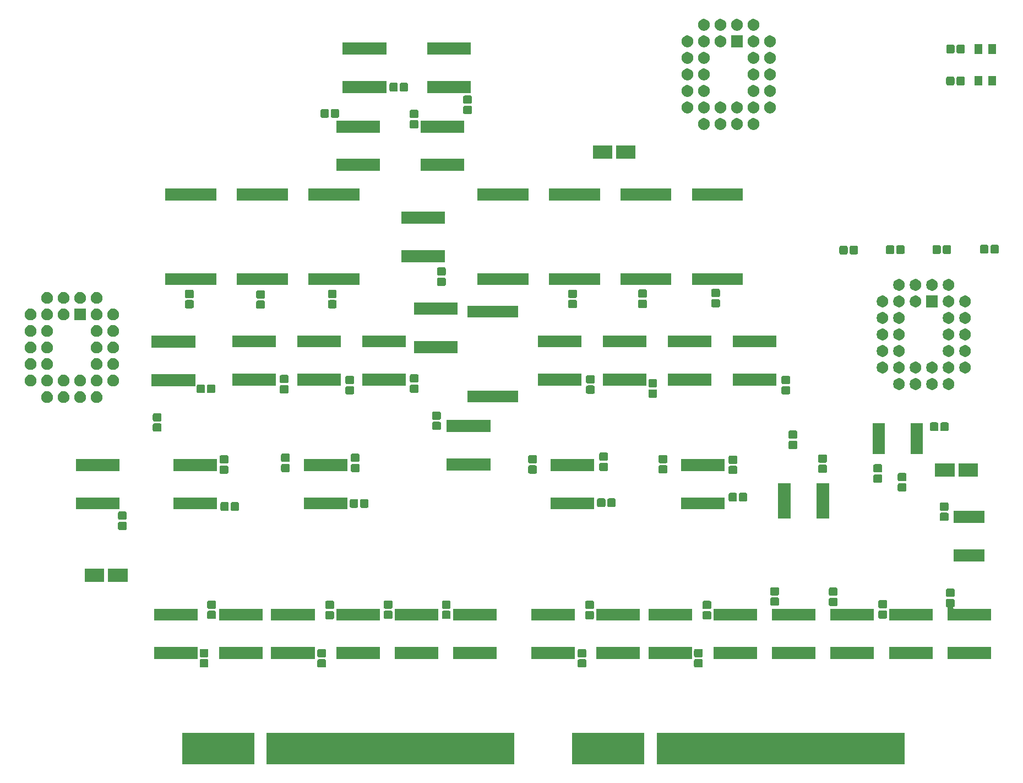
<source format=gbr>
G04 #@! TF.GenerationSoftware,KiCad,Pcbnew,(5.0.1)-4*
G04 #@! TF.CreationDate,2019-01-09T16:13:17-08:00*
G04 #@! TF.ProjectId,alu,616C752E6B696361645F706362000000,rev?*
G04 #@! TF.SameCoordinates,Original*
G04 #@! TF.FileFunction,Soldermask,Top*
G04 #@! TF.FilePolarity,Negative*
%FSLAX46Y46*%
G04 Gerber Fmt 4.6, Leading zero omitted, Abs format (unit mm)*
G04 Created by KiCad (PCBNEW (5.0.1)-4) date 1/9/2019 4:13:17 PM*
%MOMM*%
%LPD*%
G01*
G04 APERTURE LIST*
%ADD10C,0.100000*%
G04 APERTURE END LIST*
D10*
G36*
X204050000Y-150000000D02*
X165950000Y-150000000D01*
X165950000Y-145200000D01*
X204050000Y-145200000D01*
X204050000Y-150000000D01*
X204050000Y-150000000D01*
G37*
G36*
X164050000Y-150000000D02*
X152950000Y-150000000D01*
X152950000Y-145200000D01*
X164050000Y-145200000D01*
X164050000Y-150000000D01*
X164050000Y-150000000D01*
G37*
G36*
X104050000Y-150000000D02*
X92950000Y-150000000D01*
X92950000Y-145200000D01*
X104050000Y-145200000D01*
X104050000Y-150000000D01*
X104050000Y-150000000D01*
G37*
G36*
X144050000Y-150000000D02*
X105950000Y-150000000D01*
X105950000Y-145200000D01*
X144050000Y-145200000D01*
X144050000Y-150000000D01*
X144050000Y-150000000D01*
G37*
G36*
X114893622Y-133905517D02*
X114941585Y-133920066D01*
X114985775Y-133943686D01*
X115024518Y-133975482D01*
X115056314Y-134014225D01*
X115079934Y-134058415D01*
X115094483Y-134106378D01*
X115100000Y-134162391D01*
X115100000Y-134912609D01*
X115094483Y-134968622D01*
X115079934Y-135016585D01*
X115056314Y-135060775D01*
X115024518Y-135099518D01*
X114985775Y-135131314D01*
X114941585Y-135154934D01*
X114893622Y-135169483D01*
X114837609Y-135175000D01*
X114012391Y-135175000D01*
X113956378Y-135169483D01*
X113908415Y-135154934D01*
X113864225Y-135131314D01*
X113825482Y-135099518D01*
X113793686Y-135060775D01*
X113770066Y-135016585D01*
X113755517Y-134968622D01*
X113750000Y-134912609D01*
X113750000Y-134162391D01*
X113755517Y-134106378D01*
X113770066Y-134058415D01*
X113793686Y-134014225D01*
X113825482Y-133975482D01*
X113864225Y-133943686D01*
X113908415Y-133920066D01*
X113956378Y-133905517D01*
X114012391Y-133900000D01*
X114837609Y-133900000D01*
X114893622Y-133905517D01*
X114893622Y-133905517D01*
G37*
G36*
X154918622Y-133905517D02*
X154966585Y-133920066D01*
X155010775Y-133943686D01*
X155049518Y-133975482D01*
X155081314Y-134014225D01*
X155104934Y-134058415D01*
X155119483Y-134106378D01*
X155125000Y-134162391D01*
X155125000Y-134912609D01*
X155119483Y-134968622D01*
X155104934Y-135016585D01*
X155081314Y-135060775D01*
X155049518Y-135099518D01*
X155010775Y-135131314D01*
X154966585Y-135154934D01*
X154918622Y-135169483D01*
X154862609Y-135175000D01*
X154037391Y-135175000D01*
X153981378Y-135169483D01*
X153933415Y-135154934D01*
X153889225Y-135131314D01*
X153850482Y-135099518D01*
X153818686Y-135060775D01*
X153795066Y-135016585D01*
X153780517Y-134968622D01*
X153775000Y-134912609D01*
X153775000Y-134162391D01*
X153780517Y-134106378D01*
X153795066Y-134058415D01*
X153818686Y-134014225D01*
X153850482Y-133975482D01*
X153889225Y-133943686D01*
X153933415Y-133920066D01*
X153981378Y-133905517D01*
X154037391Y-133900000D01*
X154862609Y-133900000D01*
X154918622Y-133905517D01*
X154918622Y-133905517D01*
G37*
G36*
X172818622Y-133880517D02*
X172866585Y-133895066D01*
X172910775Y-133918686D01*
X172949518Y-133950482D01*
X172981314Y-133989225D01*
X173004934Y-134033415D01*
X173019483Y-134081378D01*
X173025000Y-134137391D01*
X173025000Y-134887609D01*
X173019483Y-134943622D01*
X173004934Y-134991585D01*
X172981314Y-135035775D01*
X172949518Y-135074518D01*
X172910775Y-135106314D01*
X172866585Y-135129934D01*
X172818622Y-135144483D01*
X172762609Y-135150000D01*
X171937391Y-135150000D01*
X171881378Y-135144483D01*
X171833415Y-135129934D01*
X171789225Y-135106314D01*
X171750482Y-135074518D01*
X171718686Y-135035775D01*
X171695066Y-134991585D01*
X171680517Y-134943622D01*
X171675000Y-134887609D01*
X171675000Y-134137391D01*
X171680517Y-134081378D01*
X171695066Y-134033415D01*
X171718686Y-133989225D01*
X171750482Y-133950482D01*
X171789225Y-133918686D01*
X171833415Y-133895066D01*
X171881378Y-133880517D01*
X171937391Y-133875000D01*
X172762609Y-133875000D01*
X172818622Y-133880517D01*
X172818622Y-133880517D01*
G37*
G36*
X96793622Y-133880517D02*
X96841585Y-133895066D01*
X96885775Y-133918686D01*
X96924518Y-133950482D01*
X96956314Y-133989225D01*
X96979934Y-134033415D01*
X96994483Y-134081378D01*
X97000000Y-134137391D01*
X97000000Y-134887609D01*
X96994483Y-134943622D01*
X96979934Y-134991585D01*
X96956314Y-135035775D01*
X96924518Y-135074518D01*
X96885775Y-135106314D01*
X96841585Y-135129934D01*
X96793622Y-135144483D01*
X96737609Y-135150000D01*
X95912391Y-135150000D01*
X95856378Y-135144483D01*
X95808415Y-135129934D01*
X95764225Y-135106314D01*
X95725482Y-135074518D01*
X95693686Y-135035775D01*
X95670066Y-134991585D01*
X95655517Y-134943622D01*
X95650000Y-134887609D01*
X95650000Y-134137391D01*
X95655517Y-134081378D01*
X95670066Y-134033415D01*
X95693686Y-133989225D01*
X95725482Y-133950482D01*
X95764225Y-133918686D01*
X95808415Y-133895066D01*
X95856378Y-133880517D01*
X95912391Y-133875000D01*
X96737609Y-133875000D01*
X96793622Y-133880517D01*
X96793622Y-133880517D01*
G37*
G36*
X113350000Y-133875000D02*
X106650000Y-133875000D01*
X106650000Y-132025000D01*
X113350000Y-132025000D01*
X113350000Y-133875000D01*
X113350000Y-133875000D01*
G37*
G36*
X181350000Y-133875000D02*
X174650000Y-133875000D01*
X174650000Y-132025000D01*
X181350000Y-132025000D01*
X181350000Y-133875000D01*
X181350000Y-133875000D01*
G37*
G36*
X171350000Y-133875000D02*
X164650000Y-133875000D01*
X164650000Y-132025000D01*
X171350000Y-132025000D01*
X171350000Y-133875000D01*
X171350000Y-133875000D01*
G37*
G36*
X163350000Y-133875000D02*
X156650000Y-133875000D01*
X156650000Y-132025000D01*
X163350000Y-132025000D01*
X163350000Y-133875000D01*
X163350000Y-133875000D01*
G37*
G36*
X153350000Y-133875000D02*
X146650000Y-133875000D01*
X146650000Y-132025000D01*
X153350000Y-132025000D01*
X153350000Y-133875000D01*
X153350000Y-133875000D01*
G37*
G36*
X123350000Y-133875000D02*
X116650000Y-133875000D01*
X116650000Y-132025000D01*
X123350000Y-132025000D01*
X123350000Y-133875000D01*
X123350000Y-133875000D01*
G37*
G36*
X105350000Y-133875000D02*
X98650000Y-133875000D01*
X98650000Y-132025000D01*
X105350000Y-132025000D01*
X105350000Y-133875000D01*
X105350000Y-133875000D01*
G37*
G36*
X190350000Y-133875000D02*
X183650000Y-133875000D01*
X183650000Y-132025000D01*
X190350000Y-132025000D01*
X190350000Y-133875000D01*
X190350000Y-133875000D01*
G37*
G36*
X95350000Y-133875000D02*
X88650000Y-133875000D01*
X88650000Y-132025000D01*
X95350000Y-132025000D01*
X95350000Y-133875000D01*
X95350000Y-133875000D01*
G37*
G36*
X217350000Y-133875000D02*
X210650000Y-133875000D01*
X210650000Y-132025000D01*
X217350000Y-132025000D01*
X217350000Y-133875000D01*
X217350000Y-133875000D01*
G37*
G36*
X208350000Y-133875000D02*
X201650000Y-133875000D01*
X201650000Y-132025000D01*
X208350000Y-132025000D01*
X208350000Y-133875000D01*
X208350000Y-133875000D01*
G37*
G36*
X199350000Y-133875000D02*
X192650000Y-133875000D01*
X192650000Y-132025000D01*
X199350000Y-132025000D01*
X199350000Y-133875000D01*
X199350000Y-133875000D01*
G37*
G36*
X141350000Y-133875000D02*
X134650000Y-133875000D01*
X134650000Y-132025000D01*
X141350000Y-132025000D01*
X141350000Y-133875000D01*
X141350000Y-133875000D01*
G37*
G36*
X132350000Y-133875000D02*
X125650000Y-133875000D01*
X125650000Y-132025000D01*
X132350000Y-132025000D01*
X132350000Y-133875000D01*
X132350000Y-133875000D01*
G37*
G36*
X114893622Y-132330517D02*
X114941585Y-132345066D01*
X114985775Y-132368686D01*
X115024518Y-132400482D01*
X115056314Y-132439225D01*
X115079934Y-132483415D01*
X115094483Y-132531378D01*
X115100000Y-132587391D01*
X115100000Y-133337609D01*
X115094483Y-133393622D01*
X115079934Y-133441585D01*
X115056314Y-133485775D01*
X115024518Y-133524518D01*
X114985775Y-133556314D01*
X114941585Y-133579934D01*
X114893622Y-133594483D01*
X114837609Y-133600000D01*
X114012391Y-133600000D01*
X113956378Y-133594483D01*
X113908415Y-133579934D01*
X113864225Y-133556314D01*
X113825482Y-133524518D01*
X113793686Y-133485775D01*
X113770066Y-133441585D01*
X113755517Y-133393622D01*
X113750000Y-133337609D01*
X113750000Y-132587391D01*
X113755517Y-132531378D01*
X113770066Y-132483415D01*
X113793686Y-132439225D01*
X113825482Y-132400482D01*
X113864225Y-132368686D01*
X113908415Y-132345066D01*
X113956378Y-132330517D01*
X114012391Y-132325000D01*
X114837609Y-132325000D01*
X114893622Y-132330517D01*
X114893622Y-132330517D01*
G37*
G36*
X154918622Y-132330517D02*
X154966585Y-132345066D01*
X155010775Y-132368686D01*
X155049518Y-132400482D01*
X155081314Y-132439225D01*
X155104934Y-132483415D01*
X155119483Y-132531378D01*
X155125000Y-132587391D01*
X155125000Y-133337609D01*
X155119483Y-133393622D01*
X155104934Y-133441585D01*
X155081314Y-133485775D01*
X155049518Y-133524518D01*
X155010775Y-133556314D01*
X154966585Y-133579934D01*
X154918622Y-133594483D01*
X154862609Y-133600000D01*
X154037391Y-133600000D01*
X153981378Y-133594483D01*
X153933415Y-133579934D01*
X153889225Y-133556314D01*
X153850482Y-133524518D01*
X153818686Y-133485775D01*
X153795066Y-133441585D01*
X153780517Y-133393622D01*
X153775000Y-133337609D01*
X153775000Y-132587391D01*
X153780517Y-132531378D01*
X153795066Y-132483415D01*
X153818686Y-132439225D01*
X153850482Y-132400482D01*
X153889225Y-132368686D01*
X153933415Y-132345066D01*
X153981378Y-132330517D01*
X154037391Y-132325000D01*
X154862609Y-132325000D01*
X154918622Y-132330517D01*
X154918622Y-132330517D01*
G37*
G36*
X96793622Y-132305517D02*
X96841585Y-132320066D01*
X96885775Y-132343686D01*
X96924518Y-132375482D01*
X96956314Y-132414225D01*
X96979934Y-132458415D01*
X96994483Y-132506378D01*
X97000000Y-132562391D01*
X97000000Y-133312609D01*
X96994483Y-133368622D01*
X96979934Y-133416585D01*
X96956314Y-133460775D01*
X96924518Y-133499518D01*
X96885775Y-133531314D01*
X96841585Y-133554934D01*
X96793622Y-133569483D01*
X96737609Y-133575000D01*
X95912391Y-133575000D01*
X95856378Y-133569483D01*
X95808415Y-133554934D01*
X95764225Y-133531314D01*
X95725482Y-133499518D01*
X95693686Y-133460775D01*
X95670066Y-133416585D01*
X95655517Y-133368622D01*
X95650000Y-133312609D01*
X95650000Y-132562391D01*
X95655517Y-132506378D01*
X95670066Y-132458415D01*
X95693686Y-132414225D01*
X95725482Y-132375482D01*
X95764225Y-132343686D01*
X95808415Y-132320066D01*
X95856378Y-132305517D01*
X95912391Y-132300000D01*
X96737609Y-132300000D01*
X96793622Y-132305517D01*
X96793622Y-132305517D01*
G37*
G36*
X172818622Y-132305517D02*
X172866585Y-132320066D01*
X172910775Y-132343686D01*
X172949518Y-132375482D01*
X172981314Y-132414225D01*
X173004934Y-132458415D01*
X173019483Y-132506378D01*
X173025000Y-132562391D01*
X173025000Y-133312609D01*
X173019483Y-133368622D01*
X173004934Y-133416585D01*
X172981314Y-133460775D01*
X172949518Y-133499518D01*
X172910775Y-133531314D01*
X172866585Y-133554934D01*
X172818622Y-133569483D01*
X172762609Y-133575000D01*
X171937391Y-133575000D01*
X171881378Y-133569483D01*
X171833415Y-133554934D01*
X171789225Y-133531314D01*
X171750482Y-133499518D01*
X171718686Y-133460775D01*
X171695066Y-133416585D01*
X171680517Y-133368622D01*
X171675000Y-133312609D01*
X171675000Y-132562391D01*
X171680517Y-132506378D01*
X171695066Y-132458415D01*
X171718686Y-132414225D01*
X171750482Y-132375482D01*
X171789225Y-132343686D01*
X171833415Y-132320066D01*
X171881378Y-132305517D01*
X171937391Y-132300000D01*
X172762609Y-132300000D01*
X172818622Y-132305517D01*
X172818622Y-132305517D01*
G37*
G36*
X105350000Y-127975000D02*
X98650000Y-127975000D01*
X98650000Y-126125000D01*
X105350000Y-126125000D01*
X105350000Y-127975000D01*
X105350000Y-127975000D01*
G37*
G36*
X208350000Y-127975000D02*
X201650000Y-127975000D01*
X201650000Y-126125000D01*
X208350000Y-126125000D01*
X208350000Y-127975000D01*
X208350000Y-127975000D01*
G37*
G36*
X199350000Y-127975000D02*
X192650000Y-127975000D01*
X192650000Y-126125000D01*
X199350000Y-126125000D01*
X199350000Y-127975000D01*
X199350000Y-127975000D01*
G37*
G36*
X153350000Y-127975000D02*
X146650000Y-127975000D01*
X146650000Y-126125000D01*
X153350000Y-126125000D01*
X153350000Y-127975000D01*
X153350000Y-127975000D01*
G37*
G36*
X141350000Y-127975000D02*
X134650000Y-127975000D01*
X134650000Y-126125000D01*
X141350000Y-126125000D01*
X141350000Y-127975000D01*
X141350000Y-127975000D01*
G37*
G36*
X132350000Y-127975000D02*
X125650000Y-127975000D01*
X125650000Y-126125000D01*
X132350000Y-126125000D01*
X132350000Y-127975000D01*
X132350000Y-127975000D01*
G37*
G36*
X95350000Y-127975000D02*
X88650000Y-127975000D01*
X88650000Y-126125000D01*
X95350000Y-126125000D01*
X95350000Y-127975000D01*
X95350000Y-127975000D01*
G37*
G36*
X171350000Y-127975000D02*
X164650000Y-127975000D01*
X164650000Y-126125000D01*
X171350000Y-126125000D01*
X171350000Y-127975000D01*
X171350000Y-127975000D01*
G37*
G36*
X113350000Y-127975000D02*
X106650000Y-127975000D01*
X106650000Y-126125000D01*
X113350000Y-126125000D01*
X113350000Y-127975000D01*
X113350000Y-127975000D01*
G37*
G36*
X190350000Y-127975000D02*
X183650000Y-127975000D01*
X183650000Y-126125000D01*
X190350000Y-126125000D01*
X190350000Y-127975000D01*
X190350000Y-127975000D01*
G37*
G36*
X211543622Y-124630517D02*
X211591585Y-124645066D01*
X211635775Y-124668686D01*
X211674518Y-124700482D01*
X211706314Y-124739225D01*
X211729934Y-124783415D01*
X211744483Y-124831378D01*
X211750000Y-124887391D01*
X211750000Y-125637609D01*
X211744483Y-125693622D01*
X211729934Y-125741585D01*
X211706314Y-125785775D01*
X211674518Y-125824518D01*
X211635775Y-125856314D01*
X211591584Y-125879934D01*
X211590108Y-125880382D01*
X211567469Y-125889759D01*
X211547094Y-125903373D01*
X211529767Y-125920700D01*
X211516153Y-125941074D01*
X211506775Y-125963713D01*
X211501994Y-125987746D01*
X211501994Y-126012251D01*
X211506774Y-126036284D01*
X211516151Y-126058923D01*
X211529765Y-126079298D01*
X211547092Y-126096625D01*
X211567466Y-126110239D01*
X211590105Y-126119617D01*
X211614138Y-126124398D01*
X211626392Y-126125000D01*
X217350000Y-126125000D01*
X217350000Y-127975000D01*
X210650000Y-127975000D01*
X210650000Y-126000422D01*
X210647598Y-125976036D01*
X210640485Y-125952587D01*
X210628934Y-125930976D01*
X210613388Y-125912034D01*
X210594446Y-125896488D01*
X210572835Y-125884937D01*
X210561282Y-125880804D01*
X210558418Y-125879935D01*
X210514225Y-125856314D01*
X210475482Y-125824518D01*
X210443686Y-125785775D01*
X210420066Y-125741585D01*
X210405517Y-125693622D01*
X210400000Y-125637609D01*
X210400000Y-124887391D01*
X210405517Y-124831378D01*
X210420066Y-124783415D01*
X210443686Y-124739225D01*
X210475482Y-124700482D01*
X210514225Y-124668686D01*
X210558415Y-124645066D01*
X210606378Y-124630517D01*
X210662391Y-124625000D01*
X211487609Y-124625000D01*
X211543622Y-124630517D01*
X211543622Y-124630517D01*
G37*
G36*
X181350000Y-127975000D02*
X174650000Y-127975000D01*
X174650000Y-126125000D01*
X181350000Y-126125000D01*
X181350000Y-127975000D01*
X181350000Y-127975000D01*
G37*
G36*
X123350000Y-127975000D02*
X116650000Y-127975000D01*
X116650000Y-126125000D01*
X123350000Y-126125000D01*
X123350000Y-127975000D01*
X123350000Y-127975000D01*
G37*
G36*
X163350000Y-127975000D02*
X156650000Y-127975000D01*
X156650000Y-126125000D01*
X163350000Y-126125000D01*
X163350000Y-127975000D01*
X163350000Y-127975000D01*
G37*
G36*
X174118622Y-126505517D02*
X174166585Y-126520066D01*
X174210775Y-126543686D01*
X174249518Y-126575482D01*
X174281314Y-126614225D01*
X174304934Y-126658415D01*
X174319483Y-126706378D01*
X174325000Y-126762391D01*
X174325000Y-127512609D01*
X174319483Y-127568622D01*
X174304934Y-127616585D01*
X174281314Y-127660775D01*
X174249518Y-127699518D01*
X174210775Y-127731314D01*
X174166585Y-127754934D01*
X174118622Y-127769483D01*
X174062609Y-127775000D01*
X173237391Y-127775000D01*
X173181378Y-127769483D01*
X173133415Y-127754934D01*
X173089225Y-127731314D01*
X173050482Y-127699518D01*
X173018686Y-127660775D01*
X172995066Y-127616585D01*
X172980517Y-127568622D01*
X172975000Y-127512609D01*
X172975000Y-126762391D01*
X172980517Y-126706378D01*
X172995066Y-126658415D01*
X173018686Y-126614225D01*
X173050482Y-126575482D01*
X173089225Y-126543686D01*
X173133415Y-126520066D01*
X173181378Y-126505517D01*
X173237391Y-126500000D01*
X174062609Y-126500000D01*
X174118622Y-126505517D01*
X174118622Y-126505517D01*
G37*
G36*
X156093622Y-126480517D02*
X156141585Y-126495066D01*
X156185775Y-126518686D01*
X156224518Y-126550482D01*
X156256314Y-126589225D01*
X156279934Y-126633415D01*
X156294483Y-126681378D01*
X156300000Y-126737391D01*
X156300000Y-127487609D01*
X156294483Y-127543622D01*
X156279934Y-127591585D01*
X156256314Y-127635775D01*
X156224518Y-127674518D01*
X156185775Y-127706314D01*
X156141585Y-127729934D01*
X156093622Y-127744483D01*
X156037609Y-127750000D01*
X155212391Y-127750000D01*
X155156378Y-127744483D01*
X155108415Y-127729934D01*
X155064225Y-127706314D01*
X155025482Y-127674518D01*
X154993686Y-127635775D01*
X154970066Y-127591585D01*
X154955517Y-127543622D01*
X154950000Y-127487609D01*
X154950000Y-126737391D01*
X154955517Y-126681378D01*
X154970066Y-126633415D01*
X154993686Y-126589225D01*
X155025482Y-126550482D01*
X155064225Y-126518686D01*
X155108415Y-126495066D01*
X155156378Y-126480517D01*
X155212391Y-126475000D01*
X156037609Y-126475000D01*
X156093622Y-126480517D01*
X156093622Y-126480517D01*
G37*
G36*
X116118622Y-126480517D02*
X116166585Y-126495066D01*
X116210775Y-126518686D01*
X116249518Y-126550482D01*
X116281314Y-126589225D01*
X116304934Y-126633415D01*
X116319483Y-126681378D01*
X116325000Y-126737391D01*
X116325000Y-127487609D01*
X116319483Y-127543622D01*
X116304934Y-127591585D01*
X116281314Y-127635775D01*
X116249518Y-127674518D01*
X116210775Y-127706314D01*
X116166585Y-127729934D01*
X116118622Y-127744483D01*
X116062609Y-127750000D01*
X115237391Y-127750000D01*
X115181378Y-127744483D01*
X115133415Y-127729934D01*
X115089225Y-127706314D01*
X115050482Y-127674518D01*
X115018686Y-127635775D01*
X114995066Y-127591585D01*
X114980517Y-127543622D01*
X114975000Y-127487609D01*
X114975000Y-126737391D01*
X114980517Y-126681378D01*
X114995066Y-126633415D01*
X115018686Y-126589225D01*
X115050482Y-126550482D01*
X115089225Y-126518686D01*
X115133415Y-126495066D01*
X115181378Y-126480517D01*
X115237391Y-126475000D01*
X116062609Y-126475000D01*
X116118622Y-126480517D01*
X116118622Y-126480517D01*
G37*
G36*
X134043622Y-126455517D02*
X134091585Y-126470066D01*
X134135775Y-126493686D01*
X134174518Y-126525482D01*
X134206314Y-126564225D01*
X134229934Y-126608415D01*
X134244483Y-126656378D01*
X134250000Y-126712391D01*
X134250000Y-127462609D01*
X134244483Y-127518622D01*
X134229934Y-127566585D01*
X134206314Y-127610775D01*
X134174518Y-127649518D01*
X134135775Y-127681314D01*
X134091585Y-127704934D01*
X134043622Y-127719483D01*
X133987609Y-127725000D01*
X133162391Y-127725000D01*
X133106378Y-127719483D01*
X133058415Y-127704934D01*
X133014225Y-127681314D01*
X132975482Y-127649518D01*
X132943686Y-127610775D01*
X132920066Y-127566585D01*
X132905517Y-127518622D01*
X132900000Y-127462609D01*
X132900000Y-126712391D01*
X132905517Y-126656378D01*
X132920066Y-126608415D01*
X132943686Y-126564225D01*
X132975482Y-126525482D01*
X133014225Y-126493686D01*
X133058415Y-126470066D01*
X133106378Y-126455517D01*
X133162391Y-126450000D01*
X133987609Y-126450000D01*
X134043622Y-126455517D01*
X134043622Y-126455517D01*
G37*
G36*
X97968622Y-126455517D02*
X98016585Y-126470066D01*
X98060775Y-126493686D01*
X98099518Y-126525482D01*
X98131314Y-126564225D01*
X98154934Y-126608415D01*
X98169483Y-126656378D01*
X98175000Y-126712391D01*
X98175000Y-127462609D01*
X98169483Y-127518622D01*
X98154934Y-127566585D01*
X98131314Y-127610775D01*
X98099518Y-127649518D01*
X98060775Y-127681314D01*
X98016585Y-127704934D01*
X97968622Y-127719483D01*
X97912609Y-127725000D01*
X97087391Y-127725000D01*
X97031378Y-127719483D01*
X96983415Y-127704934D01*
X96939225Y-127681314D01*
X96900482Y-127649518D01*
X96868686Y-127610775D01*
X96845066Y-127566585D01*
X96830517Y-127518622D01*
X96825000Y-127462609D01*
X96825000Y-126712391D01*
X96830517Y-126656378D01*
X96845066Y-126608415D01*
X96868686Y-126564225D01*
X96900482Y-126525482D01*
X96939225Y-126493686D01*
X96983415Y-126470066D01*
X97031378Y-126455517D01*
X97087391Y-126450000D01*
X97912609Y-126450000D01*
X97968622Y-126455517D01*
X97968622Y-126455517D01*
G37*
G36*
X125093622Y-126430517D02*
X125141585Y-126445066D01*
X125185775Y-126468686D01*
X125224518Y-126500482D01*
X125256314Y-126539225D01*
X125279934Y-126583415D01*
X125294483Y-126631378D01*
X125300000Y-126687391D01*
X125300000Y-127437609D01*
X125294483Y-127493622D01*
X125279934Y-127541585D01*
X125256314Y-127585775D01*
X125224518Y-127624518D01*
X125185775Y-127656314D01*
X125141585Y-127679934D01*
X125093622Y-127694483D01*
X125037609Y-127700000D01*
X124212391Y-127700000D01*
X124156378Y-127694483D01*
X124108415Y-127679934D01*
X124064225Y-127656314D01*
X124025482Y-127624518D01*
X123993686Y-127585775D01*
X123970066Y-127541585D01*
X123955517Y-127493622D01*
X123950000Y-127437609D01*
X123950000Y-126687391D01*
X123955517Y-126631378D01*
X123970066Y-126583415D01*
X123993686Y-126539225D01*
X124025482Y-126500482D01*
X124064225Y-126468686D01*
X124108415Y-126445066D01*
X124156378Y-126430517D01*
X124212391Y-126425000D01*
X125037609Y-126425000D01*
X125093622Y-126430517D01*
X125093622Y-126430517D01*
G37*
G36*
X201168622Y-126380517D02*
X201216585Y-126395066D01*
X201260775Y-126418686D01*
X201299518Y-126450482D01*
X201331314Y-126489225D01*
X201354934Y-126533415D01*
X201369483Y-126581378D01*
X201375000Y-126637391D01*
X201375000Y-127387609D01*
X201369483Y-127443622D01*
X201354934Y-127491585D01*
X201331314Y-127535775D01*
X201299518Y-127574518D01*
X201260775Y-127606314D01*
X201216585Y-127629934D01*
X201168622Y-127644483D01*
X201112609Y-127650000D01*
X200287391Y-127650000D01*
X200231378Y-127644483D01*
X200183415Y-127629934D01*
X200139225Y-127606314D01*
X200100482Y-127574518D01*
X200068686Y-127535775D01*
X200045066Y-127491585D01*
X200030517Y-127443622D01*
X200025000Y-127387609D01*
X200025000Y-126637391D01*
X200030517Y-126581378D01*
X200045066Y-126533415D01*
X200068686Y-126489225D01*
X200100482Y-126450482D01*
X200139225Y-126418686D01*
X200183415Y-126395066D01*
X200231378Y-126380517D01*
X200287391Y-126375000D01*
X201112609Y-126375000D01*
X201168622Y-126380517D01*
X201168622Y-126380517D01*
G37*
G36*
X174118622Y-124930517D02*
X174166585Y-124945066D01*
X174210775Y-124968686D01*
X174249518Y-125000482D01*
X174281314Y-125039225D01*
X174304934Y-125083415D01*
X174319483Y-125131378D01*
X174325000Y-125187391D01*
X174325000Y-125937609D01*
X174319483Y-125993622D01*
X174304934Y-126041585D01*
X174281314Y-126085775D01*
X174249518Y-126124518D01*
X174210775Y-126156314D01*
X174166585Y-126179934D01*
X174118622Y-126194483D01*
X174062609Y-126200000D01*
X173237391Y-126200000D01*
X173181378Y-126194483D01*
X173133415Y-126179934D01*
X173089225Y-126156314D01*
X173050482Y-126124518D01*
X173018686Y-126085775D01*
X172995066Y-126041585D01*
X172980517Y-125993622D01*
X172975000Y-125937609D01*
X172975000Y-125187391D01*
X172980517Y-125131378D01*
X172995066Y-125083415D01*
X173018686Y-125039225D01*
X173050482Y-125000482D01*
X173089225Y-124968686D01*
X173133415Y-124945066D01*
X173181378Y-124930517D01*
X173237391Y-124925000D01*
X174062609Y-124925000D01*
X174118622Y-124930517D01*
X174118622Y-124930517D01*
G37*
G36*
X116118622Y-124905517D02*
X116166585Y-124920066D01*
X116210775Y-124943686D01*
X116249518Y-124975482D01*
X116281314Y-125014225D01*
X116304934Y-125058415D01*
X116319483Y-125106378D01*
X116325000Y-125162391D01*
X116325000Y-125912609D01*
X116319483Y-125968622D01*
X116304934Y-126016585D01*
X116281314Y-126060775D01*
X116249518Y-126099518D01*
X116210775Y-126131314D01*
X116166585Y-126154934D01*
X116118622Y-126169483D01*
X116062609Y-126175000D01*
X115237391Y-126175000D01*
X115181378Y-126169483D01*
X115133415Y-126154934D01*
X115089225Y-126131314D01*
X115050482Y-126099518D01*
X115018686Y-126060775D01*
X114995066Y-126016585D01*
X114980517Y-125968622D01*
X114975000Y-125912609D01*
X114975000Y-125162391D01*
X114980517Y-125106378D01*
X114995066Y-125058415D01*
X115018686Y-125014225D01*
X115050482Y-124975482D01*
X115089225Y-124943686D01*
X115133415Y-124920066D01*
X115181378Y-124905517D01*
X115237391Y-124900000D01*
X116062609Y-124900000D01*
X116118622Y-124905517D01*
X116118622Y-124905517D01*
G37*
G36*
X156093622Y-124905517D02*
X156141585Y-124920066D01*
X156185775Y-124943686D01*
X156224518Y-124975482D01*
X156256314Y-125014225D01*
X156279934Y-125058415D01*
X156294483Y-125106378D01*
X156300000Y-125162391D01*
X156300000Y-125912609D01*
X156294483Y-125968622D01*
X156279934Y-126016585D01*
X156256314Y-126060775D01*
X156224518Y-126099518D01*
X156185775Y-126131314D01*
X156141585Y-126154934D01*
X156093622Y-126169483D01*
X156037609Y-126175000D01*
X155212391Y-126175000D01*
X155156378Y-126169483D01*
X155108415Y-126154934D01*
X155064225Y-126131314D01*
X155025482Y-126099518D01*
X154993686Y-126060775D01*
X154970066Y-126016585D01*
X154955517Y-125968622D01*
X154950000Y-125912609D01*
X154950000Y-125162391D01*
X154955517Y-125106378D01*
X154970066Y-125058415D01*
X154993686Y-125014225D01*
X155025482Y-124975482D01*
X155064225Y-124943686D01*
X155108415Y-124920066D01*
X155156378Y-124905517D01*
X155212391Y-124900000D01*
X156037609Y-124900000D01*
X156093622Y-124905517D01*
X156093622Y-124905517D01*
G37*
G36*
X134043622Y-124880517D02*
X134091585Y-124895066D01*
X134135775Y-124918686D01*
X134174518Y-124950482D01*
X134206314Y-124989225D01*
X134229934Y-125033415D01*
X134244483Y-125081378D01*
X134250000Y-125137391D01*
X134250000Y-125887609D01*
X134244483Y-125943622D01*
X134229934Y-125991585D01*
X134206314Y-126035775D01*
X134174518Y-126074518D01*
X134135775Y-126106314D01*
X134091585Y-126129934D01*
X134043622Y-126144483D01*
X133987609Y-126150000D01*
X133162391Y-126150000D01*
X133106378Y-126144483D01*
X133058415Y-126129934D01*
X133014225Y-126106314D01*
X132975482Y-126074518D01*
X132943686Y-126035775D01*
X132920066Y-125991585D01*
X132905517Y-125943622D01*
X132900000Y-125887609D01*
X132900000Y-125137391D01*
X132905517Y-125081378D01*
X132920066Y-125033415D01*
X132943686Y-124989225D01*
X132975482Y-124950482D01*
X133014225Y-124918686D01*
X133058415Y-124895066D01*
X133106378Y-124880517D01*
X133162391Y-124875000D01*
X133987609Y-124875000D01*
X134043622Y-124880517D01*
X134043622Y-124880517D01*
G37*
G36*
X97968622Y-124880517D02*
X98016585Y-124895066D01*
X98060775Y-124918686D01*
X98099518Y-124950482D01*
X98131314Y-124989225D01*
X98154934Y-125033415D01*
X98169483Y-125081378D01*
X98175000Y-125137391D01*
X98175000Y-125887609D01*
X98169483Y-125943622D01*
X98154934Y-125991585D01*
X98131314Y-126035775D01*
X98099518Y-126074518D01*
X98060775Y-126106314D01*
X98016585Y-126129934D01*
X97968622Y-126144483D01*
X97912609Y-126150000D01*
X97087391Y-126150000D01*
X97031378Y-126144483D01*
X96983415Y-126129934D01*
X96939225Y-126106314D01*
X96900482Y-126074518D01*
X96868686Y-126035775D01*
X96845066Y-125991585D01*
X96830517Y-125943622D01*
X96825000Y-125887609D01*
X96825000Y-125137391D01*
X96830517Y-125081378D01*
X96845066Y-125033415D01*
X96868686Y-124989225D01*
X96900482Y-124950482D01*
X96939225Y-124918686D01*
X96983415Y-124895066D01*
X97031378Y-124880517D01*
X97087391Y-124875000D01*
X97912609Y-124875000D01*
X97968622Y-124880517D01*
X97968622Y-124880517D01*
G37*
G36*
X125093622Y-124855517D02*
X125141585Y-124870066D01*
X125185775Y-124893686D01*
X125224518Y-124925482D01*
X125256314Y-124964225D01*
X125279934Y-125008415D01*
X125294483Y-125056378D01*
X125300000Y-125112391D01*
X125300000Y-125862609D01*
X125294483Y-125918622D01*
X125279934Y-125966585D01*
X125256314Y-126010775D01*
X125224518Y-126049518D01*
X125185775Y-126081314D01*
X125141585Y-126104934D01*
X125093622Y-126119483D01*
X125037609Y-126125000D01*
X124212391Y-126125000D01*
X124156378Y-126119483D01*
X124108415Y-126104934D01*
X124064225Y-126081314D01*
X124025482Y-126049518D01*
X123993686Y-126010775D01*
X123970066Y-125966585D01*
X123955517Y-125918622D01*
X123950000Y-125862609D01*
X123950000Y-125112391D01*
X123955517Y-125056378D01*
X123970066Y-125008415D01*
X123993686Y-124964225D01*
X124025482Y-124925482D01*
X124064225Y-124893686D01*
X124108415Y-124870066D01*
X124156378Y-124855517D01*
X124212391Y-124850000D01*
X125037609Y-124850000D01*
X125093622Y-124855517D01*
X125093622Y-124855517D01*
G37*
G36*
X201168622Y-124805517D02*
X201216585Y-124820066D01*
X201260775Y-124843686D01*
X201299518Y-124875482D01*
X201331314Y-124914225D01*
X201354934Y-124958415D01*
X201369483Y-125006378D01*
X201375000Y-125062391D01*
X201375000Y-125812609D01*
X201369483Y-125868622D01*
X201354934Y-125916585D01*
X201331314Y-125960775D01*
X201299518Y-125999518D01*
X201260775Y-126031314D01*
X201216585Y-126054934D01*
X201168622Y-126069483D01*
X201112609Y-126075000D01*
X200287391Y-126075000D01*
X200231378Y-126069483D01*
X200183415Y-126054934D01*
X200139225Y-126031314D01*
X200100482Y-125999518D01*
X200068686Y-125960775D01*
X200045066Y-125916585D01*
X200030517Y-125868622D01*
X200025000Y-125812609D01*
X200025000Y-125062391D01*
X200030517Y-125006378D01*
X200045066Y-124958415D01*
X200068686Y-124914225D01*
X200100482Y-124875482D01*
X200139225Y-124843686D01*
X200183415Y-124820066D01*
X200231378Y-124805517D01*
X200287391Y-124800000D01*
X201112609Y-124800000D01*
X201168622Y-124805517D01*
X201168622Y-124805517D01*
G37*
G36*
X193543622Y-124455517D02*
X193591585Y-124470066D01*
X193635775Y-124493686D01*
X193674518Y-124525482D01*
X193706314Y-124564225D01*
X193729934Y-124608415D01*
X193744483Y-124656378D01*
X193750000Y-124712391D01*
X193750000Y-125462609D01*
X193744483Y-125518622D01*
X193729934Y-125566585D01*
X193706314Y-125610775D01*
X193674518Y-125649518D01*
X193635775Y-125681314D01*
X193591585Y-125704934D01*
X193543622Y-125719483D01*
X193487609Y-125725000D01*
X192662391Y-125725000D01*
X192606378Y-125719483D01*
X192558415Y-125704934D01*
X192514225Y-125681314D01*
X192475482Y-125649518D01*
X192443686Y-125610775D01*
X192420066Y-125566585D01*
X192405517Y-125518622D01*
X192400000Y-125462609D01*
X192400000Y-124712391D01*
X192405517Y-124656378D01*
X192420066Y-124608415D01*
X192443686Y-124564225D01*
X192475482Y-124525482D01*
X192514225Y-124493686D01*
X192558415Y-124470066D01*
X192606378Y-124455517D01*
X192662391Y-124450000D01*
X193487609Y-124450000D01*
X193543622Y-124455517D01*
X193543622Y-124455517D01*
G37*
G36*
X184543622Y-124405517D02*
X184591585Y-124420066D01*
X184635775Y-124443686D01*
X184674518Y-124475482D01*
X184706314Y-124514225D01*
X184729934Y-124558415D01*
X184744483Y-124606378D01*
X184750000Y-124662391D01*
X184750000Y-125412609D01*
X184744483Y-125468622D01*
X184729934Y-125516585D01*
X184706314Y-125560775D01*
X184674518Y-125599518D01*
X184635775Y-125631314D01*
X184591585Y-125654934D01*
X184543622Y-125669483D01*
X184487609Y-125675000D01*
X183662391Y-125675000D01*
X183606378Y-125669483D01*
X183558415Y-125654934D01*
X183514225Y-125631314D01*
X183475482Y-125599518D01*
X183443686Y-125560775D01*
X183420066Y-125516585D01*
X183405517Y-125468622D01*
X183400000Y-125412609D01*
X183400000Y-124662391D01*
X183405517Y-124606378D01*
X183420066Y-124558415D01*
X183443686Y-124514225D01*
X183475482Y-124475482D01*
X183514225Y-124443686D01*
X183558415Y-124420066D01*
X183606378Y-124405517D01*
X183662391Y-124400000D01*
X184487609Y-124400000D01*
X184543622Y-124405517D01*
X184543622Y-124405517D01*
G37*
G36*
X211543622Y-123055517D02*
X211591585Y-123070066D01*
X211635775Y-123093686D01*
X211674518Y-123125482D01*
X211706314Y-123164225D01*
X211729934Y-123208415D01*
X211744483Y-123256378D01*
X211750000Y-123312391D01*
X211750000Y-124062609D01*
X211744483Y-124118622D01*
X211729934Y-124166585D01*
X211706314Y-124210775D01*
X211674518Y-124249518D01*
X211635775Y-124281314D01*
X211591585Y-124304934D01*
X211543622Y-124319483D01*
X211487609Y-124325000D01*
X210662391Y-124325000D01*
X210606378Y-124319483D01*
X210558415Y-124304934D01*
X210514225Y-124281314D01*
X210475482Y-124249518D01*
X210443686Y-124210775D01*
X210420066Y-124166585D01*
X210405517Y-124118622D01*
X210400000Y-124062609D01*
X210400000Y-123312391D01*
X210405517Y-123256378D01*
X210420066Y-123208415D01*
X210443686Y-123164225D01*
X210475482Y-123125482D01*
X210514225Y-123093686D01*
X210558415Y-123070066D01*
X210606378Y-123055517D01*
X210662391Y-123050000D01*
X211487609Y-123050000D01*
X211543622Y-123055517D01*
X211543622Y-123055517D01*
G37*
G36*
X193543622Y-122880517D02*
X193591585Y-122895066D01*
X193635775Y-122918686D01*
X193674518Y-122950482D01*
X193706314Y-122989225D01*
X193729934Y-123033415D01*
X193744483Y-123081378D01*
X193750000Y-123137391D01*
X193750000Y-123887609D01*
X193744483Y-123943622D01*
X193729934Y-123991585D01*
X193706314Y-124035775D01*
X193674518Y-124074518D01*
X193635775Y-124106314D01*
X193591585Y-124129934D01*
X193543622Y-124144483D01*
X193487609Y-124150000D01*
X192662391Y-124150000D01*
X192606378Y-124144483D01*
X192558415Y-124129934D01*
X192514225Y-124106314D01*
X192475482Y-124074518D01*
X192443686Y-124035775D01*
X192420066Y-123991585D01*
X192405517Y-123943622D01*
X192400000Y-123887609D01*
X192400000Y-123137391D01*
X192405517Y-123081378D01*
X192420066Y-123033415D01*
X192443686Y-122989225D01*
X192475482Y-122950482D01*
X192514225Y-122918686D01*
X192558415Y-122895066D01*
X192606378Y-122880517D01*
X192662391Y-122875000D01*
X193487609Y-122875000D01*
X193543622Y-122880517D01*
X193543622Y-122880517D01*
G37*
G36*
X184543622Y-122830517D02*
X184591585Y-122845066D01*
X184635775Y-122868686D01*
X184674518Y-122900482D01*
X184706314Y-122939225D01*
X184729934Y-122983415D01*
X184744483Y-123031378D01*
X184750000Y-123087391D01*
X184750000Y-123837609D01*
X184744483Y-123893622D01*
X184729934Y-123941585D01*
X184706314Y-123985775D01*
X184674518Y-124024518D01*
X184635775Y-124056314D01*
X184591585Y-124079934D01*
X184543622Y-124094483D01*
X184487609Y-124100000D01*
X183662391Y-124100000D01*
X183606378Y-124094483D01*
X183558415Y-124079934D01*
X183514225Y-124056314D01*
X183475482Y-124024518D01*
X183443686Y-123985775D01*
X183420066Y-123941585D01*
X183405517Y-123893622D01*
X183400000Y-123837609D01*
X183400000Y-123087391D01*
X183405517Y-123031378D01*
X183420066Y-122983415D01*
X183443686Y-122939225D01*
X183475482Y-122900482D01*
X183514225Y-122868686D01*
X183558415Y-122845066D01*
X183606378Y-122830517D01*
X183662391Y-122825000D01*
X184487609Y-122825000D01*
X184543622Y-122830517D01*
X184543622Y-122830517D01*
G37*
G36*
X80975000Y-122000000D02*
X77975000Y-122000000D01*
X77975000Y-120000000D01*
X80975000Y-120000000D01*
X80975000Y-122000000D01*
X80975000Y-122000000D01*
G37*
G36*
X84575000Y-122000000D02*
X81575000Y-122000000D01*
X81575000Y-120000000D01*
X84575000Y-120000000D01*
X84575000Y-122000000D01*
X84575000Y-122000000D01*
G37*
G36*
X216375000Y-118875000D02*
X211625000Y-118875000D01*
X211625000Y-117025000D01*
X216375000Y-117025000D01*
X216375000Y-118875000D01*
X216375000Y-118875000D01*
G37*
G36*
X84247982Y-112774137D02*
X84295945Y-112788686D01*
X84340135Y-112812306D01*
X84378878Y-112844102D01*
X84410674Y-112882845D01*
X84434294Y-112927035D01*
X84448843Y-112974998D01*
X84454360Y-113031011D01*
X84454360Y-113781229D01*
X84448843Y-113837242D01*
X84434294Y-113885205D01*
X84410674Y-113929395D01*
X84378878Y-113968138D01*
X84340135Y-113999934D01*
X84295945Y-114023554D01*
X84247982Y-114038103D01*
X84191969Y-114043620D01*
X83366751Y-114043620D01*
X83310738Y-114038103D01*
X83262775Y-114023554D01*
X83218585Y-113999934D01*
X83179842Y-113968138D01*
X83148046Y-113929395D01*
X83124426Y-113885205D01*
X83109877Y-113837242D01*
X83104360Y-113781229D01*
X83104360Y-113031011D01*
X83109877Y-112974998D01*
X83124426Y-112927035D01*
X83148046Y-112882845D01*
X83179842Y-112844102D01*
X83218585Y-112812306D01*
X83262775Y-112788686D01*
X83310738Y-112774137D01*
X83366751Y-112768620D01*
X84191969Y-112768620D01*
X84247982Y-112774137D01*
X84247982Y-112774137D01*
G37*
G36*
X216375000Y-112975000D02*
X211625000Y-112975000D01*
X211625000Y-111125000D01*
X216375000Y-111125000D01*
X216375000Y-112975000D01*
X216375000Y-112975000D01*
G37*
G36*
X210618622Y-111380517D02*
X210666585Y-111395066D01*
X210710775Y-111418686D01*
X210749518Y-111450482D01*
X210781314Y-111489225D01*
X210804934Y-111533415D01*
X210819483Y-111581378D01*
X210825000Y-111637391D01*
X210825000Y-112387609D01*
X210819483Y-112443622D01*
X210804934Y-112491585D01*
X210781314Y-112535775D01*
X210749518Y-112574518D01*
X210710775Y-112606314D01*
X210666585Y-112629934D01*
X210618622Y-112644483D01*
X210562609Y-112650000D01*
X209737391Y-112650000D01*
X209681378Y-112644483D01*
X209633415Y-112629934D01*
X209589225Y-112606314D01*
X209550482Y-112574518D01*
X209518686Y-112535775D01*
X209495066Y-112491585D01*
X209480517Y-112443622D01*
X209475000Y-112387609D01*
X209475000Y-111637391D01*
X209480517Y-111581378D01*
X209495066Y-111533415D01*
X209518686Y-111489225D01*
X209550482Y-111450482D01*
X209589225Y-111418686D01*
X209633415Y-111395066D01*
X209681378Y-111380517D01*
X209737391Y-111375000D01*
X210562609Y-111375000D01*
X210618622Y-111380517D01*
X210618622Y-111380517D01*
G37*
G36*
X84247982Y-111199137D02*
X84295945Y-111213686D01*
X84340135Y-111237306D01*
X84378878Y-111269102D01*
X84410674Y-111307845D01*
X84434294Y-111352035D01*
X84448843Y-111399998D01*
X84454360Y-111456011D01*
X84454360Y-112206229D01*
X84448843Y-112262242D01*
X84434294Y-112310205D01*
X84410674Y-112354395D01*
X84378878Y-112393138D01*
X84340135Y-112424934D01*
X84295945Y-112448554D01*
X84247982Y-112463103D01*
X84191969Y-112468620D01*
X83366751Y-112468620D01*
X83310738Y-112463103D01*
X83262775Y-112448554D01*
X83218585Y-112424934D01*
X83179842Y-112393138D01*
X83148046Y-112354395D01*
X83124426Y-112310205D01*
X83109877Y-112262242D01*
X83104360Y-112206229D01*
X83104360Y-111456011D01*
X83109877Y-111399998D01*
X83124426Y-111352035D01*
X83148046Y-111307845D01*
X83179842Y-111269102D01*
X83218585Y-111237306D01*
X83262775Y-111213686D01*
X83310738Y-111199137D01*
X83366751Y-111193620D01*
X84191969Y-111193620D01*
X84247982Y-111199137D01*
X84247982Y-111199137D01*
G37*
G36*
X186525360Y-112295080D02*
X184625360Y-112295080D01*
X184625360Y-106895080D01*
X186525360Y-106895080D01*
X186525360Y-112295080D01*
X186525360Y-112295080D01*
G37*
G36*
X192425360Y-112295080D02*
X190525360Y-112295080D01*
X190525360Y-106895080D01*
X192425360Y-106895080D01*
X192425360Y-112295080D01*
X192425360Y-112295080D01*
G37*
G36*
X101493622Y-109755517D02*
X101541585Y-109770066D01*
X101585775Y-109793686D01*
X101624518Y-109825482D01*
X101656314Y-109864225D01*
X101679934Y-109908415D01*
X101694483Y-109956378D01*
X101700000Y-110012391D01*
X101700000Y-110837609D01*
X101694483Y-110893622D01*
X101679934Y-110941585D01*
X101656314Y-110985775D01*
X101624518Y-111024518D01*
X101585775Y-111056314D01*
X101541585Y-111079934D01*
X101493622Y-111094483D01*
X101437609Y-111100000D01*
X100687391Y-111100000D01*
X100631378Y-111094483D01*
X100583415Y-111079934D01*
X100539225Y-111056314D01*
X100500482Y-111024518D01*
X100468686Y-110985775D01*
X100445066Y-110941585D01*
X100430517Y-110893622D01*
X100425000Y-110837609D01*
X100425000Y-110012391D01*
X100430517Y-109956378D01*
X100445066Y-109908415D01*
X100468686Y-109864225D01*
X100500482Y-109825482D01*
X100539225Y-109793686D01*
X100583415Y-109770066D01*
X100631378Y-109755517D01*
X100687391Y-109750000D01*
X101437609Y-109750000D01*
X101493622Y-109755517D01*
X101493622Y-109755517D01*
G37*
G36*
X99918622Y-109755517D02*
X99966585Y-109770066D01*
X100010775Y-109793686D01*
X100049518Y-109825482D01*
X100081314Y-109864225D01*
X100104934Y-109908415D01*
X100119483Y-109956378D01*
X100125000Y-110012391D01*
X100125000Y-110837609D01*
X100119483Y-110893622D01*
X100104934Y-110941585D01*
X100081314Y-110985775D01*
X100049518Y-111024518D01*
X100010775Y-111056314D01*
X99966585Y-111079934D01*
X99918622Y-111094483D01*
X99862609Y-111100000D01*
X99112391Y-111100000D01*
X99056378Y-111094483D01*
X99008415Y-111079934D01*
X98964225Y-111056314D01*
X98925482Y-111024518D01*
X98893686Y-110985775D01*
X98870066Y-110941585D01*
X98855517Y-110893622D01*
X98850000Y-110837609D01*
X98850000Y-110012391D01*
X98855517Y-109956378D01*
X98870066Y-109908415D01*
X98893686Y-109864225D01*
X98925482Y-109825482D01*
X98964225Y-109793686D01*
X99008415Y-109770066D01*
X99056378Y-109755517D01*
X99112391Y-109750000D01*
X99862609Y-109750000D01*
X99918622Y-109755517D01*
X99918622Y-109755517D01*
G37*
G36*
X210618622Y-109805517D02*
X210666585Y-109820066D01*
X210710775Y-109843686D01*
X210749518Y-109875482D01*
X210781314Y-109914225D01*
X210804934Y-109958415D01*
X210819483Y-110006378D01*
X210825000Y-110062391D01*
X210825000Y-110812609D01*
X210819483Y-110868622D01*
X210804934Y-110916585D01*
X210781314Y-110960775D01*
X210749518Y-110999518D01*
X210710775Y-111031314D01*
X210666585Y-111054934D01*
X210618622Y-111069483D01*
X210562609Y-111075000D01*
X209737391Y-111075000D01*
X209681378Y-111069483D01*
X209633415Y-111054934D01*
X209589225Y-111031314D01*
X209550482Y-110999518D01*
X209518686Y-110960775D01*
X209495066Y-110916585D01*
X209480517Y-110868622D01*
X209475000Y-110812609D01*
X209475000Y-110062391D01*
X209480517Y-110006378D01*
X209495066Y-109958415D01*
X209518686Y-109914225D01*
X209550482Y-109875482D01*
X209589225Y-109843686D01*
X209633415Y-109820066D01*
X209681378Y-109805517D01*
X209737391Y-109800000D01*
X210562609Y-109800000D01*
X210618622Y-109805517D01*
X210618622Y-109805517D01*
G37*
G36*
X98350000Y-110875000D02*
X91650000Y-110875000D01*
X91650000Y-109025000D01*
X98350000Y-109025000D01*
X98350000Y-110875000D01*
X98350000Y-110875000D01*
G37*
G36*
X83350000Y-110875000D02*
X76650000Y-110875000D01*
X76650000Y-109025000D01*
X83350000Y-109025000D01*
X83350000Y-110875000D01*
X83350000Y-110875000D01*
G37*
G36*
X118350000Y-110875000D02*
X111650000Y-110875000D01*
X111650000Y-109025000D01*
X118350000Y-109025000D01*
X118350000Y-110875000D01*
X118350000Y-110875000D01*
G37*
G36*
X176350000Y-110875000D02*
X169650000Y-110875000D01*
X169650000Y-109025000D01*
X176350000Y-109025000D01*
X176350000Y-110875000D01*
X176350000Y-110875000D01*
G37*
G36*
X156350000Y-110875000D02*
X149650000Y-110875000D01*
X149650000Y-109025000D01*
X156350000Y-109025000D01*
X156350000Y-110875000D01*
X156350000Y-110875000D01*
G37*
G36*
X119818622Y-109280517D02*
X119866585Y-109295066D01*
X119910775Y-109318686D01*
X119949518Y-109350482D01*
X119981314Y-109389225D01*
X120004934Y-109433415D01*
X120019483Y-109481378D01*
X120025000Y-109537391D01*
X120025000Y-110362609D01*
X120019483Y-110418622D01*
X120004934Y-110466585D01*
X119981314Y-110510775D01*
X119949518Y-110549518D01*
X119910775Y-110581314D01*
X119866585Y-110604934D01*
X119818622Y-110619483D01*
X119762609Y-110625000D01*
X119012391Y-110625000D01*
X118956378Y-110619483D01*
X118908415Y-110604934D01*
X118864225Y-110581314D01*
X118825482Y-110549518D01*
X118793686Y-110510775D01*
X118770066Y-110466585D01*
X118755517Y-110418622D01*
X118750000Y-110362609D01*
X118750000Y-109537391D01*
X118755517Y-109481378D01*
X118770066Y-109433415D01*
X118793686Y-109389225D01*
X118825482Y-109350482D01*
X118864225Y-109318686D01*
X118908415Y-109295066D01*
X118956378Y-109280517D01*
X119012391Y-109275000D01*
X119762609Y-109275000D01*
X119818622Y-109280517D01*
X119818622Y-109280517D01*
G37*
G36*
X121393622Y-109280517D02*
X121441585Y-109295066D01*
X121485775Y-109318686D01*
X121524518Y-109350482D01*
X121556314Y-109389225D01*
X121579934Y-109433415D01*
X121594483Y-109481378D01*
X121600000Y-109537391D01*
X121600000Y-110362609D01*
X121594483Y-110418622D01*
X121579934Y-110466585D01*
X121556314Y-110510775D01*
X121524518Y-110549518D01*
X121485775Y-110581314D01*
X121441585Y-110604934D01*
X121393622Y-110619483D01*
X121337609Y-110625000D01*
X120587391Y-110625000D01*
X120531378Y-110619483D01*
X120483415Y-110604934D01*
X120439225Y-110581314D01*
X120400482Y-110549518D01*
X120368686Y-110510775D01*
X120345066Y-110466585D01*
X120330517Y-110418622D01*
X120325000Y-110362609D01*
X120325000Y-109537391D01*
X120330517Y-109481378D01*
X120345066Y-109433415D01*
X120368686Y-109389225D01*
X120400482Y-109350482D01*
X120439225Y-109318686D01*
X120483415Y-109295066D01*
X120531378Y-109280517D01*
X120587391Y-109275000D01*
X121337609Y-109275000D01*
X121393622Y-109280517D01*
X121393622Y-109280517D01*
G37*
G36*
X159418622Y-109180517D02*
X159466585Y-109195066D01*
X159510775Y-109218686D01*
X159549518Y-109250482D01*
X159581314Y-109289225D01*
X159604934Y-109333415D01*
X159619483Y-109381378D01*
X159625000Y-109437391D01*
X159625000Y-110262609D01*
X159619483Y-110318622D01*
X159604934Y-110366585D01*
X159581314Y-110410775D01*
X159549518Y-110449518D01*
X159510775Y-110481314D01*
X159466585Y-110504934D01*
X159418622Y-110519483D01*
X159362609Y-110525000D01*
X158612391Y-110525000D01*
X158556378Y-110519483D01*
X158508415Y-110504934D01*
X158464225Y-110481314D01*
X158425482Y-110449518D01*
X158393686Y-110410775D01*
X158370066Y-110366585D01*
X158355517Y-110318622D01*
X158350000Y-110262609D01*
X158350000Y-109437391D01*
X158355517Y-109381378D01*
X158370066Y-109333415D01*
X158393686Y-109289225D01*
X158425482Y-109250482D01*
X158464225Y-109218686D01*
X158508415Y-109195066D01*
X158556378Y-109180517D01*
X158612391Y-109175000D01*
X159362609Y-109175000D01*
X159418622Y-109180517D01*
X159418622Y-109180517D01*
G37*
G36*
X157843622Y-109180517D02*
X157891585Y-109195066D01*
X157935775Y-109218686D01*
X157974518Y-109250482D01*
X158006314Y-109289225D01*
X158029934Y-109333415D01*
X158044483Y-109381378D01*
X158050000Y-109437391D01*
X158050000Y-110262609D01*
X158044483Y-110318622D01*
X158029934Y-110366585D01*
X158006314Y-110410775D01*
X157974518Y-110449518D01*
X157935775Y-110481314D01*
X157891585Y-110504934D01*
X157843622Y-110519483D01*
X157787609Y-110525000D01*
X157037391Y-110525000D01*
X156981378Y-110519483D01*
X156933415Y-110504934D01*
X156889225Y-110481314D01*
X156850482Y-110449518D01*
X156818686Y-110410775D01*
X156795066Y-110366585D01*
X156780517Y-110318622D01*
X156775000Y-110262609D01*
X156775000Y-109437391D01*
X156780517Y-109381378D01*
X156795066Y-109333415D01*
X156818686Y-109289225D01*
X156850482Y-109250482D01*
X156889225Y-109218686D01*
X156933415Y-109195066D01*
X156981378Y-109180517D01*
X157037391Y-109175000D01*
X157787609Y-109175000D01*
X157843622Y-109180517D01*
X157843622Y-109180517D01*
G37*
G36*
X178068622Y-108330517D02*
X178116585Y-108345066D01*
X178160775Y-108368686D01*
X178199518Y-108400482D01*
X178231314Y-108439225D01*
X178254934Y-108483415D01*
X178269483Y-108531378D01*
X178275000Y-108587391D01*
X178275000Y-109412609D01*
X178269483Y-109468622D01*
X178254934Y-109516585D01*
X178231314Y-109560775D01*
X178199518Y-109599518D01*
X178160775Y-109631314D01*
X178116585Y-109654934D01*
X178068622Y-109669483D01*
X178012609Y-109675000D01*
X177262391Y-109675000D01*
X177206378Y-109669483D01*
X177158415Y-109654934D01*
X177114225Y-109631314D01*
X177075482Y-109599518D01*
X177043686Y-109560775D01*
X177020066Y-109516585D01*
X177005517Y-109468622D01*
X177000000Y-109412609D01*
X177000000Y-108587391D01*
X177005517Y-108531378D01*
X177020066Y-108483415D01*
X177043686Y-108439225D01*
X177075482Y-108400482D01*
X177114225Y-108368686D01*
X177158415Y-108345066D01*
X177206378Y-108330517D01*
X177262391Y-108325000D01*
X178012609Y-108325000D01*
X178068622Y-108330517D01*
X178068622Y-108330517D01*
G37*
G36*
X179643622Y-108330517D02*
X179691585Y-108345066D01*
X179735775Y-108368686D01*
X179774518Y-108400482D01*
X179806314Y-108439225D01*
X179829934Y-108483415D01*
X179844483Y-108531378D01*
X179850000Y-108587391D01*
X179850000Y-109412609D01*
X179844483Y-109468622D01*
X179829934Y-109516585D01*
X179806314Y-109560775D01*
X179774518Y-109599518D01*
X179735775Y-109631314D01*
X179691585Y-109654934D01*
X179643622Y-109669483D01*
X179587609Y-109675000D01*
X178837391Y-109675000D01*
X178781378Y-109669483D01*
X178733415Y-109654934D01*
X178689225Y-109631314D01*
X178650482Y-109599518D01*
X178618686Y-109560775D01*
X178595066Y-109516585D01*
X178580517Y-109468622D01*
X178575000Y-109412609D01*
X178575000Y-108587391D01*
X178580517Y-108531378D01*
X178595066Y-108483415D01*
X178618686Y-108439225D01*
X178650482Y-108400482D01*
X178689225Y-108368686D01*
X178733415Y-108345066D01*
X178781378Y-108330517D01*
X178837391Y-108325000D01*
X179587609Y-108325000D01*
X179643622Y-108330517D01*
X179643622Y-108330517D01*
G37*
G36*
X204143622Y-106855517D02*
X204191585Y-106870066D01*
X204235775Y-106893686D01*
X204274518Y-106925482D01*
X204306314Y-106964225D01*
X204329934Y-107008415D01*
X204344483Y-107056378D01*
X204350000Y-107112391D01*
X204350000Y-107862609D01*
X204344483Y-107918622D01*
X204329934Y-107966585D01*
X204306314Y-108010775D01*
X204274518Y-108049518D01*
X204235775Y-108081314D01*
X204191585Y-108104934D01*
X204143622Y-108119483D01*
X204087609Y-108125000D01*
X203262391Y-108125000D01*
X203206378Y-108119483D01*
X203158415Y-108104934D01*
X203114225Y-108081314D01*
X203075482Y-108049518D01*
X203043686Y-108010775D01*
X203020066Y-107966585D01*
X203005517Y-107918622D01*
X203000000Y-107862609D01*
X203000000Y-107112391D01*
X203005517Y-107056378D01*
X203020066Y-107008415D01*
X203043686Y-106964225D01*
X203075482Y-106925482D01*
X203114225Y-106893686D01*
X203158415Y-106870066D01*
X203206378Y-106855517D01*
X203262391Y-106850000D01*
X204087609Y-106850000D01*
X204143622Y-106855517D01*
X204143622Y-106855517D01*
G37*
G36*
X200393622Y-105505517D02*
X200441585Y-105520066D01*
X200485775Y-105543686D01*
X200524518Y-105575482D01*
X200556314Y-105614225D01*
X200579934Y-105658415D01*
X200594483Y-105706378D01*
X200600000Y-105762391D01*
X200600000Y-106512609D01*
X200594483Y-106568622D01*
X200579934Y-106616585D01*
X200556314Y-106660775D01*
X200524518Y-106699518D01*
X200485775Y-106731314D01*
X200441585Y-106754934D01*
X200393622Y-106769483D01*
X200337609Y-106775000D01*
X199512391Y-106775000D01*
X199456378Y-106769483D01*
X199408415Y-106754934D01*
X199364225Y-106731314D01*
X199325482Y-106699518D01*
X199293686Y-106660775D01*
X199270066Y-106616585D01*
X199255517Y-106568622D01*
X199250000Y-106512609D01*
X199250000Y-105762391D01*
X199255517Y-105706378D01*
X199270066Y-105658415D01*
X199293686Y-105614225D01*
X199325482Y-105575482D01*
X199364225Y-105543686D01*
X199408415Y-105520066D01*
X199456378Y-105505517D01*
X199512391Y-105500000D01*
X200337609Y-105500000D01*
X200393622Y-105505517D01*
X200393622Y-105505517D01*
G37*
G36*
X204143622Y-105280517D02*
X204191585Y-105295066D01*
X204235775Y-105318686D01*
X204274518Y-105350482D01*
X204306314Y-105389225D01*
X204329934Y-105433415D01*
X204344483Y-105481378D01*
X204350000Y-105537391D01*
X204350000Y-106287609D01*
X204344483Y-106343622D01*
X204329934Y-106391585D01*
X204306314Y-106435775D01*
X204274518Y-106474518D01*
X204235775Y-106506314D01*
X204191585Y-106529934D01*
X204143622Y-106544483D01*
X204087609Y-106550000D01*
X203262391Y-106550000D01*
X203206378Y-106544483D01*
X203158415Y-106529934D01*
X203114225Y-106506314D01*
X203075482Y-106474518D01*
X203043686Y-106435775D01*
X203020066Y-106391585D01*
X203005517Y-106343622D01*
X203000000Y-106287609D01*
X203000000Y-105537391D01*
X203005517Y-105481378D01*
X203020066Y-105433415D01*
X203043686Y-105389225D01*
X203075482Y-105350482D01*
X203114225Y-105318686D01*
X203158415Y-105295066D01*
X203206378Y-105280517D01*
X203262391Y-105275000D01*
X204087609Y-105275000D01*
X204143622Y-105280517D01*
X204143622Y-105280517D01*
G37*
G36*
X215325000Y-105800000D02*
X212325000Y-105800000D01*
X212325000Y-103800000D01*
X215325000Y-103800000D01*
X215325000Y-105800000D01*
X215325000Y-105800000D01*
G37*
G36*
X211725000Y-105800000D02*
X208725000Y-105800000D01*
X208725000Y-103800000D01*
X211725000Y-103800000D01*
X211725000Y-105800000D01*
X211725000Y-105800000D01*
G37*
G36*
X178118622Y-104180517D02*
X178166585Y-104195066D01*
X178210775Y-104218686D01*
X178249518Y-104250482D01*
X178281314Y-104289225D01*
X178304934Y-104333415D01*
X178319483Y-104381378D01*
X178325000Y-104437391D01*
X178325000Y-105187609D01*
X178319483Y-105243622D01*
X178304934Y-105291585D01*
X178281314Y-105335775D01*
X178249518Y-105374518D01*
X178210775Y-105406314D01*
X178166585Y-105429934D01*
X178118622Y-105444483D01*
X178062609Y-105450000D01*
X177237391Y-105450000D01*
X177181378Y-105444483D01*
X177133415Y-105429934D01*
X177089225Y-105406314D01*
X177050482Y-105374518D01*
X177018686Y-105335775D01*
X176995066Y-105291585D01*
X176980517Y-105243622D01*
X176975000Y-105187609D01*
X176975000Y-104437391D01*
X176980517Y-104381378D01*
X176995066Y-104333415D01*
X177018686Y-104289225D01*
X177050482Y-104250482D01*
X177089225Y-104218686D01*
X177133415Y-104195066D01*
X177181378Y-104180517D01*
X177237391Y-104175000D01*
X178062609Y-104175000D01*
X178118622Y-104180517D01*
X178118622Y-104180517D01*
G37*
G36*
X99868622Y-104130517D02*
X99916585Y-104145066D01*
X99960775Y-104168686D01*
X99999518Y-104200482D01*
X100031314Y-104239225D01*
X100054934Y-104283415D01*
X100069483Y-104331378D01*
X100075000Y-104387391D01*
X100075000Y-105137609D01*
X100069483Y-105193622D01*
X100054934Y-105241585D01*
X100031314Y-105285775D01*
X99999518Y-105324518D01*
X99960775Y-105356314D01*
X99916585Y-105379934D01*
X99868622Y-105394483D01*
X99812609Y-105400000D01*
X98987391Y-105400000D01*
X98931378Y-105394483D01*
X98883415Y-105379934D01*
X98839225Y-105356314D01*
X98800482Y-105324518D01*
X98768686Y-105285775D01*
X98745066Y-105241585D01*
X98730517Y-105193622D01*
X98725000Y-105137609D01*
X98725000Y-104387391D01*
X98730517Y-104331378D01*
X98745066Y-104283415D01*
X98768686Y-104239225D01*
X98800482Y-104200482D01*
X98839225Y-104168686D01*
X98883415Y-104145066D01*
X98931378Y-104130517D01*
X98987391Y-104125000D01*
X99812609Y-104125000D01*
X99868622Y-104130517D01*
X99868622Y-104130517D01*
G37*
G36*
X147318622Y-104105517D02*
X147366585Y-104120066D01*
X147410775Y-104143686D01*
X147449518Y-104175482D01*
X147481314Y-104214225D01*
X147504934Y-104258415D01*
X147519483Y-104306378D01*
X147525000Y-104362391D01*
X147525000Y-105112609D01*
X147519483Y-105168622D01*
X147504934Y-105216585D01*
X147481314Y-105260775D01*
X147449518Y-105299518D01*
X147410775Y-105331314D01*
X147366585Y-105354934D01*
X147318622Y-105369483D01*
X147262609Y-105375000D01*
X146437391Y-105375000D01*
X146381378Y-105369483D01*
X146333415Y-105354934D01*
X146289225Y-105331314D01*
X146250482Y-105299518D01*
X146218686Y-105260775D01*
X146195066Y-105216585D01*
X146180517Y-105168622D01*
X146175000Y-105112609D01*
X146175000Y-104362391D01*
X146180517Y-104306378D01*
X146195066Y-104258415D01*
X146218686Y-104214225D01*
X146250482Y-104175482D01*
X146289225Y-104143686D01*
X146333415Y-104120066D01*
X146381378Y-104105517D01*
X146437391Y-104100000D01*
X147262609Y-104100000D01*
X147318622Y-104105517D01*
X147318622Y-104105517D01*
G37*
G36*
X167368622Y-104080517D02*
X167416585Y-104095066D01*
X167460775Y-104118686D01*
X167499518Y-104150482D01*
X167531314Y-104189225D01*
X167554934Y-104233415D01*
X167569483Y-104281378D01*
X167575000Y-104337391D01*
X167575000Y-105087609D01*
X167569483Y-105143622D01*
X167554934Y-105191585D01*
X167531314Y-105235775D01*
X167499518Y-105274518D01*
X167460775Y-105306314D01*
X167416585Y-105329934D01*
X167368622Y-105344483D01*
X167312609Y-105350000D01*
X166487391Y-105350000D01*
X166431378Y-105344483D01*
X166383415Y-105329934D01*
X166339225Y-105306314D01*
X166300482Y-105274518D01*
X166268686Y-105235775D01*
X166245066Y-105191585D01*
X166230517Y-105143622D01*
X166225000Y-105087609D01*
X166225000Y-104337391D01*
X166230517Y-104281378D01*
X166245066Y-104233415D01*
X166268686Y-104189225D01*
X166300482Y-104150482D01*
X166339225Y-104118686D01*
X166383415Y-104095066D01*
X166431378Y-104080517D01*
X166487391Y-104075000D01*
X167312609Y-104075000D01*
X167368622Y-104080517D01*
X167368622Y-104080517D01*
G37*
G36*
X191903342Y-104000877D02*
X191951305Y-104015426D01*
X191995495Y-104039046D01*
X192034238Y-104070842D01*
X192066034Y-104109585D01*
X192089654Y-104153775D01*
X192104203Y-104201738D01*
X192109720Y-104257751D01*
X192109720Y-105007969D01*
X192104203Y-105063982D01*
X192089654Y-105111945D01*
X192066034Y-105156135D01*
X192034238Y-105194878D01*
X191995495Y-105226674D01*
X191951305Y-105250294D01*
X191903342Y-105264843D01*
X191847329Y-105270360D01*
X191022111Y-105270360D01*
X190966098Y-105264843D01*
X190918135Y-105250294D01*
X190873945Y-105226674D01*
X190835202Y-105194878D01*
X190803406Y-105156135D01*
X190779786Y-105111945D01*
X190765237Y-105063982D01*
X190759720Y-105007969D01*
X190759720Y-104257751D01*
X190765237Y-104201738D01*
X190779786Y-104153775D01*
X190803406Y-104109585D01*
X190835202Y-104070842D01*
X190873945Y-104039046D01*
X190918135Y-104015426D01*
X190966098Y-104000877D01*
X191022111Y-103995360D01*
X191847329Y-103995360D01*
X191903342Y-104000877D01*
X191903342Y-104000877D01*
G37*
G36*
X200393622Y-103930517D02*
X200441585Y-103945066D01*
X200485775Y-103968686D01*
X200524518Y-104000482D01*
X200556314Y-104039225D01*
X200579934Y-104083415D01*
X200594483Y-104131378D01*
X200600000Y-104187391D01*
X200600000Y-104937609D01*
X200594483Y-104993622D01*
X200579934Y-105041585D01*
X200556314Y-105085775D01*
X200524518Y-105124518D01*
X200485775Y-105156314D01*
X200441585Y-105179934D01*
X200393622Y-105194483D01*
X200337609Y-105200000D01*
X199512391Y-105200000D01*
X199456378Y-105194483D01*
X199408415Y-105179934D01*
X199364225Y-105156314D01*
X199325482Y-105124518D01*
X199293686Y-105085775D01*
X199270066Y-105041585D01*
X199255517Y-104993622D01*
X199250000Y-104937609D01*
X199250000Y-104187391D01*
X199255517Y-104131378D01*
X199270066Y-104083415D01*
X199293686Y-104039225D01*
X199325482Y-104000482D01*
X199364225Y-103968686D01*
X199408415Y-103945066D01*
X199456378Y-103930517D01*
X199512391Y-103925000D01*
X200337609Y-103925000D01*
X200393622Y-103930517D01*
X200393622Y-103930517D01*
G37*
G36*
X120043622Y-103880517D02*
X120091585Y-103895066D01*
X120135775Y-103918686D01*
X120174518Y-103950482D01*
X120206314Y-103989225D01*
X120229934Y-104033415D01*
X120244483Y-104081378D01*
X120250000Y-104137391D01*
X120250000Y-104887609D01*
X120244483Y-104943622D01*
X120229934Y-104991585D01*
X120206314Y-105035775D01*
X120174518Y-105074518D01*
X120135775Y-105106314D01*
X120091585Y-105129934D01*
X120043622Y-105144483D01*
X119987609Y-105150000D01*
X119162391Y-105150000D01*
X119106378Y-105144483D01*
X119058415Y-105129934D01*
X119014225Y-105106314D01*
X118975482Y-105074518D01*
X118943686Y-105035775D01*
X118920066Y-104991585D01*
X118905517Y-104943622D01*
X118900000Y-104887609D01*
X118900000Y-104137391D01*
X118905517Y-104081378D01*
X118920066Y-104033415D01*
X118943686Y-103989225D01*
X118975482Y-103950482D01*
X119014225Y-103918686D01*
X119058415Y-103895066D01*
X119106378Y-103880517D01*
X119162391Y-103875000D01*
X119987609Y-103875000D01*
X120043622Y-103880517D01*
X120043622Y-103880517D01*
G37*
G36*
X109318622Y-103880517D02*
X109366585Y-103895066D01*
X109410775Y-103918686D01*
X109449518Y-103950482D01*
X109481314Y-103989225D01*
X109504934Y-104033415D01*
X109519483Y-104081378D01*
X109525000Y-104137391D01*
X109525000Y-104887609D01*
X109519483Y-104943622D01*
X109504934Y-104991585D01*
X109481314Y-105035775D01*
X109449518Y-105074518D01*
X109410775Y-105106314D01*
X109366585Y-105129934D01*
X109318622Y-105144483D01*
X109262609Y-105150000D01*
X108437391Y-105150000D01*
X108381378Y-105144483D01*
X108333415Y-105129934D01*
X108289225Y-105106314D01*
X108250482Y-105074518D01*
X108218686Y-105035775D01*
X108195066Y-104991585D01*
X108180517Y-104943622D01*
X108175000Y-104887609D01*
X108175000Y-104137391D01*
X108180517Y-104081378D01*
X108195066Y-104033415D01*
X108218686Y-103989225D01*
X108250482Y-103950482D01*
X108289225Y-103918686D01*
X108333415Y-103895066D01*
X108381378Y-103880517D01*
X108437391Y-103875000D01*
X109262609Y-103875000D01*
X109318622Y-103880517D01*
X109318622Y-103880517D01*
G37*
G36*
X98350000Y-104975000D02*
X91650000Y-104975000D01*
X91650000Y-103125000D01*
X98350000Y-103125000D01*
X98350000Y-104975000D01*
X98350000Y-104975000D01*
G37*
G36*
X118350000Y-104975000D02*
X111650000Y-104975000D01*
X111650000Y-103125000D01*
X118350000Y-103125000D01*
X118350000Y-104975000D01*
X118350000Y-104975000D01*
G37*
G36*
X83350000Y-104975000D02*
X76650000Y-104975000D01*
X76650000Y-103125000D01*
X83350000Y-103125000D01*
X83350000Y-104975000D01*
X83350000Y-104975000D01*
G37*
G36*
X156350000Y-104975000D02*
X149650000Y-104975000D01*
X149650000Y-103125000D01*
X156350000Y-103125000D01*
X156350000Y-104975000D01*
X156350000Y-104975000D01*
G37*
G36*
X158243622Y-103705517D02*
X158291585Y-103720066D01*
X158335775Y-103743686D01*
X158374518Y-103775482D01*
X158406314Y-103814225D01*
X158429934Y-103858415D01*
X158444483Y-103906378D01*
X158450000Y-103962391D01*
X158450000Y-104712609D01*
X158444483Y-104768622D01*
X158429934Y-104816585D01*
X158406314Y-104860775D01*
X158374518Y-104899518D01*
X158335775Y-104931314D01*
X158291585Y-104954934D01*
X158243622Y-104969483D01*
X158187609Y-104975000D01*
X157362391Y-104975000D01*
X157306378Y-104969483D01*
X157258415Y-104954934D01*
X157214225Y-104931314D01*
X157175482Y-104899518D01*
X157143686Y-104860775D01*
X157120066Y-104816585D01*
X157105517Y-104768622D01*
X157100000Y-104712609D01*
X157100000Y-103962391D01*
X157105517Y-103906378D01*
X157120066Y-103858415D01*
X157143686Y-103814225D01*
X157175482Y-103775482D01*
X157214225Y-103743686D01*
X157258415Y-103720066D01*
X157306378Y-103705517D01*
X157362391Y-103700000D01*
X158187609Y-103700000D01*
X158243622Y-103705517D01*
X158243622Y-103705517D01*
G37*
G36*
X176350000Y-104975000D02*
X169650000Y-104975000D01*
X169650000Y-103125000D01*
X176350000Y-103125000D01*
X176350000Y-104975000D01*
X176350000Y-104975000D01*
G37*
G36*
X140350000Y-104875000D02*
X133650000Y-104875000D01*
X133650000Y-103025000D01*
X140350000Y-103025000D01*
X140350000Y-104875000D01*
X140350000Y-104875000D01*
G37*
G36*
X178118622Y-102605517D02*
X178166585Y-102620066D01*
X178210775Y-102643686D01*
X178249518Y-102675482D01*
X178281314Y-102714225D01*
X178304934Y-102758415D01*
X178319483Y-102806378D01*
X178325000Y-102862391D01*
X178325000Y-103612609D01*
X178319483Y-103668622D01*
X178304934Y-103716585D01*
X178281314Y-103760775D01*
X178249518Y-103799518D01*
X178210775Y-103831314D01*
X178166585Y-103854934D01*
X178118622Y-103869483D01*
X178062609Y-103875000D01*
X177237391Y-103875000D01*
X177181378Y-103869483D01*
X177133415Y-103854934D01*
X177089225Y-103831314D01*
X177050482Y-103799518D01*
X177018686Y-103760775D01*
X176995066Y-103716585D01*
X176980517Y-103668622D01*
X176975000Y-103612609D01*
X176975000Y-102862391D01*
X176980517Y-102806378D01*
X176995066Y-102758415D01*
X177018686Y-102714225D01*
X177050482Y-102675482D01*
X177089225Y-102643686D01*
X177133415Y-102620066D01*
X177181378Y-102605517D01*
X177237391Y-102600000D01*
X178062609Y-102600000D01*
X178118622Y-102605517D01*
X178118622Y-102605517D01*
G37*
G36*
X99868622Y-102555517D02*
X99916585Y-102570066D01*
X99960775Y-102593686D01*
X99999518Y-102625482D01*
X100031314Y-102664225D01*
X100054934Y-102708415D01*
X100069483Y-102756378D01*
X100075000Y-102812391D01*
X100075000Y-103562609D01*
X100069483Y-103618622D01*
X100054934Y-103666585D01*
X100031314Y-103710775D01*
X99999518Y-103749518D01*
X99960775Y-103781314D01*
X99916585Y-103804934D01*
X99868622Y-103819483D01*
X99812609Y-103825000D01*
X98987391Y-103825000D01*
X98931378Y-103819483D01*
X98883415Y-103804934D01*
X98839225Y-103781314D01*
X98800482Y-103749518D01*
X98768686Y-103710775D01*
X98745066Y-103666585D01*
X98730517Y-103618622D01*
X98725000Y-103562609D01*
X98725000Y-102812391D01*
X98730517Y-102756378D01*
X98745066Y-102708415D01*
X98768686Y-102664225D01*
X98800482Y-102625482D01*
X98839225Y-102593686D01*
X98883415Y-102570066D01*
X98931378Y-102555517D01*
X98987391Y-102550000D01*
X99812609Y-102550000D01*
X99868622Y-102555517D01*
X99868622Y-102555517D01*
G37*
G36*
X147318622Y-102530517D02*
X147366585Y-102545066D01*
X147410775Y-102568686D01*
X147449518Y-102600482D01*
X147481314Y-102639225D01*
X147504934Y-102683415D01*
X147519483Y-102731378D01*
X147525000Y-102787391D01*
X147525000Y-103537609D01*
X147519483Y-103593622D01*
X147504934Y-103641585D01*
X147481314Y-103685775D01*
X147449518Y-103724518D01*
X147410775Y-103756314D01*
X147366585Y-103779934D01*
X147318622Y-103794483D01*
X147262609Y-103800000D01*
X146437391Y-103800000D01*
X146381378Y-103794483D01*
X146333415Y-103779934D01*
X146289225Y-103756314D01*
X146250482Y-103724518D01*
X146218686Y-103685775D01*
X146195066Y-103641585D01*
X146180517Y-103593622D01*
X146175000Y-103537609D01*
X146175000Y-102787391D01*
X146180517Y-102731378D01*
X146195066Y-102683415D01*
X146218686Y-102639225D01*
X146250482Y-102600482D01*
X146289225Y-102568686D01*
X146333415Y-102545066D01*
X146381378Y-102530517D01*
X146437391Y-102525000D01*
X147262609Y-102525000D01*
X147318622Y-102530517D01*
X147318622Y-102530517D01*
G37*
G36*
X167368622Y-102505517D02*
X167416585Y-102520066D01*
X167460775Y-102543686D01*
X167499518Y-102575482D01*
X167531314Y-102614225D01*
X167554934Y-102658415D01*
X167569483Y-102706378D01*
X167575000Y-102762391D01*
X167575000Y-103512609D01*
X167569483Y-103568622D01*
X167554934Y-103616585D01*
X167531314Y-103660775D01*
X167499518Y-103699518D01*
X167460775Y-103731314D01*
X167416585Y-103754934D01*
X167368622Y-103769483D01*
X167312609Y-103775000D01*
X166487391Y-103775000D01*
X166431378Y-103769483D01*
X166383415Y-103754934D01*
X166339225Y-103731314D01*
X166300482Y-103699518D01*
X166268686Y-103660775D01*
X166245066Y-103616585D01*
X166230517Y-103568622D01*
X166225000Y-103512609D01*
X166225000Y-102762391D01*
X166230517Y-102706378D01*
X166245066Y-102658415D01*
X166268686Y-102614225D01*
X166300482Y-102575482D01*
X166339225Y-102543686D01*
X166383415Y-102520066D01*
X166431378Y-102505517D01*
X166487391Y-102500000D01*
X167312609Y-102500000D01*
X167368622Y-102505517D01*
X167368622Y-102505517D01*
G37*
G36*
X191903342Y-102425877D02*
X191951305Y-102440426D01*
X191995495Y-102464046D01*
X192034238Y-102495842D01*
X192066034Y-102534585D01*
X192089654Y-102578775D01*
X192104203Y-102626738D01*
X192109720Y-102682751D01*
X192109720Y-103432969D01*
X192104203Y-103488982D01*
X192089654Y-103536945D01*
X192066034Y-103581135D01*
X192034238Y-103619878D01*
X191995495Y-103651674D01*
X191951305Y-103675294D01*
X191903342Y-103689843D01*
X191847329Y-103695360D01*
X191022111Y-103695360D01*
X190966098Y-103689843D01*
X190918135Y-103675294D01*
X190873945Y-103651674D01*
X190835202Y-103619878D01*
X190803406Y-103581135D01*
X190779786Y-103536945D01*
X190765237Y-103488982D01*
X190759720Y-103432969D01*
X190759720Y-102682751D01*
X190765237Y-102626738D01*
X190779786Y-102578775D01*
X190803406Y-102534585D01*
X190835202Y-102495842D01*
X190873945Y-102464046D01*
X190918135Y-102440426D01*
X190966098Y-102425877D01*
X191022111Y-102420360D01*
X191847329Y-102420360D01*
X191903342Y-102425877D01*
X191903342Y-102425877D01*
G37*
G36*
X109318622Y-102305517D02*
X109366585Y-102320066D01*
X109410775Y-102343686D01*
X109449518Y-102375482D01*
X109481314Y-102414225D01*
X109504934Y-102458415D01*
X109519483Y-102506378D01*
X109525000Y-102562391D01*
X109525000Y-103312609D01*
X109519483Y-103368622D01*
X109504934Y-103416585D01*
X109481314Y-103460775D01*
X109449518Y-103499518D01*
X109410775Y-103531314D01*
X109366585Y-103554934D01*
X109318622Y-103569483D01*
X109262609Y-103575000D01*
X108437391Y-103575000D01*
X108381378Y-103569483D01*
X108333415Y-103554934D01*
X108289225Y-103531314D01*
X108250482Y-103499518D01*
X108218686Y-103460775D01*
X108195066Y-103416585D01*
X108180517Y-103368622D01*
X108175000Y-103312609D01*
X108175000Y-102562391D01*
X108180517Y-102506378D01*
X108195066Y-102458415D01*
X108218686Y-102414225D01*
X108250482Y-102375482D01*
X108289225Y-102343686D01*
X108333415Y-102320066D01*
X108381378Y-102305517D01*
X108437391Y-102300000D01*
X109262609Y-102300000D01*
X109318622Y-102305517D01*
X109318622Y-102305517D01*
G37*
G36*
X120043622Y-102305517D02*
X120091585Y-102320066D01*
X120135775Y-102343686D01*
X120174518Y-102375482D01*
X120206314Y-102414225D01*
X120229934Y-102458415D01*
X120244483Y-102506378D01*
X120250000Y-102562391D01*
X120250000Y-103312609D01*
X120244483Y-103368622D01*
X120229934Y-103416585D01*
X120206314Y-103460775D01*
X120174518Y-103499518D01*
X120135775Y-103531314D01*
X120091585Y-103554934D01*
X120043622Y-103569483D01*
X119987609Y-103575000D01*
X119162391Y-103575000D01*
X119106378Y-103569483D01*
X119058415Y-103554934D01*
X119014225Y-103531314D01*
X118975482Y-103499518D01*
X118943686Y-103460775D01*
X118920066Y-103416585D01*
X118905517Y-103368622D01*
X118900000Y-103312609D01*
X118900000Y-102562391D01*
X118905517Y-102506378D01*
X118920066Y-102458415D01*
X118943686Y-102414225D01*
X118975482Y-102375482D01*
X119014225Y-102343686D01*
X119058415Y-102320066D01*
X119106378Y-102305517D01*
X119162391Y-102300000D01*
X119987609Y-102300000D01*
X120043622Y-102305517D01*
X120043622Y-102305517D01*
G37*
G36*
X158243622Y-102130517D02*
X158291585Y-102145066D01*
X158335775Y-102168686D01*
X158374518Y-102200482D01*
X158406314Y-102239225D01*
X158429934Y-102283415D01*
X158444483Y-102331378D01*
X158450000Y-102387391D01*
X158450000Y-103137609D01*
X158444483Y-103193622D01*
X158429934Y-103241585D01*
X158406314Y-103285775D01*
X158374518Y-103324518D01*
X158335775Y-103356314D01*
X158291585Y-103379934D01*
X158243622Y-103394483D01*
X158187609Y-103400000D01*
X157362391Y-103400000D01*
X157306378Y-103394483D01*
X157258415Y-103379934D01*
X157214225Y-103356314D01*
X157175482Y-103324518D01*
X157143686Y-103285775D01*
X157120066Y-103241585D01*
X157105517Y-103193622D01*
X157100000Y-103137609D01*
X157100000Y-102387391D01*
X157105517Y-102331378D01*
X157120066Y-102283415D01*
X157143686Y-102239225D01*
X157175482Y-102200482D01*
X157214225Y-102168686D01*
X157258415Y-102145066D01*
X157306378Y-102130517D01*
X157362391Y-102125000D01*
X158187609Y-102125000D01*
X158243622Y-102130517D01*
X158243622Y-102130517D01*
G37*
G36*
X206875000Y-102375000D02*
X205025000Y-102375000D01*
X205025000Y-97625000D01*
X206875000Y-97625000D01*
X206875000Y-102375000D01*
X206875000Y-102375000D01*
G37*
G36*
X200975000Y-102375000D02*
X199125000Y-102375000D01*
X199125000Y-97625000D01*
X200975000Y-97625000D01*
X200975000Y-102375000D01*
X200975000Y-102375000D01*
G37*
G36*
X187351662Y-100328037D02*
X187399625Y-100342586D01*
X187443815Y-100366206D01*
X187482558Y-100398002D01*
X187514354Y-100436745D01*
X187537974Y-100480935D01*
X187552523Y-100528898D01*
X187558040Y-100584911D01*
X187558040Y-101335129D01*
X187552523Y-101391142D01*
X187537974Y-101439105D01*
X187514354Y-101483295D01*
X187482558Y-101522038D01*
X187443815Y-101553834D01*
X187399625Y-101577454D01*
X187351662Y-101592003D01*
X187295649Y-101597520D01*
X186470431Y-101597520D01*
X186414418Y-101592003D01*
X186366455Y-101577454D01*
X186322265Y-101553834D01*
X186283522Y-101522038D01*
X186251726Y-101483295D01*
X186228106Y-101439105D01*
X186213557Y-101391142D01*
X186208040Y-101335129D01*
X186208040Y-100584911D01*
X186213557Y-100528898D01*
X186228106Y-100480935D01*
X186251726Y-100436745D01*
X186283522Y-100398002D01*
X186322265Y-100366206D01*
X186366455Y-100342586D01*
X186414418Y-100328037D01*
X186470431Y-100322520D01*
X187295649Y-100322520D01*
X187351662Y-100328037D01*
X187351662Y-100328037D01*
G37*
G36*
X187351662Y-98753037D02*
X187399625Y-98767586D01*
X187443815Y-98791206D01*
X187482558Y-98823002D01*
X187514354Y-98861745D01*
X187537974Y-98905935D01*
X187552523Y-98953898D01*
X187558040Y-99009911D01*
X187558040Y-99760129D01*
X187552523Y-99816142D01*
X187537974Y-99864105D01*
X187514354Y-99908295D01*
X187482558Y-99947038D01*
X187443815Y-99978834D01*
X187399625Y-100002454D01*
X187351662Y-100017003D01*
X187295649Y-100022520D01*
X186470431Y-100022520D01*
X186414418Y-100017003D01*
X186366455Y-100002454D01*
X186322265Y-99978834D01*
X186283522Y-99947038D01*
X186251726Y-99908295D01*
X186228106Y-99864105D01*
X186213557Y-99816142D01*
X186208040Y-99760129D01*
X186208040Y-99009911D01*
X186213557Y-98953898D01*
X186228106Y-98905935D01*
X186251726Y-98861745D01*
X186283522Y-98823002D01*
X186322265Y-98791206D01*
X186366455Y-98767586D01*
X186414418Y-98753037D01*
X186470431Y-98747520D01*
X187295649Y-98747520D01*
X187351662Y-98753037D01*
X187351662Y-98753037D01*
G37*
G36*
X140350000Y-98975000D02*
X133650000Y-98975000D01*
X133650000Y-97125000D01*
X140350000Y-97125000D01*
X140350000Y-98975000D01*
X140350000Y-98975000D01*
G37*
G36*
X89592142Y-97660937D02*
X89640105Y-97675486D01*
X89684295Y-97699106D01*
X89723038Y-97730902D01*
X89754834Y-97769645D01*
X89778454Y-97813835D01*
X89793003Y-97861798D01*
X89798520Y-97917811D01*
X89798520Y-98668029D01*
X89793003Y-98724042D01*
X89778454Y-98772005D01*
X89754834Y-98816195D01*
X89723038Y-98854938D01*
X89684295Y-98886734D01*
X89640105Y-98910354D01*
X89592142Y-98924903D01*
X89536129Y-98930420D01*
X88710911Y-98930420D01*
X88654898Y-98924903D01*
X88606935Y-98910354D01*
X88562745Y-98886734D01*
X88524002Y-98854938D01*
X88492206Y-98816195D01*
X88468586Y-98772005D01*
X88454037Y-98724042D01*
X88448520Y-98668029D01*
X88448520Y-97917811D01*
X88454037Y-97861798D01*
X88468586Y-97813835D01*
X88492206Y-97769645D01*
X88524002Y-97730902D01*
X88562745Y-97699106D01*
X88606935Y-97675486D01*
X88654898Y-97660937D01*
X88710911Y-97655420D01*
X89536129Y-97655420D01*
X89592142Y-97660937D01*
X89592142Y-97660937D01*
G37*
G36*
X209043622Y-97505517D02*
X209091585Y-97520066D01*
X209135775Y-97543686D01*
X209174518Y-97575482D01*
X209206314Y-97614225D01*
X209229934Y-97658415D01*
X209244483Y-97706378D01*
X209250000Y-97762391D01*
X209250000Y-98587609D01*
X209244483Y-98643622D01*
X209229934Y-98691585D01*
X209206314Y-98735775D01*
X209174518Y-98774518D01*
X209135775Y-98806314D01*
X209091585Y-98829934D01*
X209043622Y-98844483D01*
X208987609Y-98850000D01*
X208237391Y-98850000D01*
X208181378Y-98844483D01*
X208133415Y-98829934D01*
X208089225Y-98806314D01*
X208050482Y-98774518D01*
X208018686Y-98735775D01*
X207995066Y-98691585D01*
X207980517Y-98643622D01*
X207975000Y-98587609D01*
X207975000Y-97762391D01*
X207980517Y-97706378D01*
X207995066Y-97658415D01*
X208018686Y-97614225D01*
X208050482Y-97575482D01*
X208089225Y-97543686D01*
X208133415Y-97520066D01*
X208181378Y-97505517D01*
X208237391Y-97500000D01*
X208987609Y-97500000D01*
X209043622Y-97505517D01*
X209043622Y-97505517D01*
G37*
G36*
X210618622Y-97505517D02*
X210666585Y-97520066D01*
X210710775Y-97543686D01*
X210749518Y-97575482D01*
X210781314Y-97614225D01*
X210804934Y-97658415D01*
X210819483Y-97706378D01*
X210825000Y-97762391D01*
X210825000Y-98587609D01*
X210819483Y-98643622D01*
X210804934Y-98691585D01*
X210781314Y-98735775D01*
X210749518Y-98774518D01*
X210710775Y-98806314D01*
X210666585Y-98829934D01*
X210618622Y-98844483D01*
X210562609Y-98850000D01*
X209812391Y-98850000D01*
X209756378Y-98844483D01*
X209708415Y-98829934D01*
X209664225Y-98806314D01*
X209625482Y-98774518D01*
X209593686Y-98735775D01*
X209570066Y-98691585D01*
X209555517Y-98643622D01*
X209550000Y-98587609D01*
X209550000Y-97762391D01*
X209555517Y-97706378D01*
X209570066Y-97658415D01*
X209593686Y-97614225D01*
X209625482Y-97575482D01*
X209664225Y-97543686D01*
X209708415Y-97520066D01*
X209756378Y-97505517D01*
X209812391Y-97500000D01*
X210562609Y-97500000D01*
X210618622Y-97505517D01*
X210618622Y-97505517D01*
G37*
G36*
X132543622Y-97405517D02*
X132591585Y-97420066D01*
X132635775Y-97443686D01*
X132674518Y-97475482D01*
X132706314Y-97514225D01*
X132729934Y-97558415D01*
X132744483Y-97606378D01*
X132750000Y-97662391D01*
X132750000Y-98412609D01*
X132744483Y-98468622D01*
X132729934Y-98516585D01*
X132706314Y-98560775D01*
X132674518Y-98599518D01*
X132635775Y-98631314D01*
X132591585Y-98654934D01*
X132543622Y-98669483D01*
X132487609Y-98675000D01*
X131662391Y-98675000D01*
X131606378Y-98669483D01*
X131558415Y-98654934D01*
X131514225Y-98631314D01*
X131475482Y-98599518D01*
X131443686Y-98560775D01*
X131420066Y-98516585D01*
X131405517Y-98468622D01*
X131400000Y-98412609D01*
X131400000Y-97662391D01*
X131405517Y-97606378D01*
X131420066Y-97558415D01*
X131443686Y-97514225D01*
X131475482Y-97475482D01*
X131514225Y-97443686D01*
X131558415Y-97420066D01*
X131606378Y-97405517D01*
X131662391Y-97400000D01*
X132487609Y-97400000D01*
X132543622Y-97405517D01*
X132543622Y-97405517D01*
G37*
G36*
X89592142Y-96085937D02*
X89640105Y-96100486D01*
X89684295Y-96124106D01*
X89723038Y-96155902D01*
X89754834Y-96194645D01*
X89778454Y-96238835D01*
X89793003Y-96286798D01*
X89798520Y-96342811D01*
X89798520Y-97093029D01*
X89793003Y-97149042D01*
X89778454Y-97197005D01*
X89754834Y-97241195D01*
X89723038Y-97279938D01*
X89684295Y-97311734D01*
X89640105Y-97335354D01*
X89592142Y-97349903D01*
X89536129Y-97355420D01*
X88710911Y-97355420D01*
X88654898Y-97349903D01*
X88606935Y-97335354D01*
X88562745Y-97311734D01*
X88524002Y-97279938D01*
X88492206Y-97241195D01*
X88468586Y-97197005D01*
X88454037Y-97149042D01*
X88448520Y-97093029D01*
X88448520Y-96342811D01*
X88454037Y-96286798D01*
X88468586Y-96238835D01*
X88492206Y-96194645D01*
X88524002Y-96155902D01*
X88562745Y-96124106D01*
X88606935Y-96100486D01*
X88654898Y-96085937D01*
X88710911Y-96080420D01*
X89536129Y-96080420D01*
X89592142Y-96085937D01*
X89592142Y-96085937D01*
G37*
G36*
X132543622Y-95830517D02*
X132591585Y-95845066D01*
X132635775Y-95868686D01*
X132674518Y-95900482D01*
X132706314Y-95939225D01*
X132729934Y-95983415D01*
X132744483Y-96031378D01*
X132750000Y-96087391D01*
X132750000Y-96837609D01*
X132744483Y-96893622D01*
X132729934Y-96941585D01*
X132706314Y-96985775D01*
X132674518Y-97024518D01*
X132635775Y-97056314D01*
X132591585Y-97079934D01*
X132543622Y-97094483D01*
X132487609Y-97100000D01*
X131662391Y-97100000D01*
X131606378Y-97094483D01*
X131558415Y-97079934D01*
X131514225Y-97056314D01*
X131475482Y-97024518D01*
X131443686Y-96985775D01*
X131420066Y-96941585D01*
X131405517Y-96893622D01*
X131400000Y-96837609D01*
X131400000Y-96087391D01*
X131405517Y-96031378D01*
X131420066Y-95983415D01*
X131443686Y-95939225D01*
X131475482Y-95900482D01*
X131514225Y-95868686D01*
X131558415Y-95845066D01*
X131606378Y-95830517D01*
X131662391Y-95825000D01*
X132487609Y-95825000D01*
X132543622Y-95830517D01*
X132543622Y-95830517D01*
G37*
G36*
X72452083Y-92756029D02*
X72615596Y-92823758D01*
X72615599Y-92823760D01*
X72753227Y-92915720D01*
X72762764Y-92922093D01*
X72887907Y-93047236D01*
X72887909Y-93047239D01*
X72887910Y-93047240D01*
X72954087Y-93146281D01*
X72986242Y-93194404D01*
X73053971Y-93357917D01*
X73088500Y-93531505D01*
X73088500Y-93708495D01*
X73053971Y-93882083D01*
X72986242Y-94045596D01*
X72887907Y-94192764D01*
X72762764Y-94317907D01*
X72615596Y-94416242D01*
X72452083Y-94483971D01*
X72278495Y-94518500D01*
X72101505Y-94518500D01*
X71927917Y-94483971D01*
X71764404Y-94416242D01*
X71617236Y-94317907D01*
X71492093Y-94192764D01*
X71393758Y-94045596D01*
X71326029Y-93882083D01*
X71291500Y-93708495D01*
X71291500Y-93531505D01*
X71326029Y-93357917D01*
X71393758Y-93194404D01*
X71425913Y-93146281D01*
X71492090Y-93047240D01*
X71492091Y-93047239D01*
X71492093Y-93047236D01*
X71617236Y-92922093D01*
X71626774Y-92915720D01*
X71764401Y-92823760D01*
X71764404Y-92823758D01*
X71927917Y-92756029D01*
X72101505Y-92721500D01*
X72278495Y-92721500D01*
X72452083Y-92756029D01*
X72452083Y-92756029D01*
G37*
G36*
X74992083Y-92756029D02*
X75155596Y-92823758D01*
X75155599Y-92823760D01*
X75293227Y-92915720D01*
X75302764Y-92922093D01*
X75427907Y-93047236D01*
X75427909Y-93047239D01*
X75427910Y-93047240D01*
X75494087Y-93146281D01*
X75526242Y-93194404D01*
X75593971Y-93357917D01*
X75628500Y-93531505D01*
X75628500Y-93708495D01*
X75593971Y-93882083D01*
X75526242Y-94045596D01*
X75427907Y-94192764D01*
X75302764Y-94317907D01*
X75155596Y-94416242D01*
X74992083Y-94483971D01*
X74818495Y-94518500D01*
X74641505Y-94518500D01*
X74467917Y-94483971D01*
X74304404Y-94416242D01*
X74157236Y-94317907D01*
X74032093Y-94192764D01*
X73933758Y-94045596D01*
X73866029Y-93882083D01*
X73831500Y-93708495D01*
X73831500Y-93531505D01*
X73866029Y-93357917D01*
X73933758Y-93194404D01*
X73965913Y-93146281D01*
X74032090Y-93047240D01*
X74032091Y-93047239D01*
X74032093Y-93047236D01*
X74157236Y-92922093D01*
X74166774Y-92915720D01*
X74304401Y-92823760D01*
X74304404Y-92823758D01*
X74467917Y-92756029D01*
X74641505Y-92721500D01*
X74818495Y-92721500D01*
X74992083Y-92756029D01*
X74992083Y-92756029D01*
G37*
G36*
X77532083Y-92756029D02*
X77695596Y-92823758D01*
X77695599Y-92823760D01*
X77833227Y-92915720D01*
X77842764Y-92922093D01*
X77967907Y-93047236D01*
X77967909Y-93047239D01*
X77967910Y-93047240D01*
X78034087Y-93146281D01*
X78066242Y-93194404D01*
X78133971Y-93357917D01*
X78168500Y-93531505D01*
X78168500Y-93708495D01*
X78133971Y-93882083D01*
X78066242Y-94045596D01*
X77967907Y-94192764D01*
X77842764Y-94317907D01*
X77695596Y-94416242D01*
X77532083Y-94483971D01*
X77358495Y-94518500D01*
X77181505Y-94518500D01*
X77007917Y-94483971D01*
X76844404Y-94416242D01*
X76697236Y-94317907D01*
X76572093Y-94192764D01*
X76473758Y-94045596D01*
X76406029Y-93882083D01*
X76371500Y-93708495D01*
X76371500Y-93531505D01*
X76406029Y-93357917D01*
X76473758Y-93194404D01*
X76505913Y-93146281D01*
X76572090Y-93047240D01*
X76572091Y-93047239D01*
X76572093Y-93047236D01*
X76697236Y-92922093D01*
X76706774Y-92915720D01*
X76844401Y-92823760D01*
X76844404Y-92823758D01*
X77007917Y-92756029D01*
X77181505Y-92721500D01*
X77358495Y-92721500D01*
X77532083Y-92756029D01*
X77532083Y-92756029D01*
G37*
G36*
X80072083Y-92756029D02*
X80235596Y-92823758D01*
X80235599Y-92823760D01*
X80373227Y-92915720D01*
X80382764Y-92922093D01*
X80507907Y-93047236D01*
X80507909Y-93047239D01*
X80507910Y-93047240D01*
X80574087Y-93146281D01*
X80606242Y-93194404D01*
X80673971Y-93357917D01*
X80708500Y-93531505D01*
X80708500Y-93708495D01*
X80673971Y-93882083D01*
X80606242Y-94045596D01*
X80507907Y-94192764D01*
X80382764Y-94317907D01*
X80235596Y-94416242D01*
X80072083Y-94483971D01*
X79898495Y-94518500D01*
X79721505Y-94518500D01*
X79547917Y-94483971D01*
X79384404Y-94416242D01*
X79237236Y-94317907D01*
X79112093Y-94192764D01*
X79013758Y-94045596D01*
X78946029Y-93882083D01*
X78911500Y-93708495D01*
X78911500Y-93531505D01*
X78946029Y-93357917D01*
X79013758Y-93194404D01*
X79045913Y-93146281D01*
X79112090Y-93047240D01*
X79112091Y-93047239D01*
X79112093Y-93047236D01*
X79237236Y-92922093D01*
X79246774Y-92915720D01*
X79384401Y-92823760D01*
X79384404Y-92823758D01*
X79547917Y-92756029D01*
X79721505Y-92721500D01*
X79898495Y-92721500D01*
X80072083Y-92756029D01*
X80072083Y-92756029D01*
G37*
G36*
X144650000Y-94400000D02*
X136800000Y-94400000D01*
X136800000Y-92600000D01*
X144650000Y-92600000D01*
X144650000Y-94400000D01*
X144650000Y-94400000D01*
G37*
G36*
X165793622Y-92430517D02*
X165841585Y-92445066D01*
X165885775Y-92468686D01*
X165924518Y-92500482D01*
X165956314Y-92539225D01*
X165979934Y-92583415D01*
X165994483Y-92631378D01*
X166000000Y-92687391D01*
X166000000Y-93437609D01*
X165994483Y-93493622D01*
X165979934Y-93541585D01*
X165956314Y-93585775D01*
X165924518Y-93624518D01*
X165885775Y-93656314D01*
X165841585Y-93679934D01*
X165793622Y-93694483D01*
X165737609Y-93700000D01*
X164912391Y-93700000D01*
X164856378Y-93694483D01*
X164808415Y-93679934D01*
X164764225Y-93656314D01*
X164725482Y-93624518D01*
X164693686Y-93585775D01*
X164670066Y-93541585D01*
X164655517Y-93493622D01*
X164650000Y-93437609D01*
X164650000Y-92687391D01*
X164655517Y-92631378D01*
X164670066Y-92583415D01*
X164693686Y-92539225D01*
X164725482Y-92500482D01*
X164764225Y-92468686D01*
X164808415Y-92445066D01*
X164856378Y-92430517D01*
X164912391Y-92425000D01*
X165737609Y-92425000D01*
X165793622Y-92430517D01*
X165793622Y-92430517D01*
G37*
G36*
X186268622Y-91930517D02*
X186316585Y-91945066D01*
X186360775Y-91968686D01*
X186399518Y-92000482D01*
X186431314Y-92039225D01*
X186454934Y-92083415D01*
X186469483Y-92131378D01*
X186475000Y-92187391D01*
X186475000Y-92937609D01*
X186469483Y-92993622D01*
X186454934Y-93041585D01*
X186431314Y-93085775D01*
X186399518Y-93124518D01*
X186360775Y-93156314D01*
X186316585Y-93179934D01*
X186268622Y-93194483D01*
X186212609Y-93200000D01*
X185387391Y-93200000D01*
X185331378Y-93194483D01*
X185283415Y-93179934D01*
X185239225Y-93156314D01*
X185200482Y-93124518D01*
X185168686Y-93085775D01*
X185145066Y-93041585D01*
X185130517Y-92993622D01*
X185125000Y-92937609D01*
X185125000Y-92187391D01*
X185130517Y-92131378D01*
X185145066Y-92083415D01*
X185168686Y-92039225D01*
X185200482Y-92000482D01*
X185239225Y-91968686D01*
X185283415Y-91945066D01*
X185331378Y-91930517D01*
X185387391Y-91925000D01*
X186212609Y-91925000D01*
X186268622Y-91930517D01*
X186268622Y-91930517D01*
G37*
G36*
X119218622Y-91930517D02*
X119266585Y-91945066D01*
X119310775Y-91968686D01*
X119349518Y-92000482D01*
X119381314Y-92039225D01*
X119404934Y-92083415D01*
X119419483Y-92131378D01*
X119425000Y-92187391D01*
X119425000Y-92937609D01*
X119419483Y-92993622D01*
X119404934Y-93041585D01*
X119381314Y-93085775D01*
X119349518Y-93124518D01*
X119310775Y-93156314D01*
X119266585Y-93179934D01*
X119218622Y-93194483D01*
X119162609Y-93200000D01*
X118337391Y-93200000D01*
X118281378Y-93194483D01*
X118233415Y-93179934D01*
X118189225Y-93156314D01*
X118150482Y-93124518D01*
X118118686Y-93085775D01*
X118095066Y-93041585D01*
X118080517Y-92993622D01*
X118075000Y-92937609D01*
X118075000Y-92187391D01*
X118080517Y-92131378D01*
X118095066Y-92083415D01*
X118118686Y-92039225D01*
X118150482Y-92000482D01*
X118189225Y-91968686D01*
X118233415Y-91945066D01*
X118281378Y-91930517D01*
X118337391Y-91925000D01*
X119162609Y-91925000D01*
X119218622Y-91930517D01*
X119218622Y-91930517D01*
G37*
G36*
X156218622Y-91830517D02*
X156266585Y-91845066D01*
X156310775Y-91868686D01*
X156349518Y-91900482D01*
X156381314Y-91939225D01*
X156404934Y-91983415D01*
X156419483Y-92031378D01*
X156425000Y-92087391D01*
X156425000Y-92837609D01*
X156419483Y-92893622D01*
X156404934Y-92941585D01*
X156381314Y-92985775D01*
X156349518Y-93024518D01*
X156310775Y-93056314D01*
X156266585Y-93079934D01*
X156218622Y-93094483D01*
X156162609Y-93100000D01*
X155337391Y-93100000D01*
X155281378Y-93094483D01*
X155233415Y-93079934D01*
X155189225Y-93056314D01*
X155150482Y-93024518D01*
X155118686Y-92985775D01*
X155095066Y-92941585D01*
X155080517Y-92893622D01*
X155075000Y-92837609D01*
X155075000Y-92087391D01*
X155080517Y-92031378D01*
X155095066Y-91983415D01*
X155118686Y-91939225D01*
X155150482Y-91900482D01*
X155189225Y-91868686D01*
X155233415Y-91845066D01*
X155281378Y-91830517D01*
X155337391Y-91825000D01*
X156162609Y-91825000D01*
X156218622Y-91830517D01*
X156218622Y-91830517D01*
G37*
G36*
X109118622Y-91780517D02*
X109166585Y-91795066D01*
X109210775Y-91818686D01*
X109249518Y-91850482D01*
X109281314Y-91889225D01*
X109304934Y-91933415D01*
X109319483Y-91981378D01*
X109325000Y-92037391D01*
X109325000Y-92787609D01*
X109319483Y-92843622D01*
X109304934Y-92891585D01*
X109281314Y-92935775D01*
X109249518Y-92974518D01*
X109210775Y-93006314D01*
X109166585Y-93029934D01*
X109118622Y-93044483D01*
X109062609Y-93050000D01*
X108237391Y-93050000D01*
X108181378Y-93044483D01*
X108133415Y-93029934D01*
X108089225Y-93006314D01*
X108050482Y-92974518D01*
X108018686Y-92935775D01*
X107995066Y-92891585D01*
X107980517Y-92843622D01*
X107975000Y-92787609D01*
X107975000Y-92037391D01*
X107980517Y-91981378D01*
X107995066Y-91933415D01*
X108018686Y-91889225D01*
X108050482Y-91850482D01*
X108089225Y-91818686D01*
X108133415Y-91795066D01*
X108181378Y-91780517D01*
X108237391Y-91775000D01*
X109062609Y-91775000D01*
X109118622Y-91780517D01*
X109118622Y-91780517D01*
G37*
G36*
X97850282Y-91664597D02*
X97898245Y-91679146D01*
X97942435Y-91702766D01*
X97981178Y-91734562D01*
X98012974Y-91773305D01*
X98036594Y-91817495D01*
X98051143Y-91865458D01*
X98056660Y-91921471D01*
X98056660Y-92746689D01*
X98051143Y-92802702D01*
X98036594Y-92850665D01*
X98012974Y-92894855D01*
X97981178Y-92933598D01*
X97942435Y-92965394D01*
X97898245Y-92989014D01*
X97850282Y-93003563D01*
X97794269Y-93009080D01*
X97044051Y-93009080D01*
X96988038Y-93003563D01*
X96940075Y-92989014D01*
X96895885Y-92965394D01*
X96857142Y-92933598D01*
X96825346Y-92894855D01*
X96801726Y-92850665D01*
X96787177Y-92802702D01*
X96781660Y-92746689D01*
X96781660Y-91921471D01*
X96787177Y-91865458D01*
X96801726Y-91817495D01*
X96825346Y-91773305D01*
X96857142Y-91734562D01*
X96895885Y-91702766D01*
X96940075Y-91679146D01*
X96988038Y-91664597D01*
X97044051Y-91659080D01*
X97794269Y-91659080D01*
X97850282Y-91664597D01*
X97850282Y-91664597D01*
G37*
G36*
X96275282Y-91664597D02*
X96323245Y-91679146D01*
X96367435Y-91702766D01*
X96406178Y-91734562D01*
X96437974Y-91773305D01*
X96461594Y-91817495D01*
X96476143Y-91865458D01*
X96481660Y-91921471D01*
X96481660Y-92746689D01*
X96476143Y-92802702D01*
X96461594Y-92850665D01*
X96437974Y-92894855D01*
X96406178Y-92933598D01*
X96367435Y-92965394D01*
X96323245Y-92989014D01*
X96275282Y-93003563D01*
X96219269Y-93009080D01*
X95469051Y-93009080D01*
X95413038Y-93003563D01*
X95365075Y-92989014D01*
X95320885Y-92965394D01*
X95282142Y-92933598D01*
X95250346Y-92894855D01*
X95226726Y-92850665D01*
X95212177Y-92802702D01*
X95206660Y-92746689D01*
X95206660Y-92068360D01*
X95204258Y-92043974D01*
X95197145Y-92020525D01*
X95185594Y-91998914D01*
X95170048Y-91979972D01*
X95151106Y-91964426D01*
X95129495Y-91952875D01*
X95113157Y-91947919D01*
X95118266Y-91947416D01*
X95141715Y-91940303D01*
X95163326Y-91928752D01*
X95182268Y-91913206D01*
X95197814Y-91894264D01*
X95209365Y-91872653D01*
X95213498Y-91861103D01*
X95226726Y-91817495D01*
X95250346Y-91773305D01*
X95282142Y-91734562D01*
X95320885Y-91702766D01*
X95365075Y-91679146D01*
X95413038Y-91664597D01*
X95469051Y-91659080D01*
X96219269Y-91659080D01*
X96275282Y-91664597D01*
X96275282Y-91664597D01*
G37*
G36*
X129118622Y-91680517D02*
X129166585Y-91695066D01*
X129210775Y-91718686D01*
X129249518Y-91750482D01*
X129281314Y-91789225D01*
X129304934Y-91833415D01*
X129319483Y-91881378D01*
X129325000Y-91937391D01*
X129325000Y-92687609D01*
X129319483Y-92743622D01*
X129304934Y-92791585D01*
X129281314Y-92835775D01*
X129249518Y-92874518D01*
X129210775Y-92906314D01*
X129166585Y-92929934D01*
X129118622Y-92944483D01*
X129062609Y-92950000D01*
X128237391Y-92950000D01*
X128181378Y-92944483D01*
X128133415Y-92929934D01*
X128089225Y-92906314D01*
X128050482Y-92874518D01*
X128018686Y-92835775D01*
X127995066Y-92791585D01*
X127980517Y-92743622D01*
X127975000Y-92687609D01*
X127975000Y-91937391D01*
X127980517Y-91881378D01*
X127995066Y-91833415D01*
X128018686Y-91789225D01*
X128050482Y-91750482D01*
X128089225Y-91718686D01*
X128133415Y-91695066D01*
X128181378Y-91680517D01*
X128237391Y-91675000D01*
X129062609Y-91675000D01*
X129118622Y-91680517D01*
X129118622Y-91680517D01*
G37*
G36*
X205992083Y-90756029D02*
X206155596Y-90823758D01*
X206155599Y-90823760D01*
X206224901Y-90870066D01*
X206302764Y-90922093D01*
X206427907Y-91047236D01*
X206427909Y-91047239D01*
X206427910Y-91047240D01*
X206515435Y-91178230D01*
X206526242Y-91194404D01*
X206593971Y-91357917D01*
X206628500Y-91531505D01*
X206628500Y-91708495D01*
X206593971Y-91882083D01*
X206526242Y-92045596D01*
X206526240Y-92045599D01*
X206486594Y-92104934D01*
X206427907Y-92192764D01*
X206302764Y-92317907D01*
X206155596Y-92416242D01*
X205992083Y-92483971D01*
X205818495Y-92518500D01*
X205641505Y-92518500D01*
X205467917Y-92483971D01*
X205304404Y-92416242D01*
X205157236Y-92317907D01*
X205032093Y-92192764D01*
X204973407Y-92104934D01*
X204933760Y-92045599D01*
X204933758Y-92045596D01*
X204866029Y-91882083D01*
X204831500Y-91708495D01*
X204831500Y-91531505D01*
X204866029Y-91357917D01*
X204933758Y-91194404D01*
X204944565Y-91178230D01*
X205032090Y-91047240D01*
X205032091Y-91047239D01*
X205032093Y-91047236D01*
X205157236Y-90922093D01*
X205235100Y-90870066D01*
X205304401Y-90823760D01*
X205304404Y-90823758D01*
X205467917Y-90756029D01*
X205641505Y-90721500D01*
X205818495Y-90721500D01*
X205992083Y-90756029D01*
X205992083Y-90756029D01*
G37*
G36*
X211072083Y-90756029D02*
X211235596Y-90823758D01*
X211235599Y-90823760D01*
X211304901Y-90870066D01*
X211382764Y-90922093D01*
X211507907Y-91047236D01*
X211507909Y-91047239D01*
X211507910Y-91047240D01*
X211595435Y-91178230D01*
X211606242Y-91194404D01*
X211673971Y-91357917D01*
X211708500Y-91531505D01*
X211708500Y-91708495D01*
X211673971Y-91882083D01*
X211606242Y-92045596D01*
X211606240Y-92045599D01*
X211566594Y-92104934D01*
X211507907Y-92192764D01*
X211382764Y-92317907D01*
X211235596Y-92416242D01*
X211072083Y-92483971D01*
X210898495Y-92518500D01*
X210721505Y-92518500D01*
X210547917Y-92483971D01*
X210384404Y-92416242D01*
X210237236Y-92317907D01*
X210112093Y-92192764D01*
X210053407Y-92104934D01*
X210013760Y-92045599D01*
X210013758Y-92045596D01*
X209946029Y-91882083D01*
X209911500Y-91708495D01*
X209911500Y-91531505D01*
X209946029Y-91357917D01*
X210013758Y-91194404D01*
X210024565Y-91178230D01*
X210112090Y-91047240D01*
X210112091Y-91047239D01*
X210112093Y-91047236D01*
X210237236Y-90922093D01*
X210315100Y-90870066D01*
X210384401Y-90823760D01*
X210384404Y-90823758D01*
X210547917Y-90756029D01*
X210721505Y-90721500D01*
X210898495Y-90721500D01*
X211072083Y-90756029D01*
X211072083Y-90756029D01*
G37*
G36*
X208532083Y-90756029D02*
X208695596Y-90823758D01*
X208695599Y-90823760D01*
X208764901Y-90870066D01*
X208842764Y-90922093D01*
X208967907Y-91047236D01*
X208967909Y-91047239D01*
X208967910Y-91047240D01*
X209055435Y-91178230D01*
X209066242Y-91194404D01*
X209133971Y-91357917D01*
X209168500Y-91531505D01*
X209168500Y-91708495D01*
X209133971Y-91882083D01*
X209066242Y-92045596D01*
X209066240Y-92045599D01*
X209026594Y-92104934D01*
X208967907Y-92192764D01*
X208842764Y-92317907D01*
X208695596Y-92416242D01*
X208532083Y-92483971D01*
X208358495Y-92518500D01*
X208181505Y-92518500D01*
X208007917Y-92483971D01*
X207844404Y-92416242D01*
X207697236Y-92317907D01*
X207572093Y-92192764D01*
X207513407Y-92104934D01*
X207473760Y-92045599D01*
X207473758Y-92045596D01*
X207406029Y-91882083D01*
X207371500Y-91708495D01*
X207371500Y-91531505D01*
X207406029Y-91357917D01*
X207473758Y-91194404D01*
X207484565Y-91178230D01*
X207572090Y-91047240D01*
X207572091Y-91047239D01*
X207572093Y-91047236D01*
X207697236Y-90922093D01*
X207775100Y-90870066D01*
X207844401Y-90823760D01*
X207844404Y-90823758D01*
X208007917Y-90756029D01*
X208181505Y-90721500D01*
X208358495Y-90721500D01*
X208532083Y-90756029D01*
X208532083Y-90756029D01*
G37*
G36*
X203452083Y-90756029D02*
X203615596Y-90823758D01*
X203615599Y-90823760D01*
X203684901Y-90870066D01*
X203762764Y-90922093D01*
X203887907Y-91047236D01*
X203887909Y-91047239D01*
X203887910Y-91047240D01*
X203975435Y-91178230D01*
X203986242Y-91194404D01*
X204053971Y-91357917D01*
X204088500Y-91531505D01*
X204088500Y-91708495D01*
X204053971Y-91882083D01*
X203986242Y-92045596D01*
X203986240Y-92045599D01*
X203946594Y-92104934D01*
X203887907Y-92192764D01*
X203762764Y-92317907D01*
X203615596Y-92416242D01*
X203452083Y-92483971D01*
X203278495Y-92518500D01*
X203101505Y-92518500D01*
X202927917Y-92483971D01*
X202764404Y-92416242D01*
X202617236Y-92317907D01*
X202492093Y-92192764D01*
X202433407Y-92104934D01*
X202393760Y-92045599D01*
X202393758Y-92045596D01*
X202326029Y-91882083D01*
X202291500Y-91708495D01*
X202291500Y-91531505D01*
X202326029Y-91357917D01*
X202393758Y-91194404D01*
X202404565Y-91178230D01*
X202492090Y-91047240D01*
X202492091Y-91047239D01*
X202492093Y-91047236D01*
X202617236Y-90922093D01*
X202695100Y-90870066D01*
X202764401Y-90823760D01*
X202764404Y-90823758D01*
X202927917Y-90756029D01*
X203101505Y-90721500D01*
X203278495Y-90721500D01*
X203452083Y-90756029D01*
X203452083Y-90756029D01*
G37*
G36*
X165793622Y-90855517D02*
X165841585Y-90870066D01*
X165885775Y-90893686D01*
X165924518Y-90925482D01*
X165956314Y-90964225D01*
X165979934Y-91008415D01*
X165994483Y-91056378D01*
X166000000Y-91112391D01*
X166000000Y-91862609D01*
X165994483Y-91918622D01*
X165979934Y-91966585D01*
X165956314Y-92010775D01*
X165924518Y-92049518D01*
X165885775Y-92081314D01*
X165841585Y-92104934D01*
X165793622Y-92119483D01*
X165737609Y-92125000D01*
X164912391Y-92125000D01*
X164856378Y-92119483D01*
X164808415Y-92104934D01*
X164764225Y-92081314D01*
X164725482Y-92049518D01*
X164693686Y-92010775D01*
X164670066Y-91966585D01*
X164655517Y-91918622D01*
X164650000Y-91862609D01*
X164650000Y-91112391D01*
X164655517Y-91056378D01*
X164670066Y-91008415D01*
X164693686Y-90964225D01*
X164725482Y-90925482D01*
X164764225Y-90893686D01*
X164808415Y-90870066D01*
X164856378Y-90855517D01*
X164912391Y-90850000D01*
X165737609Y-90850000D01*
X165793622Y-90855517D01*
X165793622Y-90855517D01*
G37*
G36*
X69912083Y-90216029D02*
X70075596Y-90283758D01*
X70075599Y-90283760D01*
X70204765Y-90370066D01*
X70222764Y-90382093D01*
X70347907Y-90507236D01*
X70347909Y-90507239D01*
X70347910Y-90507240D01*
X70374323Y-90546770D01*
X70446242Y-90654404D01*
X70513971Y-90817917D01*
X70548500Y-90991505D01*
X70548500Y-91168495D01*
X70513971Y-91342083D01*
X70446242Y-91505596D01*
X70446240Y-91505599D01*
X70366459Y-91625000D01*
X70347907Y-91652764D01*
X70222764Y-91777907D01*
X70222761Y-91777909D01*
X70222760Y-91777910D01*
X70106115Y-91855850D01*
X70075596Y-91876242D01*
X69912083Y-91943971D01*
X69738495Y-91978500D01*
X69561505Y-91978500D01*
X69387917Y-91943971D01*
X69224404Y-91876242D01*
X69193885Y-91855850D01*
X69077240Y-91777910D01*
X69077239Y-91777909D01*
X69077236Y-91777907D01*
X68952093Y-91652764D01*
X68933542Y-91625000D01*
X68853760Y-91505599D01*
X68853758Y-91505596D01*
X68786029Y-91342083D01*
X68751500Y-91168495D01*
X68751500Y-90991505D01*
X68786029Y-90817917D01*
X68853758Y-90654404D01*
X68925677Y-90546770D01*
X68952090Y-90507240D01*
X68952091Y-90507239D01*
X68952093Y-90507236D01*
X69077236Y-90382093D01*
X69095236Y-90370066D01*
X69224401Y-90283760D01*
X69224404Y-90283758D01*
X69387917Y-90216029D01*
X69561505Y-90181500D01*
X69738495Y-90181500D01*
X69912083Y-90216029D01*
X69912083Y-90216029D01*
G37*
G36*
X72452083Y-90216029D02*
X72615596Y-90283758D01*
X72615599Y-90283760D01*
X72744765Y-90370066D01*
X72762764Y-90382093D01*
X72887907Y-90507236D01*
X72887909Y-90507239D01*
X72887910Y-90507240D01*
X72914323Y-90546770D01*
X72986242Y-90654404D01*
X73053971Y-90817917D01*
X73088500Y-90991505D01*
X73088500Y-91168495D01*
X73053971Y-91342083D01*
X72986242Y-91505596D01*
X72986240Y-91505599D01*
X72906459Y-91625000D01*
X72887907Y-91652764D01*
X72762764Y-91777907D01*
X72762761Y-91777909D01*
X72762760Y-91777910D01*
X72646115Y-91855850D01*
X72615596Y-91876242D01*
X72452083Y-91943971D01*
X72278495Y-91978500D01*
X72101505Y-91978500D01*
X71927917Y-91943971D01*
X71764404Y-91876242D01*
X71733885Y-91855850D01*
X71617240Y-91777910D01*
X71617239Y-91777909D01*
X71617236Y-91777907D01*
X71492093Y-91652764D01*
X71473542Y-91625000D01*
X71393760Y-91505599D01*
X71393758Y-91505596D01*
X71326029Y-91342083D01*
X71291500Y-91168495D01*
X71291500Y-90991505D01*
X71326029Y-90817917D01*
X71393758Y-90654404D01*
X71465677Y-90546770D01*
X71492090Y-90507240D01*
X71492091Y-90507239D01*
X71492093Y-90507236D01*
X71617236Y-90382093D01*
X71635236Y-90370066D01*
X71764401Y-90283760D01*
X71764404Y-90283758D01*
X71927917Y-90216029D01*
X72101505Y-90181500D01*
X72278495Y-90181500D01*
X72452083Y-90216029D01*
X72452083Y-90216029D01*
G37*
G36*
X80072083Y-90216029D02*
X80235596Y-90283758D01*
X80235599Y-90283760D01*
X80364765Y-90370066D01*
X80382764Y-90382093D01*
X80507907Y-90507236D01*
X80507909Y-90507239D01*
X80507910Y-90507240D01*
X80534323Y-90546770D01*
X80606242Y-90654404D01*
X80673971Y-90817917D01*
X80708500Y-90991505D01*
X80708500Y-91168495D01*
X80673971Y-91342083D01*
X80606242Y-91505596D01*
X80606240Y-91505599D01*
X80526459Y-91625000D01*
X80507907Y-91652764D01*
X80382764Y-91777907D01*
X80382761Y-91777909D01*
X80382760Y-91777910D01*
X80266115Y-91855850D01*
X80235596Y-91876242D01*
X80072083Y-91943971D01*
X79898495Y-91978500D01*
X79721505Y-91978500D01*
X79547917Y-91943971D01*
X79384404Y-91876242D01*
X79353885Y-91855850D01*
X79237240Y-91777910D01*
X79237239Y-91777909D01*
X79237236Y-91777907D01*
X79112093Y-91652764D01*
X79093542Y-91625000D01*
X79013760Y-91505599D01*
X79013758Y-91505596D01*
X78946029Y-91342083D01*
X78911500Y-91168495D01*
X78911500Y-90991505D01*
X78946029Y-90817917D01*
X79013758Y-90654404D01*
X79085677Y-90546770D01*
X79112090Y-90507240D01*
X79112091Y-90507239D01*
X79112093Y-90507236D01*
X79237236Y-90382093D01*
X79255236Y-90370066D01*
X79384401Y-90283760D01*
X79384404Y-90283758D01*
X79547917Y-90216029D01*
X79721505Y-90181500D01*
X79898495Y-90181500D01*
X80072083Y-90216029D01*
X80072083Y-90216029D01*
G37*
G36*
X82612083Y-90216029D02*
X82775596Y-90283758D01*
X82775599Y-90283760D01*
X82904765Y-90370066D01*
X82922764Y-90382093D01*
X83047907Y-90507236D01*
X83047909Y-90507239D01*
X83047910Y-90507240D01*
X83074323Y-90546770D01*
X83146242Y-90654404D01*
X83213971Y-90817917D01*
X83248500Y-90991505D01*
X83248500Y-91168495D01*
X83213971Y-91342083D01*
X83146242Y-91505596D01*
X83146240Y-91505599D01*
X83066459Y-91625000D01*
X83047907Y-91652764D01*
X82922764Y-91777907D01*
X82922761Y-91777909D01*
X82922760Y-91777910D01*
X82806115Y-91855850D01*
X82775596Y-91876242D01*
X82612083Y-91943971D01*
X82438495Y-91978500D01*
X82261505Y-91978500D01*
X82087917Y-91943971D01*
X81924404Y-91876242D01*
X81893885Y-91855850D01*
X81777240Y-91777910D01*
X81777239Y-91777909D01*
X81777236Y-91777907D01*
X81652093Y-91652764D01*
X81633542Y-91625000D01*
X81553760Y-91505599D01*
X81553758Y-91505596D01*
X81486029Y-91342083D01*
X81451500Y-91168495D01*
X81451500Y-90991505D01*
X81486029Y-90817917D01*
X81553758Y-90654404D01*
X81625677Y-90546770D01*
X81652090Y-90507240D01*
X81652091Y-90507239D01*
X81652093Y-90507236D01*
X81777236Y-90382093D01*
X81795236Y-90370066D01*
X81924401Y-90283760D01*
X81924404Y-90283758D01*
X82087917Y-90216029D01*
X82261505Y-90181500D01*
X82438495Y-90181500D01*
X82612083Y-90216029D01*
X82612083Y-90216029D01*
G37*
G36*
X77532083Y-90216029D02*
X77695596Y-90283758D01*
X77695599Y-90283760D01*
X77824765Y-90370066D01*
X77842764Y-90382093D01*
X77967907Y-90507236D01*
X77967909Y-90507239D01*
X77967910Y-90507240D01*
X77994323Y-90546770D01*
X78066242Y-90654404D01*
X78133971Y-90817917D01*
X78168500Y-90991505D01*
X78168500Y-91168495D01*
X78133971Y-91342083D01*
X78066242Y-91505596D01*
X78066240Y-91505599D01*
X77986459Y-91625000D01*
X77967907Y-91652764D01*
X77842764Y-91777907D01*
X77842761Y-91777909D01*
X77842760Y-91777910D01*
X77726115Y-91855850D01*
X77695596Y-91876242D01*
X77532083Y-91943971D01*
X77358495Y-91978500D01*
X77181505Y-91978500D01*
X77007917Y-91943971D01*
X76844404Y-91876242D01*
X76813885Y-91855850D01*
X76697240Y-91777910D01*
X76697239Y-91777909D01*
X76697236Y-91777907D01*
X76572093Y-91652764D01*
X76553542Y-91625000D01*
X76473760Y-91505599D01*
X76473758Y-91505596D01*
X76406029Y-91342083D01*
X76371500Y-91168495D01*
X76371500Y-90991505D01*
X76406029Y-90817917D01*
X76473758Y-90654404D01*
X76545677Y-90546770D01*
X76572090Y-90507240D01*
X76572091Y-90507239D01*
X76572093Y-90507236D01*
X76697236Y-90382093D01*
X76715236Y-90370066D01*
X76844401Y-90283760D01*
X76844404Y-90283758D01*
X77007917Y-90216029D01*
X77181505Y-90181500D01*
X77358495Y-90181500D01*
X77532083Y-90216029D01*
X77532083Y-90216029D01*
G37*
G36*
X74992083Y-90216029D02*
X75155596Y-90283758D01*
X75155599Y-90283760D01*
X75284765Y-90370066D01*
X75302764Y-90382093D01*
X75427907Y-90507236D01*
X75427909Y-90507239D01*
X75427910Y-90507240D01*
X75454323Y-90546770D01*
X75526242Y-90654404D01*
X75593971Y-90817917D01*
X75628500Y-90991505D01*
X75628500Y-91168495D01*
X75593971Y-91342083D01*
X75526242Y-91505596D01*
X75526240Y-91505599D01*
X75446459Y-91625000D01*
X75427907Y-91652764D01*
X75302764Y-91777907D01*
X75302761Y-91777909D01*
X75302760Y-91777910D01*
X75186115Y-91855850D01*
X75155596Y-91876242D01*
X74992083Y-91943971D01*
X74818495Y-91978500D01*
X74641505Y-91978500D01*
X74467917Y-91943971D01*
X74304404Y-91876242D01*
X74273885Y-91855850D01*
X74157240Y-91777910D01*
X74157239Y-91777909D01*
X74157236Y-91777907D01*
X74032093Y-91652764D01*
X74013542Y-91625000D01*
X73933760Y-91505599D01*
X73933758Y-91505596D01*
X73866029Y-91342083D01*
X73831500Y-91168495D01*
X73831500Y-90991505D01*
X73866029Y-90817917D01*
X73933758Y-90654404D01*
X74005677Y-90546770D01*
X74032090Y-90507240D01*
X74032091Y-90507239D01*
X74032093Y-90507236D01*
X74157236Y-90382093D01*
X74175236Y-90370066D01*
X74304401Y-90283760D01*
X74304404Y-90283758D01*
X74467917Y-90216029D01*
X74641505Y-90181500D01*
X74818495Y-90181500D01*
X74992083Y-90216029D01*
X74992083Y-90216029D01*
G37*
G36*
X94968880Y-91824818D02*
X94971282Y-91849204D01*
X94978395Y-91872653D01*
X94989946Y-91894264D01*
X95005492Y-91913206D01*
X95024434Y-91928752D01*
X95046045Y-91940303D01*
X95056123Y-91943360D01*
X88268880Y-91943360D01*
X88268880Y-90093360D01*
X94968880Y-90093360D01*
X94968880Y-91824818D01*
X94968880Y-91824818D01*
G37*
G36*
X184350000Y-91875000D02*
X177650000Y-91875000D01*
X177650000Y-90025000D01*
X184350000Y-90025000D01*
X184350000Y-91875000D01*
X184350000Y-91875000D01*
G37*
G36*
X117350000Y-91875000D02*
X110650000Y-91875000D01*
X110650000Y-90025000D01*
X117350000Y-90025000D01*
X117350000Y-91875000D01*
X117350000Y-91875000D01*
G37*
G36*
X174350000Y-91875000D02*
X167650000Y-91875000D01*
X167650000Y-90025000D01*
X174350000Y-90025000D01*
X174350000Y-91875000D01*
X174350000Y-91875000D01*
G37*
G36*
X154350000Y-91875000D02*
X147650000Y-91875000D01*
X147650000Y-90025000D01*
X154350000Y-90025000D01*
X154350000Y-91875000D01*
X154350000Y-91875000D01*
G37*
G36*
X107350000Y-91875000D02*
X100650000Y-91875000D01*
X100650000Y-90025000D01*
X107350000Y-90025000D01*
X107350000Y-91875000D01*
X107350000Y-91875000D01*
G37*
G36*
X127350000Y-91875000D02*
X120650000Y-91875000D01*
X120650000Y-90025000D01*
X127350000Y-90025000D01*
X127350000Y-91875000D01*
X127350000Y-91875000D01*
G37*
G36*
X164350000Y-91875000D02*
X157650000Y-91875000D01*
X157650000Y-90025000D01*
X164350000Y-90025000D01*
X164350000Y-91875000D01*
X164350000Y-91875000D01*
G37*
G36*
X119218622Y-90355517D02*
X119266585Y-90370066D01*
X119310775Y-90393686D01*
X119349518Y-90425482D01*
X119381314Y-90464225D01*
X119404934Y-90508415D01*
X119419483Y-90556378D01*
X119425000Y-90612391D01*
X119425000Y-91362609D01*
X119419483Y-91418622D01*
X119404934Y-91466585D01*
X119381314Y-91510775D01*
X119349518Y-91549518D01*
X119310775Y-91581314D01*
X119266585Y-91604934D01*
X119218622Y-91619483D01*
X119162609Y-91625000D01*
X118337391Y-91625000D01*
X118281378Y-91619483D01*
X118233415Y-91604934D01*
X118189225Y-91581314D01*
X118150482Y-91549518D01*
X118118686Y-91510775D01*
X118095066Y-91466585D01*
X118080517Y-91418622D01*
X118075000Y-91362609D01*
X118075000Y-90612391D01*
X118080517Y-90556378D01*
X118095066Y-90508415D01*
X118118686Y-90464225D01*
X118150482Y-90425482D01*
X118189225Y-90393686D01*
X118233415Y-90370066D01*
X118281378Y-90355517D01*
X118337391Y-90350000D01*
X119162609Y-90350000D01*
X119218622Y-90355517D01*
X119218622Y-90355517D01*
G37*
G36*
X186268622Y-90355517D02*
X186316585Y-90370066D01*
X186360775Y-90393686D01*
X186399518Y-90425482D01*
X186431314Y-90464225D01*
X186454934Y-90508415D01*
X186469483Y-90556378D01*
X186475000Y-90612391D01*
X186475000Y-91362609D01*
X186469483Y-91418622D01*
X186454934Y-91466585D01*
X186431314Y-91510775D01*
X186399518Y-91549518D01*
X186360775Y-91581314D01*
X186316585Y-91604934D01*
X186268622Y-91619483D01*
X186212609Y-91625000D01*
X185387391Y-91625000D01*
X185331378Y-91619483D01*
X185283415Y-91604934D01*
X185239225Y-91581314D01*
X185200482Y-91549518D01*
X185168686Y-91510775D01*
X185145066Y-91466585D01*
X185130517Y-91418622D01*
X185125000Y-91362609D01*
X185125000Y-90612391D01*
X185130517Y-90556378D01*
X185145066Y-90508415D01*
X185168686Y-90464225D01*
X185200482Y-90425482D01*
X185239225Y-90393686D01*
X185283415Y-90370066D01*
X185331378Y-90355517D01*
X185387391Y-90350000D01*
X186212609Y-90350000D01*
X186268622Y-90355517D01*
X186268622Y-90355517D01*
G37*
G36*
X156218622Y-90255517D02*
X156266585Y-90270066D01*
X156310775Y-90293686D01*
X156349518Y-90325482D01*
X156381314Y-90364225D01*
X156404934Y-90408415D01*
X156419483Y-90456378D01*
X156425000Y-90512391D01*
X156425000Y-91262609D01*
X156419483Y-91318622D01*
X156404934Y-91366585D01*
X156381314Y-91410775D01*
X156349518Y-91449518D01*
X156310775Y-91481314D01*
X156266585Y-91504934D01*
X156218622Y-91519483D01*
X156162609Y-91525000D01*
X155337391Y-91525000D01*
X155281378Y-91519483D01*
X155233415Y-91504934D01*
X155189225Y-91481314D01*
X155150482Y-91449518D01*
X155118686Y-91410775D01*
X155095066Y-91366585D01*
X155080517Y-91318622D01*
X155075000Y-91262609D01*
X155075000Y-90512391D01*
X155080517Y-90456378D01*
X155095066Y-90408415D01*
X155118686Y-90364225D01*
X155150482Y-90325482D01*
X155189225Y-90293686D01*
X155233415Y-90270066D01*
X155281378Y-90255517D01*
X155337391Y-90250000D01*
X156162609Y-90250000D01*
X156218622Y-90255517D01*
X156218622Y-90255517D01*
G37*
G36*
X109118622Y-90205517D02*
X109166585Y-90220066D01*
X109210775Y-90243686D01*
X109249518Y-90275482D01*
X109281314Y-90314225D01*
X109304934Y-90358415D01*
X109319483Y-90406378D01*
X109325000Y-90462391D01*
X109325000Y-91212609D01*
X109319483Y-91268622D01*
X109304934Y-91316585D01*
X109281314Y-91360775D01*
X109249518Y-91399518D01*
X109210775Y-91431314D01*
X109166585Y-91454934D01*
X109118622Y-91469483D01*
X109062609Y-91475000D01*
X108237391Y-91475000D01*
X108181378Y-91469483D01*
X108133415Y-91454934D01*
X108089225Y-91431314D01*
X108050482Y-91399518D01*
X108018686Y-91360775D01*
X107995066Y-91316585D01*
X107980517Y-91268622D01*
X107975000Y-91212609D01*
X107975000Y-90462391D01*
X107980517Y-90406378D01*
X107995066Y-90358415D01*
X108018686Y-90314225D01*
X108050482Y-90275482D01*
X108089225Y-90243686D01*
X108133415Y-90220066D01*
X108181378Y-90205517D01*
X108237391Y-90200000D01*
X109062609Y-90200000D01*
X109118622Y-90205517D01*
X109118622Y-90205517D01*
G37*
G36*
X129118622Y-90105517D02*
X129166585Y-90120066D01*
X129210775Y-90143686D01*
X129249518Y-90175482D01*
X129281314Y-90214225D01*
X129304934Y-90258415D01*
X129319483Y-90306378D01*
X129325000Y-90362391D01*
X129325000Y-91112609D01*
X129319483Y-91168622D01*
X129304934Y-91216585D01*
X129281314Y-91260775D01*
X129249518Y-91299518D01*
X129210775Y-91331314D01*
X129166585Y-91354934D01*
X129118622Y-91369483D01*
X129062609Y-91375000D01*
X128237391Y-91375000D01*
X128181378Y-91369483D01*
X128133415Y-91354934D01*
X128089225Y-91331314D01*
X128050482Y-91299518D01*
X128018686Y-91260775D01*
X127995066Y-91216585D01*
X127980517Y-91168622D01*
X127975000Y-91112609D01*
X127975000Y-90362391D01*
X127980517Y-90306378D01*
X127995066Y-90258415D01*
X128018686Y-90214225D01*
X128050482Y-90175482D01*
X128089225Y-90143686D01*
X128133415Y-90120066D01*
X128181378Y-90105517D01*
X128237391Y-90100000D01*
X129062609Y-90100000D01*
X129118622Y-90105517D01*
X129118622Y-90105517D01*
G37*
G36*
X211072083Y-88216029D02*
X211235596Y-88283758D01*
X211382764Y-88382093D01*
X211507907Y-88507236D01*
X211606242Y-88654404D01*
X211673971Y-88817917D01*
X211708500Y-88991505D01*
X211708500Y-89168495D01*
X211673971Y-89342083D01*
X211606242Y-89505596D01*
X211507907Y-89652764D01*
X211382764Y-89777907D01*
X211235596Y-89876242D01*
X211072083Y-89943971D01*
X210898495Y-89978500D01*
X210721505Y-89978500D01*
X210547917Y-89943971D01*
X210384404Y-89876242D01*
X210237236Y-89777907D01*
X210112093Y-89652764D01*
X210013758Y-89505596D01*
X209946029Y-89342083D01*
X209911500Y-89168495D01*
X209911500Y-88991505D01*
X209946029Y-88817917D01*
X210013758Y-88654404D01*
X210112093Y-88507236D01*
X210237236Y-88382093D01*
X210384404Y-88283758D01*
X210547917Y-88216029D01*
X210721505Y-88181500D01*
X210898495Y-88181500D01*
X211072083Y-88216029D01*
X211072083Y-88216029D01*
G37*
G36*
X208532083Y-88216029D02*
X208695596Y-88283758D01*
X208842764Y-88382093D01*
X208967907Y-88507236D01*
X209066242Y-88654404D01*
X209133971Y-88817917D01*
X209168500Y-88991505D01*
X209168500Y-89168495D01*
X209133971Y-89342083D01*
X209066242Y-89505596D01*
X208967907Y-89652764D01*
X208842764Y-89777907D01*
X208695596Y-89876242D01*
X208532083Y-89943971D01*
X208358495Y-89978500D01*
X208181505Y-89978500D01*
X208007917Y-89943971D01*
X207844404Y-89876242D01*
X207697236Y-89777907D01*
X207572093Y-89652764D01*
X207473758Y-89505596D01*
X207406029Y-89342083D01*
X207371500Y-89168495D01*
X207371500Y-88991505D01*
X207406029Y-88817917D01*
X207473758Y-88654404D01*
X207572093Y-88507236D01*
X207697236Y-88382093D01*
X207844404Y-88283758D01*
X208007917Y-88216029D01*
X208181505Y-88181500D01*
X208358495Y-88181500D01*
X208532083Y-88216029D01*
X208532083Y-88216029D01*
G37*
G36*
X200912083Y-88216029D02*
X201075596Y-88283758D01*
X201222764Y-88382093D01*
X201347907Y-88507236D01*
X201446242Y-88654404D01*
X201513971Y-88817917D01*
X201548500Y-88991505D01*
X201548500Y-89168495D01*
X201513971Y-89342083D01*
X201446242Y-89505596D01*
X201347907Y-89652764D01*
X201222764Y-89777907D01*
X201075596Y-89876242D01*
X200912083Y-89943971D01*
X200738495Y-89978500D01*
X200561505Y-89978500D01*
X200387917Y-89943971D01*
X200224404Y-89876242D01*
X200077236Y-89777907D01*
X199952093Y-89652764D01*
X199853758Y-89505596D01*
X199786029Y-89342083D01*
X199751500Y-89168495D01*
X199751500Y-88991505D01*
X199786029Y-88817917D01*
X199853758Y-88654404D01*
X199952093Y-88507236D01*
X200077236Y-88382093D01*
X200224404Y-88283758D01*
X200387917Y-88216029D01*
X200561505Y-88181500D01*
X200738495Y-88181500D01*
X200912083Y-88216029D01*
X200912083Y-88216029D01*
G37*
G36*
X203452083Y-88216029D02*
X203615596Y-88283758D01*
X203762764Y-88382093D01*
X203887907Y-88507236D01*
X203986242Y-88654404D01*
X204053971Y-88817917D01*
X204088500Y-88991505D01*
X204088500Y-89168495D01*
X204053971Y-89342083D01*
X203986242Y-89505596D01*
X203887907Y-89652764D01*
X203762764Y-89777907D01*
X203615596Y-89876242D01*
X203452083Y-89943971D01*
X203278495Y-89978500D01*
X203101505Y-89978500D01*
X202927917Y-89943971D01*
X202764404Y-89876242D01*
X202617236Y-89777907D01*
X202492093Y-89652764D01*
X202393758Y-89505596D01*
X202326029Y-89342083D01*
X202291500Y-89168495D01*
X202291500Y-88991505D01*
X202326029Y-88817917D01*
X202393758Y-88654404D01*
X202492093Y-88507236D01*
X202617236Y-88382093D01*
X202764404Y-88283758D01*
X202927917Y-88216029D01*
X203101505Y-88181500D01*
X203278495Y-88181500D01*
X203452083Y-88216029D01*
X203452083Y-88216029D01*
G37*
G36*
X213612083Y-88216029D02*
X213775596Y-88283758D01*
X213922764Y-88382093D01*
X214047907Y-88507236D01*
X214146242Y-88654404D01*
X214213971Y-88817917D01*
X214248500Y-88991505D01*
X214248500Y-89168495D01*
X214213971Y-89342083D01*
X214146242Y-89505596D01*
X214047907Y-89652764D01*
X213922764Y-89777907D01*
X213775596Y-89876242D01*
X213612083Y-89943971D01*
X213438495Y-89978500D01*
X213261505Y-89978500D01*
X213087917Y-89943971D01*
X212924404Y-89876242D01*
X212777236Y-89777907D01*
X212652093Y-89652764D01*
X212553758Y-89505596D01*
X212486029Y-89342083D01*
X212451500Y-89168495D01*
X212451500Y-88991505D01*
X212486029Y-88817917D01*
X212553758Y-88654404D01*
X212652093Y-88507236D01*
X212777236Y-88382093D01*
X212924404Y-88283758D01*
X213087917Y-88216029D01*
X213261505Y-88181500D01*
X213438495Y-88181500D01*
X213612083Y-88216029D01*
X213612083Y-88216029D01*
G37*
G36*
X205992083Y-88216029D02*
X206155596Y-88283758D01*
X206302764Y-88382093D01*
X206427907Y-88507236D01*
X206526242Y-88654404D01*
X206593971Y-88817917D01*
X206628500Y-88991505D01*
X206628500Y-89168495D01*
X206593971Y-89342083D01*
X206526242Y-89505596D01*
X206427907Y-89652764D01*
X206302764Y-89777907D01*
X206155596Y-89876242D01*
X205992083Y-89943971D01*
X205818495Y-89978500D01*
X205641505Y-89978500D01*
X205467917Y-89943971D01*
X205304404Y-89876242D01*
X205157236Y-89777907D01*
X205032093Y-89652764D01*
X204933758Y-89505596D01*
X204866029Y-89342083D01*
X204831500Y-89168495D01*
X204831500Y-88991505D01*
X204866029Y-88817917D01*
X204933758Y-88654404D01*
X205032093Y-88507236D01*
X205157236Y-88382093D01*
X205304404Y-88283758D01*
X205467917Y-88216029D01*
X205641505Y-88181500D01*
X205818495Y-88181500D01*
X205992083Y-88216029D01*
X205992083Y-88216029D01*
G37*
G36*
X82612083Y-87676029D02*
X82775596Y-87743758D01*
X82922764Y-87842093D01*
X83047907Y-87967236D01*
X83146242Y-88114404D01*
X83213971Y-88277917D01*
X83248500Y-88451505D01*
X83248500Y-88628495D01*
X83213971Y-88802083D01*
X83146242Y-88965596D01*
X83047907Y-89112764D01*
X82922764Y-89237907D01*
X82775596Y-89336242D01*
X82612083Y-89403971D01*
X82438495Y-89438500D01*
X82261505Y-89438500D01*
X82087917Y-89403971D01*
X81924404Y-89336242D01*
X81777236Y-89237907D01*
X81652093Y-89112764D01*
X81553758Y-88965596D01*
X81486029Y-88802083D01*
X81451500Y-88628495D01*
X81451500Y-88451505D01*
X81486029Y-88277917D01*
X81553758Y-88114404D01*
X81652093Y-87967236D01*
X81777236Y-87842093D01*
X81924404Y-87743758D01*
X82087917Y-87676029D01*
X82261505Y-87641500D01*
X82438495Y-87641500D01*
X82612083Y-87676029D01*
X82612083Y-87676029D01*
G37*
G36*
X80072083Y-87676029D02*
X80235596Y-87743758D01*
X80382764Y-87842093D01*
X80507907Y-87967236D01*
X80606242Y-88114404D01*
X80673971Y-88277917D01*
X80708500Y-88451505D01*
X80708500Y-88628495D01*
X80673971Y-88802083D01*
X80606242Y-88965596D01*
X80507907Y-89112764D01*
X80382764Y-89237907D01*
X80235596Y-89336242D01*
X80072083Y-89403971D01*
X79898495Y-89438500D01*
X79721505Y-89438500D01*
X79547917Y-89403971D01*
X79384404Y-89336242D01*
X79237236Y-89237907D01*
X79112093Y-89112764D01*
X79013758Y-88965596D01*
X78946029Y-88802083D01*
X78911500Y-88628495D01*
X78911500Y-88451505D01*
X78946029Y-88277917D01*
X79013758Y-88114404D01*
X79112093Y-87967236D01*
X79237236Y-87842093D01*
X79384404Y-87743758D01*
X79547917Y-87676029D01*
X79721505Y-87641500D01*
X79898495Y-87641500D01*
X80072083Y-87676029D01*
X80072083Y-87676029D01*
G37*
G36*
X72452083Y-87676029D02*
X72615596Y-87743758D01*
X72762764Y-87842093D01*
X72887907Y-87967236D01*
X72986242Y-88114404D01*
X73053971Y-88277917D01*
X73088500Y-88451505D01*
X73088500Y-88628495D01*
X73053971Y-88802083D01*
X72986242Y-88965596D01*
X72887907Y-89112764D01*
X72762764Y-89237907D01*
X72615596Y-89336242D01*
X72452083Y-89403971D01*
X72278495Y-89438500D01*
X72101505Y-89438500D01*
X71927917Y-89403971D01*
X71764404Y-89336242D01*
X71617236Y-89237907D01*
X71492093Y-89112764D01*
X71393758Y-88965596D01*
X71326029Y-88802083D01*
X71291500Y-88628495D01*
X71291500Y-88451505D01*
X71326029Y-88277917D01*
X71393758Y-88114404D01*
X71492093Y-87967236D01*
X71617236Y-87842093D01*
X71764404Y-87743758D01*
X71927917Y-87676029D01*
X72101505Y-87641500D01*
X72278495Y-87641500D01*
X72452083Y-87676029D01*
X72452083Y-87676029D01*
G37*
G36*
X69912083Y-87676029D02*
X70075596Y-87743758D01*
X70222764Y-87842093D01*
X70347907Y-87967236D01*
X70446242Y-88114404D01*
X70513971Y-88277917D01*
X70548500Y-88451505D01*
X70548500Y-88628495D01*
X70513971Y-88802083D01*
X70446242Y-88965596D01*
X70347907Y-89112764D01*
X70222764Y-89237907D01*
X70075596Y-89336242D01*
X69912083Y-89403971D01*
X69738495Y-89438500D01*
X69561505Y-89438500D01*
X69387917Y-89403971D01*
X69224404Y-89336242D01*
X69077236Y-89237907D01*
X68952093Y-89112764D01*
X68853758Y-88965596D01*
X68786029Y-88802083D01*
X68751500Y-88628495D01*
X68751500Y-88451505D01*
X68786029Y-88277917D01*
X68853758Y-88114404D01*
X68952093Y-87967236D01*
X69077236Y-87842093D01*
X69224404Y-87743758D01*
X69387917Y-87676029D01*
X69561505Y-87641500D01*
X69738495Y-87641500D01*
X69912083Y-87676029D01*
X69912083Y-87676029D01*
G37*
G36*
X211072083Y-85676029D02*
X211235596Y-85743758D01*
X211382764Y-85842093D01*
X211507907Y-85967236D01*
X211606242Y-86114404D01*
X211673971Y-86277917D01*
X211708500Y-86451505D01*
X211708500Y-86628495D01*
X211673971Y-86802083D01*
X211606242Y-86965596D01*
X211507907Y-87112764D01*
X211382764Y-87237907D01*
X211235596Y-87336242D01*
X211072083Y-87403971D01*
X210898495Y-87438500D01*
X210721505Y-87438500D01*
X210547917Y-87403971D01*
X210384404Y-87336242D01*
X210237236Y-87237907D01*
X210112093Y-87112764D01*
X210013758Y-86965596D01*
X209946029Y-86802083D01*
X209911500Y-86628495D01*
X209911500Y-86451505D01*
X209946029Y-86277917D01*
X210013758Y-86114404D01*
X210112093Y-85967236D01*
X210237236Y-85842093D01*
X210384404Y-85743758D01*
X210547917Y-85676029D01*
X210721505Y-85641500D01*
X210898495Y-85641500D01*
X211072083Y-85676029D01*
X211072083Y-85676029D01*
G37*
G36*
X203452083Y-85676029D02*
X203615596Y-85743758D01*
X203762764Y-85842093D01*
X203887907Y-85967236D01*
X203986242Y-86114404D01*
X204053971Y-86277917D01*
X204088500Y-86451505D01*
X204088500Y-86628495D01*
X204053971Y-86802083D01*
X203986242Y-86965596D01*
X203887907Y-87112764D01*
X203762764Y-87237907D01*
X203615596Y-87336242D01*
X203452083Y-87403971D01*
X203278495Y-87438500D01*
X203101505Y-87438500D01*
X202927917Y-87403971D01*
X202764404Y-87336242D01*
X202617236Y-87237907D01*
X202492093Y-87112764D01*
X202393758Y-86965596D01*
X202326029Y-86802083D01*
X202291500Y-86628495D01*
X202291500Y-86451505D01*
X202326029Y-86277917D01*
X202393758Y-86114404D01*
X202492093Y-85967236D01*
X202617236Y-85842093D01*
X202764404Y-85743758D01*
X202927917Y-85676029D01*
X203101505Y-85641500D01*
X203278495Y-85641500D01*
X203452083Y-85676029D01*
X203452083Y-85676029D01*
G37*
G36*
X200912083Y-85676029D02*
X201075596Y-85743758D01*
X201222764Y-85842093D01*
X201347907Y-85967236D01*
X201446242Y-86114404D01*
X201513971Y-86277917D01*
X201548500Y-86451505D01*
X201548500Y-86628495D01*
X201513971Y-86802083D01*
X201446242Y-86965596D01*
X201347907Y-87112764D01*
X201222764Y-87237907D01*
X201075596Y-87336242D01*
X200912083Y-87403971D01*
X200738495Y-87438500D01*
X200561505Y-87438500D01*
X200387917Y-87403971D01*
X200224404Y-87336242D01*
X200077236Y-87237907D01*
X199952093Y-87112764D01*
X199853758Y-86965596D01*
X199786029Y-86802083D01*
X199751500Y-86628495D01*
X199751500Y-86451505D01*
X199786029Y-86277917D01*
X199853758Y-86114404D01*
X199952093Y-85967236D01*
X200077236Y-85842093D01*
X200224404Y-85743758D01*
X200387917Y-85676029D01*
X200561505Y-85641500D01*
X200738495Y-85641500D01*
X200912083Y-85676029D01*
X200912083Y-85676029D01*
G37*
G36*
X213612083Y-85676029D02*
X213775596Y-85743758D01*
X213922764Y-85842093D01*
X214047907Y-85967236D01*
X214146242Y-86114404D01*
X214213971Y-86277917D01*
X214248500Y-86451505D01*
X214248500Y-86628495D01*
X214213971Y-86802083D01*
X214146242Y-86965596D01*
X214047907Y-87112764D01*
X213922764Y-87237907D01*
X213775596Y-87336242D01*
X213612083Y-87403971D01*
X213438495Y-87438500D01*
X213261505Y-87438500D01*
X213087917Y-87403971D01*
X212924404Y-87336242D01*
X212777236Y-87237907D01*
X212652093Y-87112764D01*
X212553758Y-86965596D01*
X212486029Y-86802083D01*
X212451500Y-86628495D01*
X212451500Y-86451505D01*
X212486029Y-86277917D01*
X212553758Y-86114404D01*
X212652093Y-85967236D01*
X212777236Y-85842093D01*
X212924404Y-85743758D01*
X213087917Y-85676029D01*
X213261505Y-85641500D01*
X213438495Y-85641500D01*
X213612083Y-85676029D01*
X213612083Y-85676029D01*
G37*
G36*
X69912083Y-85136029D02*
X70075596Y-85203758D01*
X70222764Y-85302093D01*
X70347907Y-85427236D01*
X70446242Y-85574404D01*
X70513971Y-85737917D01*
X70548500Y-85911505D01*
X70548500Y-86088495D01*
X70513971Y-86262083D01*
X70446242Y-86425596D01*
X70347907Y-86572764D01*
X70222764Y-86697907D01*
X70075596Y-86796242D01*
X69912083Y-86863971D01*
X69738495Y-86898500D01*
X69561505Y-86898500D01*
X69387917Y-86863971D01*
X69224404Y-86796242D01*
X69077236Y-86697907D01*
X68952093Y-86572764D01*
X68853758Y-86425596D01*
X68786029Y-86262083D01*
X68751500Y-86088495D01*
X68751500Y-85911505D01*
X68786029Y-85737917D01*
X68853758Y-85574404D01*
X68952093Y-85427236D01*
X69077236Y-85302093D01*
X69224404Y-85203758D01*
X69387917Y-85136029D01*
X69561505Y-85101500D01*
X69738495Y-85101500D01*
X69912083Y-85136029D01*
X69912083Y-85136029D01*
G37*
G36*
X82612083Y-85136029D02*
X82775596Y-85203758D01*
X82922764Y-85302093D01*
X83047907Y-85427236D01*
X83146242Y-85574404D01*
X83213971Y-85737917D01*
X83248500Y-85911505D01*
X83248500Y-86088495D01*
X83213971Y-86262083D01*
X83146242Y-86425596D01*
X83047907Y-86572764D01*
X82922764Y-86697907D01*
X82775596Y-86796242D01*
X82612083Y-86863971D01*
X82438495Y-86898500D01*
X82261505Y-86898500D01*
X82087917Y-86863971D01*
X81924404Y-86796242D01*
X81777236Y-86697907D01*
X81652093Y-86572764D01*
X81553758Y-86425596D01*
X81486029Y-86262083D01*
X81451500Y-86088495D01*
X81451500Y-85911505D01*
X81486029Y-85737917D01*
X81553758Y-85574404D01*
X81652093Y-85427236D01*
X81777236Y-85302093D01*
X81924404Y-85203758D01*
X82087917Y-85136029D01*
X82261505Y-85101500D01*
X82438495Y-85101500D01*
X82612083Y-85136029D01*
X82612083Y-85136029D01*
G37*
G36*
X80072083Y-85136029D02*
X80235596Y-85203758D01*
X80382764Y-85302093D01*
X80507907Y-85427236D01*
X80606242Y-85574404D01*
X80673971Y-85737917D01*
X80708500Y-85911505D01*
X80708500Y-86088495D01*
X80673971Y-86262083D01*
X80606242Y-86425596D01*
X80507907Y-86572764D01*
X80382764Y-86697907D01*
X80235596Y-86796242D01*
X80072083Y-86863971D01*
X79898495Y-86898500D01*
X79721505Y-86898500D01*
X79547917Y-86863971D01*
X79384404Y-86796242D01*
X79237236Y-86697907D01*
X79112093Y-86572764D01*
X79013758Y-86425596D01*
X78946029Y-86262083D01*
X78911500Y-86088495D01*
X78911500Y-85911505D01*
X78946029Y-85737917D01*
X79013758Y-85574404D01*
X79112093Y-85427236D01*
X79237236Y-85302093D01*
X79384404Y-85203758D01*
X79547917Y-85136029D01*
X79721505Y-85101500D01*
X79898495Y-85101500D01*
X80072083Y-85136029D01*
X80072083Y-85136029D01*
G37*
G36*
X72452083Y-85136029D02*
X72615596Y-85203758D01*
X72762764Y-85302093D01*
X72887907Y-85427236D01*
X72986242Y-85574404D01*
X73053971Y-85737917D01*
X73088500Y-85911505D01*
X73088500Y-86088495D01*
X73053971Y-86262083D01*
X72986242Y-86425596D01*
X72887907Y-86572764D01*
X72762764Y-86697907D01*
X72615596Y-86796242D01*
X72452083Y-86863971D01*
X72278495Y-86898500D01*
X72101505Y-86898500D01*
X71927917Y-86863971D01*
X71764404Y-86796242D01*
X71617236Y-86697907D01*
X71492093Y-86572764D01*
X71393758Y-86425596D01*
X71326029Y-86262083D01*
X71291500Y-86088495D01*
X71291500Y-85911505D01*
X71326029Y-85737917D01*
X71393758Y-85574404D01*
X71492093Y-85427236D01*
X71617236Y-85302093D01*
X71764404Y-85203758D01*
X71927917Y-85136029D01*
X72101505Y-85101500D01*
X72278495Y-85101500D01*
X72452083Y-85136029D01*
X72452083Y-85136029D01*
G37*
G36*
X135350000Y-86875000D02*
X128650000Y-86875000D01*
X128650000Y-85025000D01*
X135350000Y-85025000D01*
X135350000Y-86875000D01*
X135350000Y-86875000D01*
G37*
G36*
X94968880Y-86043360D02*
X88268880Y-86043360D01*
X88268880Y-84193360D01*
X94968880Y-84193360D01*
X94968880Y-86043360D01*
X94968880Y-86043360D01*
G37*
G36*
X174350000Y-85975000D02*
X167650000Y-85975000D01*
X167650000Y-84125000D01*
X174350000Y-84125000D01*
X174350000Y-85975000D01*
X174350000Y-85975000D01*
G37*
G36*
X107350000Y-85975000D02*
X100650000Y-85975000D01*
X100650000Y-84125000D01*
X107350000Y-84125000D01*
X107350000Y-85975000D01*
X107350000Y-85975000D01*
G37*
G36*
X117350000Y-85975000D02*
X110650000Y-85975000D01*
X110650000Y-84125000D01*
X117350000Y-84125000D01*
X117350000Y-85975000D01*
X117350000Y-85975000D01*
G37*
G36*
X184350000Y-85975000D02*
X177650000Y-85975000D01*
X177650000Y-84125000D01*
X184350000Y-84125000D01*
X184350000Y-85975000D01*
X184350000Y-85975000D01*
G37*
G36*
X154350000Y-85975000D02*
X147650000Y-85975000D01*
X147650000Y-84125000D01*
X154350000Y-84125000D01*
X154350000Y-85975000D01*
X154350000Y-85975000D01*
G37*
G36*
X164350000Y-85975000D02*
X157650000Y-85975000D01*
X157650000Y-84125000D01*
X164350000Y-84125000D01*
X164350000Y-85975000D01*
X164350000Y-85975000D01*
G37*
G36*
X127350000Y-85975000D02*
X120650000Y-85975000D01*
X120650000Y-84125000D01*
X127350000Y-84125000D01*
X127350000Y-85975000D01*
X127350000Y-85975000D01*
G37*
G36*
X203452083Y-83136029D02*
X203615596Y-83203758D01*
X203762764Y-83302093D01*
X203887907Y-83427236D01*
X203986242Y-83574404D01*
X204053971Y-83737917D01*
X204088500Y-83911505D01*
X204088500Y-84088495D01*
X204053971Y-84262083D01*
X203986242Y-84425596D01*
X203887907Y-84572764D01*
X203762764Y-84697907D01*
X203615596Y-84796242D01*
X203452083Y-84863971D01*
X203278495Y-84898500D01*
X203101505Y-84898500D01*
X202927917Y-84863971D01*
X202764404Y-84796242D01*
X202617236Y-84697907D01*
X202492093Y-84572764D01*
X202393758Y-84425596D01*
X202326029Y-84262083D01*
X202291500Y-84088495D01*
X202291500Y-83911505D01*
X202326029Y-83737917D01*
X202393758Y-83574404D01*
X202492093Y-83427236D01*
X202617236Y-83302093D01*
X202764404Y-83203758D01*
X202927917Y-83136029D01*
X203101505Y-83101500D01*
X203278495Y-83101500D01*
X203452083Y-83136029D01*
X203452083Y-83136029D01*
G37*
G36*
X200912083Y-83136029D02*
X201075596Y-83203758D01*
X201222764Y-83302093D01*
X201347907Y-83427236D01*
X201446242Y-83574404D01*
X201513971Y-83737917D01*
X201548500Y-83911505D01*
X201548500Y-84088495D01*
X201513971Y-84262083D01*
X201446242Y-84425596D01*
X201347907Y-84572764D01*
X201222764Y-84697907D01*
X201075596Y-84796242D01*
X200912083Y-84863971D01*
X200738495Y-84898500D01*
X200561505Y-84898500D01*
X200387917Y-84863971D01*
X200224404Y-84796242D01*
X200077236Y-84697907D01*
X199952093Y-84572764D01*
X199853758Y-84425596D01*
X199786029Y-84262083D01*
X199751500Y-84088495D01*
X199751500Y-83911505D01*
X199786029Y-83737917D01*
X199853758Y-83574404D01*
X199952093Y-83427236D01*
X200077236Y-83302093D01*
X200224404Y-83203758D01*
X200387917Y-83136029D01*
X200561505Y-83101500D01*
X200738495Y-83101500D01*
X200912083Y-83136029D01*
X200912083Y-83136029D01*
G37*
G36*
X213612083Y-83136029D02*
X213775596Y-83203758D01*
X213922764Y-83302093D01*
X214047907Y-83427236D01*
X214146242Y-83574404D01*
X214213971Y-83737917D01*
X214248500Y-83911505D01*
X214248500Y-84088495D01*
X214213971Y-84262083D01*
X214146242Y-84425596D01*
X214047907Y-84572764D01*
X213922764Y-84697907D01*
X213775596Y-84796242D01*
X213612083Y-84863971D01*
X213438495Y-84898500D01*
X213261505Y-84898500D01*
X213087917Y-84863971D01*
X212924404Y-84796242D01*
X212777236Y-84697907D01*
X212652093Y-84572764D01*
X212553758Y-84425596D01*
X212486029Y-84262083D01*
X212451500Y-84088495D01*
X212451500Y-83911505D01*
X212486029Y-83737917D01*
X212553758Y-83574404D01*
X212652093Y-83427236D01*
X212777236Y-83302093D01*
X212924404Y-83203758D01*
X213087917Y-83136029D01*
X213261505Y-83101500D01*
X213438495Y-83101500D01*
X213612083Y-83136029D01*
X213612083Y-83136029D01*
G37*
G36*
X211072083Y-83136029D02*
X211235596Y-83203758D01*
X211382764Y-83302093D01*
X211507907Y-83427236D01*
X211606242Y-83574404D01*
X211673971Y-83737917D01*
X211708500Y-83911505D01*
X211708500Y-84088495D01*
X211673971Y-84262083D01*
X211606242Y-84425596D01*
X211507907Y-84572764D01*
X211382764Y-84697907D01*
X211235596Y-84796242D01*
X211072083Y-84863971D01*
X210898495Y-84898500D01*
X210721505Y-84898500D01*
X210547917Y-84863971D01*
X210384404Y-84796242D01*
X210237236Y-84697907D01*
X210112093Y-84572764D01*
X210013758Y-84425596D01*
X209946029Y-84262083D01*
X209911500Y-84088495D01*
X209911500Y-83911505D01*
X209946029Y-83737917D01*
X210013758Y-83574404D01*
X210112093Y-83427236D01*
X210237236Y-83302093D01*
X210384404Y-83203758D01*
X210547917Y-83136029D01*
X210721505Y-83101500D01*
X210898495Y-83101500D01*
X211072083Y-83136029D01*
X211072083Y-83136029D01*
G37*
G36*
X82612083Y-82596029D02*
X82775596Y-82663758D01*
X82922764Y-82762093D01*
X83047907Y-82887236D01*
X83146242Y-83034404D01*
X83213971Y-83197917D01*
X83248500Y-83371505D01*
X83248500Y-83548495D01*
X83213971Y-83722083D01*
X83146242Y-83885596D01*
X83047907Y-84032764D01*
X82922764Y-84157907D01*
X82775596Y-84256242D01*
X82612083Y-84323971D01*
X82438495Y-84358500D01*
X82261505Y-84358500D01*
X82087917Y-84323971D01*
X81924404Y-84256242D01*
X81777236Y-84157907D01*
X81652093Y-84032764D01*
X81553758Y-83885596D01*
X81486029Y-83722083D01*
X81451500Y-83548495D01*
X81451500Y-83371505D01*
X81486029Y-83197917D01*
X81553758Y-83034404D01*
X81652093Y-82887236D01*
X81777236Y-82762093D01*
X81924404Y-82663758D01*
X82087917Y-82596029D01*
X82261505Y-82561500D01*
X82438495Y-82561500D01*
X82612083Y-82596029D01*
X82612083Y-82596029D01*
G37*
G36*
X80072083Y-82596029D02*
X80235596Y-82663758D01*
X80382764Y-82762093D01*
X80507907Y-82887236D01*
X80606242Y-83034404D01*
X80673971Y-83197917D01*
X80708500Y-83371505D01*
X80708500Y-83548495D01*
X80673971Y-83722083D01*
X80606242Y-83885596D01*
X80507907Y-84032764D01*
X80382764Y-84157907D01*
X80235596Y-84256242D01*
X80072083Y-84323971D01*
X79898495Y-84358500D01*
X79721505Y-84358500D01*
X79547917Y-84323971D01*
X79384404Y-84256242D01*
X79237236Y-84157907D01*
X79112093Y-84032764D01*
X79013758Y-83885596D01*
X78946029Y-83722083D01*
X78911500Y-83548495D01*
X78911500Y-83371505D01*
X78946029Y-83197917D01*
X79013758Y-83034404D01*
X79112093Y-82887236D01*
X79237236Y-82762093D01*
X79384404Y-82663758D01*
X79547917Y-82596029D01*
X79721505Y-82561500D01*
X79898495Y-82561500D01*
X80072083Y-82596029D01*
X80072083Y-82596029D01*
G37*
G36*
X72452083Y-82596029D02*
X72615596Y-82663758D01*
X72762764Y-82762093D01*
X72887907Y-82887236D01*
X72986242Y-83034404D01*
X73053971Y-83197917D01*
X73088500Y-83371505D01*
X73088500Y-83548495D01*
X73053971Y-83722083D01*
X72986242Y-83885596D01*
X72887907Y-84032764D01*
X72762764Y-84157907D01*
X72615596Y-84256242D01*
X72452083Y-84323971D01*
X72278495Y-84358500D01*
X72101505Y-84358500D01*
X71927917Y-84323971D01*
X71764404Y-84256242D01*
X71617236Y-84157907D01*
X71492093Y-84032764D01*
X71393758Y-83885596D01*
X71326029Y-83722083D01*
X71291500Y-83548495D01*
X71291500Y-83371505D01*
X71326029Y-83197917D01*
X71393758Y-83034404D01*
X71492093Y-82887236D01*
X71617236Y-82762093D01*
X71764404Y-82663758D01*
X71927917Y-82596029D01*
X72101505Y-82561500D01*
X72278495Y-82561500D01*
X72452083Y-82596029D01*
X72452083Y-82596029D01*
G37*
G36*
X69912083Y-82596029D02*
X70075596Y-82663758D01*
X70222764Y-82762093D01*
X70347907Y-82887236D01*
X70446242Y-83034404D01*
X70513971Y-83197917D01*
X70548500Y-83371505D01*
X70548500Y-83548495D01*
X70513971Y-83722083D01*
X70446242Y-83885596D01*
X70347907Y-84032764D01*
X70222764Y-84157907D01*
X70075596Y-84256242D01*
X69912083Y-84323971D01*
X69738495Y-84358500D01*
X69561505Y-84358500D01*
X69387917Y-84323971D01*
X69224404Y-84256242D01*
X69077236Y-84157907D01*
X68952093Y-84032764D01*
X68853758Y-83885596D01*
X68786029Y-83722083D01*
X68751500Y-83548495D01*
X68751500Y-83371505D01*
X68786029Y-83197917D01*
X68853758Y-83034404D01*
X68952093Y-82887236D01*
X69077236Y-82762093D01*
X69224404Y-82663758D01*
X69387917Y-82596029D01*
X69561505Y-82561500D01*
X69738495Y-82561500D01*
X69912083Y-82596029D01*
X69912083Y-82596029D01*
G37*
G36*
X203452083Y-80596029D02*
X203615596Y-80663758D01*
X203762764Y-80762093D01*
X203887907Y-80887236D01*
X203986242Y-81034404D01*
X204053971Y-81197917D01*
X204088500Y-81371505D01*
X204088500Y-81548495D01*
X204053971Y-81722083D01*
X203986242Y-81885596D01*
X203887907Y-82032764D01*
X203762764Y-82157907D01*
X203615596Y-82256242D01*
X203452083Y-82323971D01*
X203278495Y-82358500D01*
X203101505Y-82358500D01*
X202927917Y-82323971D01*
X202764404Y-82256242D01*
X202617236Y-82157907D01*
X202492093Y-82032764D01*
X202393758Y-81885596D01*
X202326029Y-81722083D01*
X202291500Y-81548495D01*
X202291500Y-81371505D01*
X202326029Y-81197917D01*
X202393758Y-81034404D01*
X202492093Y-80887236D01*
X202617236Y-80762093D01*
X202764404Y-80663758D01*
X202927917Y-80596029D01*
X203101505Y-80561500D01*
X203278495Y-80561500D01*
X203452083Y-80596029D01*
X203452083Y-80596029D01*
G37*
G36*
X211072083Y-80596029D02*
X211235596Y-80663758D01*
X211382764Y-80762093D01*
X211507907Y-80887236D01*
X211606242Y-81034404D01*
X211673971Y-81197917D01*
X211708500Y-81371505D01*
X211708500Y-81548495D01*
X211673971Y-81722083D01*
X211606242Y-81885596D01*
X211507907Y-82032764D01*
X211382764Y-82157907D01*
X211235596Y-82256242D01*
X211072083Y-82323971D01*
X210898495Y-82358500D01*
X210721505Y-82358500D01*
X210547917Y-82323971D01*
X210384404Y-82256242D01*
X210237236Y-82157907D01*
X210112093Y-82032764D01*
X210013758Y-81885596D01*
X209946029Y-81722083D01*
X209911500Y-81548495D01*
X209911500Y-81371505D01*
X209946029Y-81197917D01*
X210013758Y-81034404D01*
X210112093Y-80887236D01*
X210237236Y-80762093D01*
X210384404Y-80663758D01*
X210547917Y-80596029D01*
X210721505Y-80561500D01*
X210898495Y-80561500D01*
X211072083Y-80596029D01*
X211072083Y-80596029D01*
G37*
G36*
X213612083Y-80596029D02*
X213775596Y-80663758D01*
X213922764Y-80762093D01*
X214047907Y-80887236D01*
X214146242Y-81034404D01*
X214213971Y-81197917D01*
X214248500Y-81371505D01*
X214248500Y-81548495D01*
X214213971Y-81722083D01*
X214146242Y-81885596D01*
X214047907Y-82032764D01*
X213922764Y-82157907D01*
X213775596Y-82256242D01*
X213612083Y-82323971D01*
X213438495Y-82358500D01*
X213261505Y-82358500D01*
X213087917Y-82323971D01*
X212924404Y-82256242D01*
X212777236Y-82157907D01*
X212652093Y-82032764D01*
X212553758Y-81885596D01*
X212486029Y-81722083D01*
X212451500Y-81548495D01*
X212451500Y-81371505D01*
X212486029Y-81197917D01*
X212553758Y-81034404D01*
X212652093Y-80887236D01*
X212777236Y-80762093D01*
X212924404Y-80663758D01*
X213087917Y-80596029D01*
X213261505Y-80561500D01*
X213438495Y-80561500D01*
X213612083Y-80596029D01*
X213612083Y-80596029D01*
G37*
G36*
X200912083Y-80596029D02*
X201075596Y-80663758D01*
X201222764Y-80762093D01*
X201347907Y-80887236D01*
X201446242Y-81034404D01*
X201513971Y-81197917D01*
X201548500Y-81371505D01*
X201548500Y-81548495D01*
X201513971Y-81722083D01*
X201446242Y-81885596D01*
X201347907Y-82032764D01*
X201222764Y-82157907D01*
X201075596Y-82256242D01*
X200912083Y-82323971D01*
X200738495Y-82358500D01*
X200561505Y-82358500D01*
X200387917Y-82323971D01*
X200224404Y-82256242D01*
X200077236Y-82157907D01*
X199952093Y-82032764D01*
X199853758Y-81885596D01*
X199786029Y-81722083D01*
X199751500Y-81548495D01*
X199751500Y-81371505D01*
X199786029Y-81197917D01*
X199853758Y-81034404D01*
X199952093Y-80887236D01*
X200077236Y-80762093D01*
X200224404Y-80663758D01*
X200387917Y-80596029D01*
X200561505Y-80561500D01*
X200738495Y-80561500D01*
X200912083Y-80596029D01*
X200912083Y-80596029D01*
G37*
G36*
X82612083Y-80056029D02*
X82775596Y-80123758D01*
X82922764Y-80222093D01*
X83047907Y-80347236D01*
X83146242Y-80494404D01*
X83213971Y-80657917D01*
X83248500Y-80831505D01*
X83248500Y-81008495D01*
X83213971Y-81182083D01*
X83146242Y-81345596D01*
X83047907Y-81492764D01*
X82922764Y-81617907D01*
X82775596Y-81716242D01*
X82612083Y-81783971D01*
X82438495Y-81818500D01*
X82261505Y-81818500D01*
X82087917Y-81783971D01*
X81924404Y-81716242D01*
X81777236Y-81617907D01*
X81652093Y-81492764D01*
X81553758Y-81345596D01*
X81486029Y-81182083D01*
X81451500Y-81008495D01*
X81451500Y-80831505D01*
X81486029Y-80657917D01*
X81553758Y-80494404D01*
X81652093Y-80347236D01*
X81777236Y-80222093D01*
X81924404Y-80123758D01*
X82087917Y-80056029D01*
X82261505Y-80021500D01*
X82438495Y-80021500D01*
X82612083Y-80056029D01*
X82612083Y-80056029D01*
G37*
G36*
X78168500Y-81818500D02*
X76371500Y-81818500D01*
X76371500Y-80021500D01*
X78168500Y-80021500D01*
X78168500Y-81818500D01*
X78168500Y-81818500D01*
G37*
G36*
X74992083Y-80056029D02*
X75155596Y-80123758D01*
X75302764Y-80222093D01*
X75427907Y-80347236D01*
X75526242Y-80494404D01*
X75593971Y-80657917D01*
X75628500Y-80831505D01*
X75628500Y-81008495D01*
X75593971Y-81182083D01*
X75526242Y-81345596D01*
X75427907Y-81492764D01*
X75302764Y-81617907D01*
X75155596Y-81716242D01*
X74992083Y-81783971D01*
X74818495Y-81818500D01*
X74641505Y-81818500D01*
X74467917Y-81783971D01*
X74304404Y-81716242D01*
X74157236Y-81617907D01*
X74032093Y-81492764D01*
X73933758Y-81345596D01*
X73866029Y-81182083D01*
X73831500Y-81008495D01*
X73831500Y-80831505D01*
X73866029Y-80657917D01*
X73933758Y-80494404D01*
X74032093Y-80347236D01*
X74157236Y-80222093D01*
X74304404Y-80123758D01*
X74467917Y-80056029D01*
X74641505Y-80021500D01*
X74818495Y-80021500D01*
X74992083Y-80056029D01*
X74992083Y-80056029D01*
G37*
G36*
X72452083Y-80056029D02*
X72615596Y-80123758D01*
X72762764Y-80222093D01*
X72887907Y-80347236D01*
X72986242Y-80494404D01*
X73053971Y-80657917D01*
X73088500Y-80831505D01*
X73088500Y-81008495D01*
X73053971Y-81182083D01*
X72986242Y-81345596D01*
X72887907Y-81492764D01*
X72762764Y-81617907D01*
X72615596Y-81716242D01*
X72452083Y-81783971D01*
X72278495Y-81818500D01*
X72101505Y-81818500D01*
X71927917Y-81783971D01*
X71764404Y-81716242D01*
X71617236Y-81617907D01*
X71492093Y-81492764D01*
X71393758Y-81345596D01*
X71326029Y-81182083D01*
X71291500Y-81008495D01*
X71291500Y-80831505D01*
X71326029Y-80657917D01*
X71393758Y-80494404D01*
X71492093Y-80347236D01*
X71617236Y-80222093D01*
X71764404Y-80123758D01*
X71927917Y-80056029D01*
X72101505Y-80021500D01*
X72278495Y-80021500D01*
X72452083Y-80056029D01*
X72452083Y-80056029D01*
G37*
G36*
X69912083Y-80056029D02*
X70075596Y-80123758D01*
X70222764Y-80222093D01*
X70347907Y-80347236D01*
X70446242Y-80494404D01*
X70513971Y-80657917D01*
X70548500Y-80831505D01*
X70548500Y-81008495D01*
X70513971Y-81182083D01*
X70446242Y-81345596D01*
X70347907Y-81492764D01*
X70222764Y-81617907D01*
X70075596Y-81716242D01*
X69912083Y-81783971D01*
X69738495Y-81818500D01*
X69561505Y-81818500D01*
X69387917Y-81783971D01*
X69224404Y-81716242D01*
X69077236Y-81617907D01*
X68952093Y-81492764D01*
X68853758Y-81345596D01*
X68786029Y-81182083D01*
X68751500Y-81008495D01*
X68751500Y-80831505D01*
X68786029Y-80657917D01*
X68853758Y-80494404D01*
X68952093Y-80347236D01*
X69077236Y-80222093D01*
X69224404Y-80123758D01*
X69387917Y-80056029D01*
X69561505Y-80021500D01*
X69738495Y-80021500D01*
X69912083Y-80056029D01*
X69912083Y-80056029D01*
G37*
G36*
X80072083Y-80056029D02*
X80235596Y-80123758D01*
X80382764Y-80222093D01*
X80507907Y-80347236D01*
X80606242Y-80494404D01*
X80673971Y-80657917D01*
X80708500Y-80831505D01*
X80708500Y-81008495D01*
X80673971Y-81182083D01*
X80606242Y-81345596D01*
X80507907Y-81492764D01*
X80382764Y-81617907D01*
X80235596Y-81716242D01*
X80072083Y-81783971D01*
X79898495Y-81818500D01*
X79721505Y-81818500D01*
X79547917Y-81783971D01*
X79384404Y-81716242D01*
X79237236Y-81617907D01*
X79112093Y-81492764D01*
X79013758Y-81345596D01*
X78946029Y-81182083D01*
X78911500Y-81008495D01*
X78911500Y-80831505D01*
X78946029Y-80657917D01*
X79013758Y-80494404D01*
X79112093Y-80347236D01*
X79237236Y-80222093D01*
X79384404Y-80123758D01*
X79547917Y-80056029D01*
X79721505Y-80021500D01*
X79898495Y-80021500D01*
X80072083Y-80056029D01*
X80072083Y-80056029D01*
G37*
G36*
X144650000Y-81400000D02*
X136800000Y-81400000D01*
X136800000Y-79600000D01*
X144650000Y-79600000D01*
X144650000Y-81400000D01*
X144650000Y-81400000D01*
G37*
G36*
X135350000Y-80975000D02*
X128650000Y-80975000D01*
X128650000Y-79125000D01*
X135350000Y-79125000D01*
X135350000Y-80975000D01*
X135350000Y-80975000D01*
G37*
G36*
X105493622Y-78780517D02*
X105541585Y-78795066D01*
X105585775Y-78818686D01*
X105624518Y-78850482D01*
X105656314Y-78889225D01*
X105679934Y-78933415D01*
X105694483Y-78981378D01*
X105700000Y-79037391D01*
X105700000Y-79787609D01*
X105694483Y-79843622D01*
X105679934Y-79891585D01*
X105656314Y-79935775D01*
X105624518Y-79974518D01*
X105585775Y-80006314D01*
X105541585Y-80029934D01*
X105493622Y-80044483D01*
X105437609Y-80050000D01*
X104612391Y-80050000D01*
X104556378Y-80044483D01*
X104508415Y-80029934D01*
X104464225Y-80006314D01*
X104425482Y-79974518D01*
X104393686Y-79935775D01*
X104370066Y-79891585D01*
X104355517Y-79843622D01*
X104350000Y-79787609D01*
X104350000Y-79037391D01*
X104355517Y-78981378D01*
X104370066Y-78933415D01*
X104393686Y-78889225D01*
X104425482Y-78850482D01*
X104464225Y-78818686D01*
X104508415Y-78795066D01*
X104556378Y-78780517D01*
X104612391Y-78775000D01*
X105437609Y-78775000D01*
X105493622Y-78780517D01*
X105493622Y-78780517D01*
G37*
G36*
X116518622Y-78705517D02*
X116566585Y-78720066D01*
X116610775Y-78743686D01*
X116649518Y-78775482D01*
X116681314Y-78814225D01*
X116704934Y-78858415D01*
X116719483Y-78906378D01*
X116725000Y-78962391D01*
X116725000Y-79712609D01*
X116719483Y-79768622D01*
X116704934Y-79816585D01*
X116681314Y-79860775D01*
X116649518Y-79899518D01*
X116610775Y-79931314D01*
X116566585Y-79954934D01*
X116518622Y-79969483D01*
X116462609Y-79975000D01*
X115637391Y-79975000D01*
X115581378Y-79969483D01*
X115533415Y-79954934D01*
X115489225Y-79931314D01*
X115450482Y-79899518D01*
X115418686Y-79860775D01*
X115395066Y-79816585D01*
X115380517Y-79768622D01*
X115375000Y-79712609D01*
X115375000Y-78962391D01*
X115380517Y-78906378D01*
X115395066Y-78858415D01*
X115418686Y-78814225D01*
X115450482Y-78775482D01*
X115489225Y-78743686D01*
X115533415Y-78720066D01*
X115581378Y-78705517D01*
X115637391Y-78700000D01*
X116462609Y-78700000D01*
X116518622Y-78705517D01*
X116518622Y-78705517D01*
G37*
G36*
X94543622Y-78705517D02*
X94591585Y-78720066D01*
X94635775Y-78743686D01*
X94674518Y-78775482D01*
X94706314Y-78814225D01*
X94729934Y-78858415D01*
X94744483Y-78906378D01*
X94750000Y-78962391D01*
X94750000Y-79712609D01*
X94744483Y-79768622D01*
X94729934Y-79816585D01*
X94706314Y-79860775D01*
X94674518Y-79899518D01*
X94635775Y-79931314D01*
X94591585Y-79954934D01*
X94543622Y-79969483D01*
X94487609Y-79975000D01*
X93662391Y-79975000D01*
X93606378Y-79969483D01*
X93558415Y-79954934D01*
X93514225Y-79931314D01*
X93475482Y-79899518D01*
X93443686Y-79860775D01*
X93420066Y-79816585D01*
X93405517Y-79768622D01*
X93400000Y-79712609D01*
X93400000Y-78962391D01*
X93405517Y-78906378D01*
X93420066Y-78858415D01*
X93443686Y-78814225D01*
X93475482Y-78775482D01*
X93514225Y-78743686D01*
X93558415Y-78720066D01*
X93606378Y-78705517D01*
X93662391Y-78700000D01*
X94487609Y-78700000D01*
X94543622Y-78705517D01*
X94543622Y-78705517D01*
G37*
G36*
X153468622Y-78680517D02*
X153516585Y-78695066D01*
X153560775Y-78718686D01*
X153599518Y-78750482D01*
X153631314Y-78789225D01*
X153654934Y-78833415D01*
X153669483Y-78881378D01*
X153675000Y-78937391D01*
X153675000Y-79687609D01*
X153669483Y-79743622D01*
X153654934Y-79791585D01*
X153631314Y-79835775D01*
X153599518Y-79874518D01*
X153560775Y-79906314D01*
X153516585Y-79929934D01*
X153468622Y-79944483D01*
X153412609Y-79950000D01*
X152587391Y-79950000D01*
X152531378Y-79944483D01*
X152483415Y-79929934D01*
X152439225Y-79906314D01*
X152400482Y-79874518D01*
X152368686Y-79835775D01*
X152345066Y-79791585D01*
X152330517Y-79743622D01*
X152325000Y-79687609D01*
X152325000Y-78937391D01*
X152330517Y-78881378D01*
X152345066Y-78833415D01*
X152368686Y-78789225D01*
X152400482Y-78750482D01*
X152439225Y-78718686D01*
X152483415Y-78695066D01*
X152531378Y-78680517D01*
X152587391Y-78675000D01*
X153412609Y-78675000D01*
X153468622Y-78680517D01*
X153468622Y-78680517D01*
G37*
G36*
X164218622Y-78655517D02*
X164266585Y-78670066D01*
X164310775Y-78693686D01*
X164349518Y-78725482D01*
X164381314Y-78764225D01*
X164404934Y-78808415D01*
X164419483Y-78856378D01*
X164425000Y-78912391D01*
X164425000Y-79662609D01*
X164419483Y-79718622D01*
X164404934Y-79766585D01*
X164381314Y-79810775D01*
X164349518Y-79849518D01*
X164310775Y-79881314D01*
X164266585Y-79904934D01*
X164218622Y-79919483D01*
X164162609Y-79925000D01*
X163337391Y-79925000D01*
X163281378Y-79919483D01*
X163233415Y-79904934D01*
X163189225Y-79881314D01*
X163150482Y-79849518D01*
X163118686Y-79810775D01*
X163095066Y-79766585D01*
X163080517Y-79718622D01*
X163075000Y-79662609D01*
X163075000Y-78912391D01*
X163080517Y-78856378D01*
X163095066Y-78808415D01*
X163118686Y-78764225D01*
X163150482Y-78725482D01*
X163189225Y-78693686D01*
X163233415Y-78670066D01*
X163281378Y-78655517D01*
X163337391Y-78650000D01*
X164162609Y-78650000D01*
X164218622Y-78655517D01*
X164218622Y-78655517D01*
G37*
G36*
X175468622Y-78555517D02*
X175516585Y-78570066D01*
X175560775Y-78593686D01*
X175599518Y-78625482D01*
X175631314Y-78664225D01*
X175654934Y-78708415D01*
X175669483Y-78756378D01*
X175675000Y-78812391D01*
X175675000Y-79562609D01*
X175669483Y-79618622D01*
X175654934Y-79666585D01*
X175631314Y-79710775D01*
X175599518Y-79749518D01*
X175560775Y-79781314D01*
X175516585Y-79804934D01*
X175468622Y-79819483D01*
X175412609Y-79825000D01*
X174587391Y-79825000D01*
X174531378Y-79819483D01*
X174483415Y-79804934D01*
X174439225Y-79781314D01*
X174400482Y-79749518D01*
X174368686Y-79710775D01*
X174345066Y-79666585D01*
X174330517Y-79618622D01*
X174325000Y-79562609D01*
X174325000Y-78812391D01*
X174330517Y-78756378D01*
X174345066Y-78708415D01*
X174368686Y-78664225D01*
X174400482Y-78625482D01*
X174439225Y-78593686D01*
X174483415Y-78570066D01*
X174531378Y-78555517D01*
X174587391Y-78550000D01*
X175412609Y-78550000D01*
X175468622Y-78555517D01*
X175468622Y-78555517D01*
G37*
G36*
X209168500Y-79818500D02*
X207371500Y-79818500D01*
X207371500Y-78021500D01*
X209168500Y-78021500D01*
X209168500Y-79818500D01*
X209168500Y-79818500D01*
G37*
G36*
X200912083Y-78056029D02*
X201075596Y-78123758D01*
X201075599Y-78123760D01*
X201217290Y-78218435D01*
X201222764Y-78222093D01*
X201347907Y-78347236D01*
X201347909Y-78347239D01*
X201347910Y-78347240D01*
X201419869Y-78454934D01*
X201446242Y-78494404D01*
X201513971Y-78657917D01*
X201548500Y-78831505D01*
X201548500Y-79008495D01*
X201513971Y-79182083D01*
X201446242Y-79345596D01*
X201347907Y-79492764D01*
X201222764Y-79617907D01*
X201075596Y-79716242D01*
X200912083Y-79783971D01*
X200738495Y-79818500D01*
X200561505Y-79818500D01*
X200387917Y-79783971D01*
X200224404Y-79716242D01*
X200077236Y-79617907D01*
X199952093Y-79492764D01*
X199853758Y-79345596D01*
X199786029Y-79182083D01*
X199751500Y-79008495D01*
X199751500Y-78831505D01*
X199786029Y-78657917D01*
X199853758Y-78494404D01*
X199880131Y-78454934D01*
X199952090Y-78347240D01*
X199952091Y-78347239D01*
X199952093Y-78347236D01*
X200077236Y-78222093D01*
X200082711Y-78218435D01*
X200224401Y-78123760D01*
X200224404Y-78123758D01*
X200387917Y-78056029D01*
X200561505Y-78021500D01*
X200738495Y-78021500D01*
X200912083Y-78056029D01*
X200912083Y-78056029D01*
G37*
G36*
X203452083Y-78056029D02*
X203615596Y-78123758D01*
X203615599Y-78123760D01*
X203757290Y-78218435D01*
X203762764Y-78222093D01*
X203887907Y-78347236D01*
X203887909Y-78347239D01*
X203887910Y-78347240D01*
X203959869Y-78454934D01*
X203986242Y-78494404D01*
X204053971Y-78657917D01*
X204088500Y-78831505D01*
X204088500Y-79008495D01*
X204053971Y-79182083D01*
X203986242Y-79345596D01*
X203887907Y-79492764D01*
X203762764Y-79617907D01*
X203615596Y-79716242D01*
X203452083Y-79783971D01*
X203278495Y-79818500D01*
X203101505Y-79818500D01*
X202927917Y-79783971D01*
X202764404Y-79716242D01*
X202617236Y-79617907D01*
X202492093Y-79492764D01*
X202393758Y-79345596D01*
X202326029Y-79182083D01*
X202291500Y-79008495D01*
X202291500Y-78831505D01*
X202326029Y-78657917D01*
X202393758Y-78494404D01*
X202420131Y-78454934D01*
X202492090Y-78347240D01*
X202492091Y-78347239D01*
X202492093Y-78347236D01*
X202617236Y-78222093D01*
X202622711Y-78218435D01*
X202764401Y-78123760D01*
X202764404Y-78123758D01*
X202927917Y-78056029D01*
X203101505Y-78021500D01*
X203278495Y-78021500D01*
X203452083Y-78056029D01*
X203452083Y-78056029D01*
G37*
G36*
X211072083Y-78056029D02*
X211235596Y-78123758D01*
X211235599Y-78123760D01*
X211377290Y-78218435D01*
X211382764Y-78222093D01*
X211507907Y-78347236D01*
X211507909Y-78347239D01*
X211507910Y-78347240D01*
X211579869Y-78454934D01*
X211606242Y-78494404D01*
X211673971Y-78657917D01*
X211708500Y-78831505D01*
X211708500Y-79008495D01*
X211673971Y-79182083D01*
X211606242Y-79345596D01*
X211507907Y-79492764D01*
X211382764Y-79617907D01*
X211235596Y-79716242D01*
X211072083Y-79783971D01*
X210898495Y-79818500D01*
X210721505Y-79818500D01*
X210547917Y-79783971D01*
X210384404Y-79716242D01*
X210237236Y-79617907D01*
X210112093Y-79492764D01*
X210013758Y-79345596D01*
X209946029Y-79182083D01*
X209911500Y-79008495D01*
X209911500Y-78831505D01*
X209946029Y-78657917D01*
X210013758Y-78494404D01*
X210040131Y-78454934D01*
X210112090Y-78347240D01*
X210112091Y-78347239D01*
X210112093Y-78347236D01*
X210237236Y-78222093D01*
X210242711Y-78218435D01*
X210384401Y-78123760D01*
X210384404Y-78123758D01*
X210547917Y-78056029D01*
X210721505Y-78021500D01*
X210898495Y-78021500D01*
X211072083Y-78056029D01*
X211072083Y-78056029D01*
G37*
G36*
X213612083Y-78056029D02*
X213775596Y-78123758D01*
X213775599Y-78123760D01*
X213917290Y-78218435D01*
X213922764Y-78222093D01*
X214047907Y-78347236D01*
X214047909Y-78347239D01*
X214047910Y-78347240D01*
X214119869Y-78454934D01*
X214146242Y-78494404D01*
X214213971Y-78657917D01*
X214248500Y-78831505D01*
X214248500Y-79008495D01*
X214213971Y-79182083D01*
X214146242Y-79345596D01*
X214047907Y-79492764D01*
X213922764Y-79617907D01*
X213775596Y-79716242D01*
X213612083Y-79783971D01*
X213438495Y-79818500D01*
X213261505Y-79818500D01*
X213087917Y-79783971D01*
X212924404Y-79716242D01*
X212777236Y-79617907D01*
X212652093Y-79492764D01*
X212553758Y-79345596D01*
X212486029Y-79182083D01*
X212451500Y-79008495D01*
X212451500Y-78831505D01*
X212486029Y-78657917D01*
X212553758Y-78494404D01*
X212580131Y-78454934D01*
X212652090Y-78347240D01*
X212652091Y-78347239D01*
X212652093Y-78347236D01*
X212777236Y-78222093D01*
X212782711Y-78218435D01*
X212924401Y-78123760D01*
X212924404Y-78123758D01*
X213087917Y-78056029D01*
X213261505Y-78021500D01*
X213438495Y-78021500D01*
X213612083Y-78056029D01*
X213612083Y-78056029D01*
G37*
G36*
X205992083Y-78056029D02*
X206155596Y-78123758D01*
X206155599Y-78123760D01*
X206297290Y-78218435D01*
X206302764Y-78222093D01*
X206427907Y-78347236D01*
X206427909Y-78347239D01*
X206427910Y-78347240D01*
X206499869Y-78454934D01*
X206526242Y-78494404D01*
X206593971Y-78657917D01*
X206628500Y-78831505D01*
X206628500Y-79008495D01*
X206593971Y-79182083D01*
X206526242Y-79345596D01*
X206427907Y-79492764D01*
X206302764Y-79617907D01*
X206155596Y-79716242D01*
X205992083Y-79783971D01*
X205818495Y-79818500D01*
X205641505Y-79818500D01*
X205467917Y-79783971D01*
X205304404Y-79716242D01*
X205157236Y-79617907D01*
X205032093Y-79492764D01*
X204933758Y-79345596D01*
X204866029Y-79182083D01*
X204831500Y-79008495D01*
X204831500Y-78831505D01*
X204866029Y-78657917D01*
X204933758Y-78494404D01*
X204960131Y-78454934D01*
X205032090Y-78347240D01*
X205032091Y-78347239D01*
X205032093Y-78347236D01*
X205157236Y-78222093D01*
X205162711Y-78218435D01*
X205304401Y-78123760D01*
X205304404Y-78123758D01*
X205467917Y-78056029D01*
X205641505Y-78021500D01*
X205818495Y-78021500D01*
X205992083Y-78056029D01*
X205992083Y-78056029D01*
G37*
G36*
X72452083Y-77516029D02*
X72615596Y-77583758D01*
X72762764Y-77682093D01*
X72887907Y-77807236D01*
X72986242Y-77954404D01*
X73053971Y-78117917D01*
X73088500Y-78291505D01*
X73088500Y-78468495D01*
X73053971Y-78642083D01*
X72986242Y-78805596D01*
X72986240Y-78805599D01*
X72918777Y-78906565D01*
X72887907Y-78952764D01*
X72762764Y-79077907D01*
X72762761Y-79077909D01*
X72762760Y-79077910D01*
X72692285Y-79125000D01*
X72615596Y-79176242D01*
X72452083Y-79243971D01*
X72278495Y-79278500D01*
X72101505Y-79278500D01*
X71927917Y-79243971D01*
X71764404Y-79176242D01*
X71687715Y-79125000D01*
X71617240Y-79077910D01*
X71617239Y-79077909D01*
X71617236Y-79077907D01*
X71492093Y-78952764D01*
X71461224Y-78906565D01*
X71393760Y-78805599D01*
X71393758Y-78805596D01*
X71326029Y-78642083D01*
X71291500Y-78468495D01*
X71291500Y-78291505D01*
X71326029Y-78117917D01*
X71393758Y-77954404D01*
X71492093Y-77807236D01*
X71617236Y-77682093D01*
X71764404Y-77583758D01*
X71927917Y-77516029D01*
X72101505Y-77481500D01*
X72278495Y-77481500D01*
X72452083Y-77516029D01*
X72452083Y-77516029D01*
G37*
G36*
X77532083Y-77516029D02*
X77695596Y-77583758D01*
X77842764Y-77682093D01*
X77967907Y-77807236D01*
X78066242Y-77954404D01*
X78133971Y-78117917D01*
X78168500Y-78291505D01*
X78168500Y-78468495D01*
X78133971Y-78642083D01*
X78066242Y-78805596D01*
X78066240Y-78805599D01*
X77998777Y-78906565D01*
X77967907Y-78952764D01*
X77842764Y-79077907D01*
X77842761Y-79077909D01*
X77842760Y-79077910D01*
X77772285Y-79125000D01*
X77695596Y-79176242D01*
X77532083Y-79243971D01*
X77358495Y-79278500D01*
X77181505Y-79278500D01*
X77007917Y-79243971D01*
X76844404Y-79176242D01*
X76767715Y-79125000D01*
X76697240Y-79077910D01*
X76697239Y-79077909D01*
X76697236Y-79077907D01*
X76572093Y-78952764D01*
X76541224Y-78906565D01*
X76473760Y-78805599D01*
X76473758Y-78805596D01*
X76406029Y-78642083D01*
X76371500Y-78468495D01*
X76371500Y-78291505D01*
X76406029Y-78117917D01*
X76473758Y-77954404D01*
X76572093Y-77807236D01*
X76697236Y-77682093D01*
X76844404Y-77583758D01*
X77007917Y-77516029D01*
X77181505Y-77481500D01*
X77358495Y-77481500D01*
X77532083Y-77516029D01*
X77532083Y-77516029D01*
G37*
G36*
X80072083Y-77516029D02*
X80235596Y-77583758D01*
X80382764Y-77682093D01*
X80507907Y-77807236D01*
X80606242Y-77954404D01*
X80673971Y-78117917D01*
X80708500Y-78291505D01*
X80708500Y-78468495D01*
X80673971Y-78642083D01*
X80606242Y-78805596D01*
X80606240Y-78805599D01*
X80538777Y-78906565D01*
X80507907Y-78952764D01*
X80382764Y-79077907D01*
X80382761Y-79077909D01*
X80382760Y-79077910D01*
X80312285Y-79125000D01*
X80235596Y-79176242D01*
X80072083Y-79243971D01*
X79898495Y-79278500D01*
X79721505Y-79278500D01*
X79547917Y-79243971D01*
X79384404Y-79176242D01*
X79307715Y-79125000D01*
X79237240Y-79077910D01*
X79237239Y-79077909D01*
X79237236Y-79077907D01*
X79112093Y-78952764D01*
X79081224Y-78906565D01*
X79013760Y-78805599D01*
X79013758Y-78805596D01*
X78946029Y-78642083D01*
X78911500Y-78468495D01*
X78911500Y-78291505D01*
X78946029Y-78117917D01*
X79013758Y-77954404D01*
X79112093Y-77807236D01*
X79237236Y-77682093D01*
X79384404Y-77583758D01*
X79547917Y-77516029D01*
X79721505Y-77481500D01*
X79898495Y-77481500D01*
X80072083Y-77516029D01*
X80072083Y-77516029D01*
G37*
G36*
X74992083Y-77516029D02*
X75155596Y-77583758D01*
X75302764Y-77682093D01*
X75427907Y-77807236D01*
X75526242Y-77954404D01*
X75593971Y-78117917D01*
X75628500Y-78291505D01*
X75628500Y-78468495D01*
X75593971Y-78642083D01*
X75526242Y-78805596D01*
X75526240Y-78805599D01*
X75458777Y-78906565D01*
X75427907Y-78952764D01*
X75302764Y-79077907D01*
X75302761Y-79077909D01*
X75302760Y-79077910D01*
X75232285Y-79125000D01*
X75155596Y-79176242D01*
X74992083Y-79243971D01*
X74818495Y-79278500D01*
X74641505Y-79278500D01*
X74467917Y-79243971D01*
X74304404Y-79176242D01*
X74227715Y-79125000D01*
X74157240Y-79077910D01*
X74157239Y-79077909D01*
X74157236Y-79077907D01*
X74032093Y-78952764D01*
X74001224Y-78906565D01*
X73933760Y-78805599D01*
X73933758Y-78805596D01*
X73866029Y-78642083D01*
X73831500Y-78468495D01*
X73831500Y-78291505D01*
X73866029Y-78117917D01*
X73933758Y-77954404D01*
X74032093Y-77807236D01*
X74157236Y-77682093D01*
X74304404Y-77583758D01*
X74467917Y-77516029D01*
X74641505Y-77481500D01*
X74818495Y-77481500D01*
X74992083Y-77516029D01*
X74992083Y-77516029D01*
G37*
G36*
X105493622Y-77205517D02*
X105541585Y-77220066D01*
X105585775Y-77243686D01*
X105624518Y-77275482D01*
X105656314Y-77314225D01*
X105679934Y-77358415D01*
X105694483Y-77406378D01*
X105700000Y-77462391D01*
X105700000Y-78212609D01*
X105694483Y-78268622D01*
X105679934Y-78316585D01*
X105656314Y-78360775D01*
X105624518Y-78399518D01*
X105585775Y-78431314D01*
X105541585Y-78454934D01*
X105493622Y-78469483D01*
X105437609Y-78475000D01*
X104612391Y-78475000D01*
X104556378Y-78469483D01*
X104508415Y-78454934D01*
X104464225Y-78431314D01*
X104425482Y-78399518D01*
X104393686Y-78360775D01*
X104370066Y-78316585D01*
X104355517Y-78268622D01*
X104350000Y-78212609D01*
X104350000Y-77462391D01*
X104355517Y-77406378D01*
X104370066Y-77358415D01*
X104393686Y-77314225D01*
X104425482Y-77275482D01*
X104464225Y-77243686D01*
X104508415Y-77220066D01*
X104556378Y-77205517D01*
X104612391Y-77200000D01*
X105437609Y-77200000D01*
X105493622Y-77205517D01*
X105493622Y-77205517D01*
G37*
G36*
X94543622Y-77130517D02*
X94591585Y-77145066D01*
X94635775Y-77168686D01*
X94674518Y-77200482D01*
X94706314Y-77239225D01*
X94729934Y-77283415D01*
X94744483Y-77331378D01*
X94750000Y-77387391D01*
X94750000Y-78137609D01*
X94744483Y-78193622D01*
X94729934Y-78241585D01*
X94706314Y-78285775D01*
X94674518Y-78324518D01*
X94635775Y-78356314D01*
X94591585Y-78379934D01*
X94543622Y-78394483D01*
X94487609Y-78400000D01*
X93662391Y-78400000D01*
X93606378Y-78394483D01*
X93558415Y-78379934D01*
X93514225Y-78356314D01*
X93475482Y-78324518D01*
X93443686Y-78285775D01*
X93420066Y-78241585D01*
X93405517Y-78193622D01*
X93400000Y-78137609D01*
X93400000Y-77387391D01*
X93405517Y-77331378D01*
X93420066Y-77283415D01*
X93443686Y-77239225D01*
X93475482Y-77200482D01*
X93514225Y-77168686D01*
X93558415Y-77145066D01*
X93606378Y-77130517D01*
X93662391Y-77125000D01*
X94487609Y-77125000D01*
X94543622Y-77130517D01*
X94543622Y-77130517D01*
G37*
G36*
X116518622Y-77130517D02*
X116566585Y-77145066D01*
X116610775Y-77168686D01*
X116649518Y-77200482D01*
X116681314Y-77239225D01*
X116704934Y-77283415D01*
X116719483Y-77331378D01*
X116725000Y-77387391D01*
X116725000Y-78137609D01*
X116719483Y-78193622D01*
X116704934Y-78241585D01*
X116681314Y-78285775D01*
X116649518Y-78324518D01*
X116610775Y-78356314D01*
X116566585Y-78379934D01*
X116518622Y-78394483D01*
X116462609Y-78400000D01*
X115637391Y-78400000D01*
X115581378Y-78394483D01*
X115533415Y-78379934D01*
X115489225Y-78356314D01*
X115450482Y-78324518D01*
X115418686Y-78285775D01*
X115395066Y-78241585D01*
X115380517Y-78193622D01*
X115375000Y-78137609D01*
X115375000Y-77387391D01*
X115380517Y-77331378D01*
X115395066Y-77283415D01*
X115418686Y-77239225D01*
X115450482Y-77200482D01*
X115489225Y-77168686D01*
X115533415Y-77145066D01*
X115581378Y-77130517D01*
X115637391Y-77125000D01*
X116462609Y-77125000D01*
X116518622Y-77130517D01*
X116518622Y-77130517D01*
G37*
G36*
X153468622Y-77105517D02*
X153516585Y-77120066D01*
X153560775Y-77143686D01*
X153599518Y-77175482D01*
X153631314Y-77214225D01*
X153654934Y-77258415D01*
X153669483Y-77306378D01*
X153675000Y-77362391D01*
X153675000Y-78112609D01*
X153669483Y-78168622D01*
X153654934Y-78216585D01*
X153631314Y-78260775D01*
X153599518Y-78299518D01*
X153560775Y-78331314D01*
X153516585Y-78354934D01*
X153468622Y-78369483D01*
X153412609Y-78375000D01*
X152587391Y-78375000D01*
X152531378Y-78369483D01*
X152483415Y-78354934D01*
X152439225Y-78331314D01*
X152400482Y-78299518D01*
X152368686Y-78260775D01*
X152345066Y-78216585D01*
X152330517Y-78168622D01*
X152325000Y-78112609D01*
X152325000Y-77362391D01*
X152330517Y-77306378D01*
X152345066Y-77258415D01*
X152368686Y-77214225D01*
X152400482Y-77175482D01*
X152439225Y-77143686D01*
X152483415Y-77120066D01*
X152531378Y-77105517D01*
X152587391Y-77100000D01*
X153412609Y-77100000D01*
X153468622Y-77105517D01*
X153468622Y-77105517D01*
G37*
G36*
X164218622Y-77080517D02*
X164266585Y-77095066D01*
X164310775Y-77118686D01*
X164349518Y-77150482D01*
X164381314Y-77189225D01*
X164404934Y-77233415D01*
X164419483Y-77281378D01*
X164425000Y-77337391D01*
X164425000Y-78087609D01*
X164419483Y-78143622D01*
X164404934Y-78191585D01*
X164381314Y-78235775D01*
X164349518Y-78274518D01*
X164310775Y-78306314D01*
X164266585Y-78329934D01*
X164218622Y-78344483D01*
X164162609Y-78350000D01*
X163337391Y-78350000D01*
X163281378Y-78344483D01*
X163233415Y-78329934D01*
X163189225Y-78306314D01*
X163150482Y-78274518D01*
X163118686Y-78235775D01*
X163095066Y-78191585D01*
X163080517Y-78143622D01*
X163075000Y-78087609D01*
X163075000Y-77337391D01*
X163080517Y-77281378D01*
X163095066Y-77233415D01*
X163118686Y-77189225D01*
X163150482Y-77150482D01*
X163189225Y-77118686D01*
X163233415Y-77095066D01*
X163281378Y-77080517D01*
X163337391Y-77075000D01*
X164162609Y-77075000D01*
X164218622Y-77080517D01*
X164218622Y-77080517D01*
G37*
G36*
X175468622Y-76980517D02*
X175516585Y-76995066D01*
X175560775Y-77018686D01*
X175599518Y-77050482D01*
X175631314Y-77089225D01*
X175654934Y-77133415D01*
X175669483Y-77181378D01*
X175675000Y-77237391D01*
X175675000Y-77987609D01*
X175669483Y-78043622D01*
X175654934Y-78091585D01*
X175631314Y-78135775D01*
X175599518Y-78174518D01*
X175560775Y-78206314D01*
X175516585Y-78229934D01*
X175468622Y-78244483D01*
X175412609Y-78250000D01*
X174587391Y-78250000D01*
X174531378Y-78244483D01*
X174483415Y-78229934D01*
X174439225Y-78206314D01*
X174400482Y-78174518D01*
X174368686Y-78135775D01*
X174345066Y-78091585D01*
X174330517Y-78043622D01*
X174325000Y-77987609D01*
X174325000Y-77237391D01*
X174330517Y-77181378D01*
X174345066Y-77133415D01*
X174368686Y-77089225D01*
X174400482Y-77050482D01*
X174439225Y-77018686D01*
X174483415Y-76995066D01*
X174531378Y-76980517D01*
X174587391Y-76975000D01*
X175412609Y-76975000D01*
X175468622Y-76980517D01*
X175468622Y-76980517D01*
G37*
G36*
X211072083Y-75516029D02*
X211235596Y-75583758D01*
X211382764Y-75682093D01*
X211507907Y-75807236D01*
X211606242Y-75954404D01*
X211673971Y-76117917D01*
X211708500Y-76291505D01*
X211708500Y-76468495D01*
X211673971Y-76642083D01*
X211606242Y-76805596D01*
X211507907Y-76952764D01*
X211382764Y-77077907D01*
X211382761Y-77077909D01*
X211382760Y-77077910D01*
X211269304Y-77153719D01*
X211235596Y-77176242D01*
X211072083Y-77243971D01*
X210898495Y-77278500D01*
X210721505Y-77278500D01*
X210547917Y-77243971D01*
X210384404Y-77176242D01*
X210350696Y-77153719D01*
X210237240Y-77077910D01*
X210237239Y-77077909D01*
X210237236Y-77077907D01*
X210112093Y-76952764D01*
X210013758Y-76805596D01*
X209946029Y-76642083D01*
X209911500Y-76468495D01*
X209911500Y-76291505D01*
X209946029Y-76117917D01*
X210013758Y-75954404D01*
X210112093Y-75807236D01*
X210237236Y-75682093D01*
X210384404Y-75583758D01*
X210547917Y-75516029D01*
X210721505Y-75481500D01*
X210898495Y-75481500D01*
X211072083Y-75516029D01*
X211072083Y-75516029D01*
G37*
G36*
X208532083Y-75516029D02*
X208695596Y-75583758D01*
X208842764Y-75682093D01*
X208967907Y-75807236D01*
X209066242Y-75954404D01*
X209133971Y-76117917D01*
X209168500Y-76291505D01*
X209168500Y-76468495D01*
X209133971Y-76642083D01*
X209066242Y-76805596D01*
X208967907Y-76952764D01*
X208842764Y-77077907D01*
X208842761Y-77077909D01*
X208842760Y-77077910D01*
X208729304Y-77153719D01*
X208695596Y-77176242D01*
X208532083Y-77243971D01*
X208358495Y-77278500D01*
X208181505Y-77278500D01*
X208007917Y-77243971D01*
X207844404Y-77176242D01*
X207810696Y-77153719D01*
X207697240Y-77077910D01*
X207697239Y-77077909D01*
X207697236Y-77077907D01*
X207572093Y-76952764D01*
X207473758Y-76805596D01*
X207406029Y-76642083D01*
X207371500Y-76468495D01*
X207371500Y-76291505D01*
X207406029Y-76117917D01*
X207473758Y-75954404D01*
X207572093Y-75807236D01*
X207697236Y-75682093D01*
X207844404Y-75583758D01*
X208007917Y-75516029D01*
X208181505Y-75481500D01*
X208358495Y-75481500D01*
X208532083Y-75516029D01*
X208532083Y-75516029D01*
G37*
G36*
X205992083Y-75516029D02*
X206155596Y-75583758D01*
X206302764Y-75682093D01*
X206427907Y-75807236D01*
X206526242Y-75954404D01*
X206593971Y-76117917D01*
X206628500Y-76291505D01*
X206628500Y-76468495D01*
X206593971Y-76642083D01*
X206526242Y-76805596D01*
X206427907Y-76952764D01*
X206302764Y-77077907D01*
X206302761Y-77077909D01*
X206302760Y-77077910D01*
X206189304Y-77153719D01*
X206155596Y-77176242D01*
X205992083Y-77243971D01*
X205818495Y-77278500D01*
X205641505Y-77278500D01*
X205467917Y-77243971D01*
X205304404Y-77176242D01*
X205270696Y-77153719D01*
X205157240Y-77077910D01*
X205157239Y-77077909D01*
X205157236Y-77077907D01*
X205032093Y-76952764D01*
X204933758Y-76805596D01*
X204866029Y-76642083D01*
X204831500Y-76468495D01*
X204831500Y-76291505D01*
X204866029Y-76117917D01*
X204933758Y-75954404D01*
X205032093Y-75807236D01*
X205157236Y-75682093D01*
X205304404Y-75583758D01*
X205467917Y-75516029D01*
X205641505Y-75481500D01*
X205818495Y-75481500D01*
X205992083Y-75516029D01*
X205992083Y-75516029D01*
G37*
G36*
X203452083Y-75516029D02*
X203615596Y-75583758D01*
X203762764Y-75682093D01*
X203887907Y-75807236D01*
X203986242Y-75954404D01*
X204053971Y-76117917D01*
X204088500Y-76291505D01*
X204088500Y-76468495D01*
X204053971Y-76642083D01*
X203986242Y-76805596D01*
X203887907Y-76952764D01*
X203762764Y-77077907D01*
X203762761Y-77077909D01*
X203762760Y-77077910D01*
X203649304Y-77153719D01*
X203615596Y-77176242D01*
X203452083Y-77243971D01*
X203278495Y-77278500D01*
X203101505Y-77278500D01*
X202927917Y-77243971D01*
X202764404Y-77176242D01*
X202730696Y-77153719D01*
X202617240Y-77077910D01*
X202617239Y-77077909D01*
X202617236Y-77077907D01*
X202492093Y-76952764D01*
X202393758Y-76805596D01*
X202326029Y-76642083D01*
X202291500Y-76468495D01*
X202291500Y-76291505D01*
X202326029Y-76117917D01*
X202393758Y-75954404D01*
X202492093Y-75807236D01*
X202617236Y-75682093D01*
X202764404Y-75583758D01*
X202927917Y-75516029D01*
X203101505Y-75481500D01*
X203278495Y-75481500D01*
X203452083Y-75516029D01*
X203452083Y-75516029D01*
G37*
G36*
X133293622Y-75255517D02*
X133341585Y-75270066D01*
X133385775Y-75293686D01*
X133424518Y-75325482D01*
X133456314Y-75364225D01*
X133479934Y-75408415D01*
X133494483Y-75456378D01*
X133500000Y-75512391D01*
X133500000Y-76262609D01*
X133494483Y-76318622D01*
X133479934Y-76366585D01*
X133456314Y-76410775D01*
X133424518Y-76449518D01*
X133385775Y-76481314D01*
X133341585Y-76504934D01*
X133293622Y-76519483D01*
X133237609Y-76525000D01*
X132412391Y-76525000D01*
X132356378Y-76519483D01*
X132308415Y-76504934D01*
X132264225Y-76481314D01*
X132225482Y-76449518D01*
X132193686Y-76410775D01*
X132170066Y-76366585D01*
X132155517Y-76318622D01*
X132150000Y-76262609D01*
X132150000Y-75512391D01*
X132155517Y-75456378D01*
X132170066Y-75408415D01*
X132193686Y-75364225D01*
X132225482Y-75325482D01*
X132264225Y-75293686D01*
X132308415Y-75270066D01*
X132356378Y-75255517D01*
X132412391Y-75250000D01*
X133237609Y-75250000D01*
X133293622Y-75255517D01*
X133293622Y-75255517D01*
G37*
G36*
X146200000Y-76400000D02*
X138350000Y-76400000D01*
X138350000Y-74600000D01*
X146200000Y-74600000D01*
X146200000Y-76400000D01*
X146200000Y-76400000D01*
G37*
G36*
X168200000Y-76400000D02*
X160350000Y-76400000D01*
X160350000Y-74600000D01*
X168200000Y-74600000D01*
X168200000Y-76400000D01*
X168200000Y-76400000D01*
G37*
G36*
X157200000Y-76400000D02*
X149350000Y-76400000D01*
X149350000Y-74600000D01*
X157200000Y-74600000D01*
X157200000Y-76400000D01*
X157200000Y-76400000D01*
G37*
G36*
X120200000Y-76400000D02*
X112350000Y-76400000D01*
X112350000Y-74600000D01*
X120200000Y-74600000D01*
X120200000Y-76400000D01*
X120200000Y-76400000D01*
G37*
G36*
X98200000Y-76400000D02*
X90350000Y-76400000D01*
X90350000Y-74600000D01*
X98200000Y-74600000D01*
X98200000Y-76400000D01*
X98200000Y-76400000D01*
G37*
G36*
X109200000Y-76400000D02*
X101350000Y-76400000D01*
X101350000Y-74600000D01*
X109200000Y-74600000D01*
X109200000Y-76400000D01*
X109200000Y-76400000D01*
G37*
G36*
X179200000Y-76400000D02*
X171350000Y-76400000D01*
X171350000Y-74600000D01*
X179200000Y-74600000D01*
X179200000Y-76400000D01*
X179200000Y-76400000D01*
G37*
G36*
X133293622Y-73680517D02*
X133341585Y-73695066D01*
X133385775Y-73718686D01*
X133424518Y-73750482D01*
X133456314Y-73789225D01*
X133479934Y-73833415D01*
X133494483Y-73881378D01*
X133500000Y-73937391D01*
X133500000Y-74687609D01*
X133494483Y-74743622D01*
X133479934Y-74791585D01*
X133456314Y-74835775D01*
X133424518Y-74874518D01*
X133385775Y-74906314D01*
X133341585Y-74929934D01*
X133293622Y-74944483D01*
X133237609Y-74950000D01*
X132412391Y-74950000D01*
X132356378Y-74944483D01*
X132308415Y-74929934D01*
X132264225Y-74906314D01*
X132225482Y-74874518D01*
X132193686Y-74835775D01*
X132170066Y-74791585D01*
X132155517Y-74743622D01*
X132150000Y-74687609D01*
X132150000Y-73937391D01*
X132155517Y-73881378D01*
X132170066Y-73833415D01*
X132193686Y-73789225D01*
X132225482Y-73750482D01*
X132264225Y-73718686D01*
X132308415Y-73695066D01*
X132356378Y-73680517D01*
X132412391Y-73675000D01*
X133237609Y-73675000D01*
X133293622Y-73680517D01*
X133293622Y-73680517D01*
G37*
G36*
X133350000Y-72875000D02*
X126650000Y-72875000D01*
X126650000Y-71025000D01*
X133350000Y-71025000D01*
X133350000Y-72875000D01*
X133350000Y-72875000D01*
G37*
G36*
X196671722Y-70348917D02*
X196719685Y-70363466D01*
X196763875Y-70387086D01*
X196802618Y-70418882D01*
X196834414Y-70457625D01*
X196858034Y-70501815D01*
X196872583Y-70549778D01*
X196878100Y-70605791D01*
X196878100Y-71431009D01*
X196872583Y-71487022D01*
X196858034Y-71534985D01*
X196834414Y-71579175D01*
X196802618Y-71617918D01*
X196763875Y-71649714D01*
X196719685Y-71673334D01*
X196671722Y-71687883D01*
X196615709Y-71693400D01*
X195865491Y-71693400D01*
X195809478Y-71687883D01*
X195761515Y-71673334D01*
X195717325Y-71649714D01*
X195678582Y-71617918D01*
X195646786Y-71579175D01*
X195623166Y-71534985D01*
X195608617Y-71487022D01*
X195603100Y-71431009D01*
X195603100Y-70605791D01*
X195608617Y-70549778D01*
X195623166Y-70501815D01*
X195646786Y-70457625D01*
X195678582Y-70418882D01*
X195717325Y-70387086D01*
X195761515Y-70363466D01*
X195809478Y-70348917D01*
X195865491Y-70343400D01*
X196615709Y-70343400D01*
X196671722Y-70348917D01*
X196671722Y-70348917D01*
G37*
G36*
X195096722Y-70348917D02*
X195144685Y-70363466D01*
X195188875Y-70387086D01*
X195227618Y-70418882D01*
X195259414Y-70457625D01*
X195283034Y-70501815D01*
X195297583Y-70549778D01*
X195303100Y-70605791D01*
X195303100Y-71431009D01*
X195297583Y-71487022D01*
X195283034Y-71534985D01*
X195259414Y-71579175D01*
X195227618Y-71617918D01*
X195188875Y-71649714D01*
X195144685Y-71673334D01*
X195096722Y-71687883D01*
X195040709Y-71693400D01*
X194290491Y-71693400D01*
X194234478Y-71687883D01*
X194186515Y-71673334D01*
X194142325Y-71649714D01*
X194103582Y-71617918D01*
X194071786Y-71579175D01*
X194048166Y-71534985D01*
X194033617Y-71487022D01*
X194028100Y-71431009D01*
X194028100Y-70605791D01*
X194033617Y-70549778D01*
X194048166Y-70501815D01*
X194071786Y-70457625D01*
X194103582Y-70418882D01*
X194142325Y-70387086D01*
X194186515Y-70363466D01*
X194234478Y-70348917D01*
X194290491Y-70343400D01*
X195040709Y-70343400D01*
X195096722Y-70348917D01*
X195096722Y-70348917D01*
G37*
G36*
X203834522Y-70285417D02*
X203882485Y-70299966D01*
X203926675Y-70323586D01*
X203965418Y-70355382D01*
X203997214Y-70394125D01*
X204020834Y-70438315D01*
X204035383Y-70486278D01*
X204040900Y-70542291D01*
X204040900Y-71367509D01*
X204035383Y-71423522D01*
X204020834Y-71471485D01*
X203997214Y-71515675D01*
X203965418Y-71554418D01*
X203926675Y-71586214D01*
X203882485Y-71609834D01*
X203834522Y-71624383D01*
X203778509Y-71629900D01*
X203028291Y-71629900D01*
X202972278Y-71624383D01*
X202924315Y-71609834D01*
X202880125Y-71586214D01*
X202841382Y-71554418D01*
X202809586Y-71515675D01*
X202785966Y-71471485D01*
X202771417Y-71423522D01*
X202765900Y-71367509D01*
X202765900Y-70542291D01*
X202771417Y-70486278D01*
X202785966Y-70438315D01*
X202809586Y-70394125D01*
X202841382Y-70355382D01*
X202880125Y-70323586D01*
X202924315Y-70299966D01*
X202972278Y-70285417D01*
X203028291Y-70279900D01*
X203778509Y-70279900D01*
X203834522Y-70285417D01*
X203834522Y-70285417D01*
G37*
G36*
X202259522Y-70285417D02*
X202307485Y-70299966D01*
X202351675Y-70323586D01*
X202390418Y-70355382D01*
X202422214Y-70394125D01*
X202445834Y-70438315D01*
X202460383Y-70486278D01*
X202465900Y-70542291D01*
X202465900Y-71367509D01*
X202460383Y-71423522D01*
X202445834Y-71471485D01*
X202422214Y-71515675D01*
X202390418Y-71554418D01*
X202351675Y-71586214D01*
X202307485Y-71609834D01*
X202259522Y-71624383D01*
X202203509Y-71629900D01*
X201453291Y-71629900D01*
X201397278Y-71624383D01*
X201349315Y-71609834D01*
X201305125Y-71586214D01*
X201266382Y-71554418D01*
X201234586Y-71515675D01*
X201210966Y-71471485D01*
X201196417Y-71423522D01*
X201190900Y-71367509D01*
X201190900Y-70542291D01*
X201196417Y-70486278D01*
X201210966Y-70438315D01*
X201234586Y-70394125D01*
X201266382Y-70355382D01*
X201305125Y-70323586D01*
X201349315Y-70299966D01*
X201397278Y-70285417D01*
X201453291Y-70279900D01*
X202203509Y-70279900D01*
X202259522Y-70285417D01*
X202259522Y-70285417D01*
G37*
G36*
X209412062Y-70272717D02*
X209460025Y-70287266D01*
X209504215Y-70310886D01*
X209542958Y-70342682D01*
X209574754Y-70381425D01*
X209598374Y-70425615D01*
X209612923Y-70473578D01*
X209618440Y-70529591D01*
X209618440Y-71354809D01*
X209612923Y-71410822D01*
X209598374Y-71458785D01*
X209574754Y-71502975D01*
X209542958Y-71541718D01*
X209504215Y-71573514D01*
X209460025Y-71597134D01*
X209412062Y-71611683D01*
X209356049Y-71617200D01*
X208605831Y-71617200D01*
X208549818Y-71611683D01*
X208501855Y-71597134D01*
X208457665Y-71573514D01*
X208418922Y-71541718D01*
X208387126Y-71502975D01*
X208363506Y-71458785D01*
X208348957Y-71410822D01*
X208343440Y-71354809D01*
X208343440Y-70529591D01*
X208348957Y-70473578D01*
X208363506Y-70425615D01*
X208387126Y-70381425D01*
X208418922Y-70342682D01*
X208457665Y-70310886D01*
X208501855Y-70287266D01*
X208549818Y-70272717D01*
X208605831Y-70267200D01*
X209356049Y-70267200D01*
X209412062Y-70272717D01*
X209412062Y-70272717D01*
G37*
G36*
X210987062Y-70272717D02*
X211035025Y-70287266D01*
X211079215Y-70310886D01*
X211117958Y-70342682D01*
X211149754Y-70381425D01*
X211173374Y-70425615D01*
X211187923Y-70473578D01*
X211193440Y-70529591D01*
X211193440Y-71354809D01*
X211187923Y-71410822D01*
X211173374Y-71458785D01*
X211149754Y-71502975D01*
X211117958Y-71541718D01*
X211079215Y-71573514D01*
X211035025Y-71597134D01*
X210987062Y-71611683D01*
X210931049Y-71617200D01*
X210180831Y-71617200D01*
X210124818Y-71611683D01*
X210076855Y-71597134D01*
X210032665Y-71573514D01*
X209993922Y-71541718D01*
X209962126Y-71502975D01*
X209938506Y-71458785D01*
X209923957Y-71410822D01*
X209918440Y-71354809D01*
X209918440Y-70529591D01*
X209923957Y-70473578D01*
X209938506Y-70425615D01*
X209962126Y-70381425D01*
X209993922Y-70342682D01*
X210032665Y-70310886D01*
X210076855Y-70287266D01*
X210124818Y-70272717D01*
X210180831Y-70267200D01*
X210931049Y-70267200D01*
X210987062Y-70272717D01*
X210987062Y-70272717D01*
G37*
G36*
X218317602Y-70216837D02*
X218365565Y-70231386D01*
X218409755Y-70255006D01*
X218448498Y-70286802D01*
X218480294Y-70325545D01*
X218503914Y-70369735D01*
X218518463Y-70417698D01*
X218523980Y-70473711D01*
X218523980Y-71298929D01*
X218518463Y-71354942D01*
X218503914Y-71402905D01*
X218480294Y-71447095D01*
X218448498Y-71485838D01*
X218409755Y-71517634D01*
X218365565Y-71541254D01*
X218317602Y-71555803D01*
X218261589Y-71561320D01*
X217511371Y-71561320D01*
X217455358Y-71555803D01*
X217407395Y-71541254D01*
X217363205Y-71517634D01*
X217324462Y-71485838D01*
X217292666Y-71447095D01*
X217269046Y-71402905D01*
X217254497Y-71354942D01*
X217248980Y-71298929D01*
X217248980Y-70473711D01*
X217254497Y-70417698D01*
X217269046Y-70369735D01*
X217292666Y-70325545D01*
X217324462Y-70286802D01*
X217363205Y-70255006D01*
X217407395Y-70231386D01*
X217455358Y-70216837D01*
X217511371Y-70211320D01*
X218261589Y-70211320D01*
X218317602Y-70216837D01*
X218317602Y-70216837D01*
G37*
G36*
X216742602Y-70216837D02*
X216790565Y-70231386D01*
X216834755Y-70255006D01*
X216873498Y-70286802D01*
X216905294Y-70325545D01*
X216928914Y-70369735D01*
X216943463Y-70417698D01*
X216948980Y-70473711D01*
X216948980Y-71298929D01*
X216943463Y-71354942D01*
X216928914Y-71402905D01*
X216905294Y-71447095D01*
X216873498Y-71485838D01*
X216834755Y-71517634D01*
X216790565Y-71541254D01*
X216742602Y-71555803D01*
X216686589Y-71561320D01*
X215936371Y-71561320D01*
X215880358Y-71555803D01*
X215832395Y-71541254D01*
X215788205Y-71517634D01*
X215749462Y-71485838D01*
X215717666Y-71447095D01*
X215694046Y-71402905D01*
X215679497Y-71354942D01*
X215673980Y-71298929D01*
X215673980Y-70473711D01*
X215679497Y-70417698D01*
X215694046Y-70369735D01*
X215717666Y-70325545D01*
X215749462Y-70286802D01*
X215788205Y-70255006D01*
X215832395Y-70231386D01*
X215880358Y-70216837D01*
X215936371Y-70211320D01*
X216686589Y-70211320D01*
X216742602Y-70216837D01*
X216742602Y-70216837D01*
G37*
G36*
X133350000Y-66975000D02*
X126650000Y-66975000D01*
X126650000Y-65125000D01*
X133350000Y-65125000D01*
X133350000Y-66975000D01*
X133350000Y-66975000D01*
G37*
G36*
X179200000Y-63400000D02*
X171350000Y-63400000D01*
X171350000Y-61600000D01*
X179200000Y-61600000D01*
X179200000Y-63400000D01*
X179200000Y-63400000D01*
G37*
G36*
X120200000Y-63400000D02*
X112350000Y-63400000D01*
X112350000Y-61600000D01*
X120200000Y-61600000D01*
X120200000Y-63400000D01*
X120200000Y-63400000D01*
G37*
G36*
X98200000Y-63400000D02*
X90350000Y-63400000D01*
X90350000Y-61600000D01*
X98200000Y-61600000D01*
X98200000Y-63400000D01*
X98200000Y-63400000D01*
G37*
G36*
X146200000Y-63400000D02*
X138350000Y-63400000D01*
X138350000Y-61600000D01*
X146200000Y-61600000D01*
X146200000Y-63400000D01*
X146200000Y-63400000D01*
G37*
G36*
X157200000Y-63400000D02*
X149350000Y-63400000D01*
X149350000Y-61600000D01*
X157200000Y-61600000D01*
X157200000Y-63400000D01*
X157200000Y-63400000D01*
G37*
G36*
X109200000Y-63400000D02*
X101350000Y-63400000D01*
X101350000Y-61600000D01*
X109200000Y-61600000D01*
X109200000Y-63400000D01*
X109200000Y-63400000D01*
G37*
G36*
X168200000Y-63400000D02*
X160350000Y-63400000D01*
X160350000Y-61600000D01*
X168200000Y-61600000D01*
X168200000Y-63400000D01*
X168200000Y-63400000D01*
G37*
G36*
X123350000Y-58875000D02*
X116650000Y-58875000D01*
X116650000Y-57025000D01*
X123350000Y-57025000D01*
X123350000Y-58875000D01*
X123350000Y-58875000D01*
G37*
G36*
X136350000Y-58875000D02*
X129650000Y-58875000D01*
X129650000Y-57025000D01*
X136350000Y-57025000D01*
X136350000Y-58875000D01*
X136350000Y-58875000D01*
G37*
G36*
X162700000Y-56975000D02*
X159700000Y-56975000D01*
X159700000Y-54975000D01*
X162700000Y-54975000D01*
X162700000Y-56975000D01*
X162700000Y-56975000D01*
G37*
G36*
X159100000Y-56975000D02*
X156100000Y-56975000D01*
X156100000Y-54975000D01*
X159100000Y-54975000D01*
X159100000Y-56975000D01*
X159100000Y-56975000D01*
G37*
G36*
X123350000Y-52975000D02*
X116650000Y-52975000D01*
X116650000Y-51125000D01*
X123350000Y-51125000D01*
X123350000Y-52975000D01*
X123350000Y-52975000D01*
G37*
G36*
X136350000Y-52975000D02*
X129650000Y-52975000D01*
X129650000Y-51125000D01*
X136350000Y-51125000D01*
X136350000Y-52975000D01*
X136350000Y-52975000D01*
G37*
G36*
X175995687Y-50787416D02*
X176161516Y-50856105D01*
X176310757Y-50955825D01*
X176437675Y-51082743D01*
X176537395Y-51231984D01*
X176606084Y-51397813D01*
X176641100Y-51573853D01*
X176641100Y-51753347D01*
X176606084Y-51929387D01*
X176537395Y-52095216D01*
X176437675Y-52244457D01*
X176310757Y-52371375D01*
X176161516Y-52471095D01*
X175995687Y-52539784D01*
X175819647Y-52574800D01*
X175640153Y-52574800D01*
X175464113Y-52539784D01*
X175298284Y-52471095D01*
X175149043Y-52371375D01*
X175022125Y-52244457D01*
X174922405Y-52095216D01*
X174853716Y-51929387D01*
X174818700Y-51753347D01*
X174818700Y-51573853D01*
X174853716Y-51397813D01*
X174922405Y-51231984D01*
X175022125Y-51082743D01*
X175149043Y-50955825D01*
X175298284Y-50856105D01*
X175464113Y-50787416D01*
X175640153Y-50752400D01*
X175819647Y-50752400D01*
X175995687Y-50787416D01*
X175995687Y-50787416D01*
G37*
G36*
X173455687Y-50787416D02*
X173621516Y-50856105D01*
X173770757Y-50955825D01*
X173897675Y-51082743D01*
X173997395Y-51231984D01*
X174066084Y-51397813D01*
X174101100Y-51573853D01*
X174101100Y-51753347D01*
X174066084Y-51929387D01*
X173997395Y-52095216D01*
X173897675Y-52244457D01*
X173770757Y-52371375D01*
X173621516Y-52471095D01*
X173455687Y-52539784D01*
X173279647Y-52574800D01*
X173100153Y-52574800D01*
X172924113Y-52539784D01*
X172758284Y-52471095D01*
X172609043Y-52371375D01*
X172482125Y-52244457D01*
X172382405Y-52095216D01*
X172313716Y-51929387D01*
X172278700Y-51753347D01*
X172278700Y-51573853D01*
X172313716Y-51397813D01*
X172382405Y-51231984D01*
X172482125Y-51082743D01*
X172609043Y-50955825D01*
X172758284Y-50856105D01*
X172924113Y-50787416D01*
X173100153Y-50752400D01*
X173279647Y-50752400D01*
X173455687Y-50787416D01*
X173455687Y-50787416D01*
G37*
G36*
X181075687Y-50787416D02*
X181241516Y-50856105D01*
X181390757Y-50955825D01*
X181517675Y-51082743D01*
X181617395Y-51231984D01*
X181686084Y-51397813D01*
X181721100Y-51573853D01*
X181721100Y-51753347D01*
X181686084Y-51929387D01*
X181617395Y-52095216D01*
X181517675Y-52244457D01*
X181390757Y-52371375D01*
X181241516Y-52471095D01*
X181075687Y-52539784D01*
X180899647Y-52574800D01*
X180720153Y-52574800D01*
X180544113Y-52539784D01*
X180378284Y-52471095D01*
X180229043Y-52371375D01*
X180102125Y-52244457D01*
X180002405Y-52095216D01*
X179933716Y-51929387D01*
X179898700Y-51753347D01*
X179898700Y-51573853D01*
X179933716Y-51397813D01*
X180002405Y-51231984D01*
X180102125Y-51082743D01*
X180229043Y-50955825D01*
X180378284Y-50856105D01*
X180544113Y-50787416D01*
X180720153Y-50752400D01*
X180899647Y-50752400D01*
X181075687Y-50787416D01*
X181075687Y-50787416D01*
G37*
G36*
X178535687Y-50787416D02*
X178701516Y-50856105D01*
X178850757Y-50955825D01*
X178977675Y-51082743D01*
X179077395Y-51231984D01*
X179146084Y-51397813D01*
X179181100Y-51573853D01*
X179181100Y-51753347D01*
X179146084Y-51929387D01*
X179077395Y-52095216D01*
X178977675Y-52244457D01*
X178850757Y-52371375D01*
X178701516Y-52471095D01*
X178535687Y-52539784D01*
X178359647Y-52574800D01*
X178180153Y-52574800D01*
X178004113Y-52539784D01*
X177838284Y-52471095D01*
X177689043Y-52371375D01*
X177562125Y-52244457D01*
X177462405Y-52095216D01*
X177393716Y-51929387D01*
X177358700Y-51753347D01*
X177358700Y-51573853D01*
X177393716Y-51397813D01*
X177462405Y-51231984D01*
X177562125Y-51082743D01*
X177689043Y-50955825D01*
X177838284Y-50856105D01*
X178004113Y-50787416D01*
X178180153Y-50752400D01*
X178359647Y-50752400D01*
X178535687Y-50787416D01*
X178535687Y-50787416D01*
G37*
G36*
X129093622Y-51055517D02*
X129141585Y-51070066D01*
X129185775Y-51093686D01*
X129224518Y-51125482D01*
X129256314Y-51164225D01*
X129279934Y-51208415D01*
X129294483Y-51256378D01*
X129300000Y-51312391D01*
X129300000Y-52062609D01*
X129294483Y-52118622D01*
X129279934Y-52166585D01*
X129256314Y-52210775D01*
X129224518Y-52249518D01*
X129185775Y-52281314D01*
X129141585Y-52304934D01*
X129093622Y-52319483D01*
X129037609Y-52325000D01*
X128212391Y-52325000D01*
X128156378Y-52319483D01*
X128108415Y-52304934D01*
X128064225Y-52281314D01*
X128025482Y-52249518D01*
X127993686Y-52210775D01*
X127970066Y-52166585D01*
X127955517Y-52118622D01*
X127950000Y-52062609D01*
X127950000Y-51312391D01*
X127955517Y-51256378D01*
X127970066Y-51208415D01*
X127993686Y-51164225D01*
X128025482Y-51125482D01*
X128064225Y-51093686D01*
X128108415Y-51070066D01*
X128156378Y-51055517D01*
X128212391Y-51050000D01*
X129037609Y-51050000D01*
X129093622Y-51055517D01*
X129093622Y-51055517D01*
G37*
G36*
X129093622Y-49480517D02*
X129141585Y-49495066D01*
X129185775Y-49518686D01*
X129224518Y-49550482D01*
X129256314Y-49589225D01*
X129279934Y-49633415D01*
X129294483Y-49681378D01*
X129300000Y-49737391D01*
X129300000Y-50487609D01*
X129294483Y-50543622D01*
X129279934Y-50591585D01*
X129256314Y-50635775D01*
X129224518Y-50674518D01*
X129185775Y-50706314D01*
X129141585Y-50729934D01*
X129093622Y-50744483D01*
X129037609Y-50750000D01*
X128212391Y-50750000D01*
X128156378Y-50744483D01*
X128108415Y-50729934D01*
X128064225Y-50706314D01*
X128025482Y-50674518D01*
X127993686Y-50635775D01*
X127970066Y-50591585D01*
X127955517Y-50543622D01*
X127950000Y-50487609D01*
X127950000Y-49737391D01*
X127955517Y-49681378D01*
X127970066Y-49633415D01*
X127993686Y-49589225D01*
X128025482Y-49550482D01*
X128064225Y-49518686D01*
X128108415Y-49495066D01*
X128156378Y-49480517D01*
X128212391Y-49475000D01*
X129037609Y-49475000D01*
X129093622Y-49480517D01*
X129093622Y-49480517D01*
G37*
G36*
X116893622Y-49355517D02*
X116941585Y-49370066D01*
X116985775Y-49393686D01*
X117024518Y-49425482D01*
X117056314Y-49464225D01*
X117079934Y-49508415D01*
X117094483Y-49556378D01*
X117100000Y-49612391D01*
X117100000Y-50437609D01*
X117094483Y-50493622D01*
X117079934Y-50541585D01*
X117056314Y-50585775D01*
X117024518Y-50624518D01*
X116985775Y-50656314D01*
X116941585Y-50679934D01*
X116893622Y-50694483D01*
X116837609Y-50700000D01*
X116087391Y-50700000D01*
X116031378Y-50694483D01*
X115983415Y-50679934D01*
X115939225Y-50656314D01*
X115900482Y-50624518D01*
X115868686Y-50585775D01*
X115845066Y-50541585D01*
X115830517Y-50493622D01*
X115825000Y-50437609D01*
X115825000Y-49612391D01*
X115830517Y-49556378D01*
X115845066Y-49508415D01*
X115868686Y-49464225D01*
X115900482Y-49425482D01*
X115939225Y-49393686D01*
X115983415Y-49370066D01*
X116031378Y-49355517D01*
X116087391Y-49350000D01*
X116837609Y-49350000D01*
X116893622Y-49355517D01*
X116893622Y-49355517D01*
G37*
G36*
X115318622Y-49355517D02*
X115366585Y-49370066D01*
X115410775Y-49393686D01*
X115449518Y-49425482D01*
X115481314Y-49464225D01*
X115504934Y-49508415D01*
X115519483Y-49556378D01*
X115525000Y-49612391D01*
X115525000Y-50437609D01*
X115519483Y-50493622D01*
X115504934Y-50541585D01*
X115481314Y-50585775D01*
X115449518Y-50624518D01*
X115410775Y-50656314D01*
X115366585Y-50679934D01*
X115318622Y-50694483D01*
X115262609Y-50700000D01*
X114512391Y-50700000D01*
X114456378Y-50694483D01*
X114408415Y-50679934D01*
X114364225Y-50656314D01*
X114325482Y-50624518D01*
X114293686Y-50585775D01*
X114270066Y-50541585D01*
X114255517Y-50493622D01*
X114250000Y-50437609D01*
X114250000Y-49612391D01*
X114255517Y-49556378D01*
X114270066Y-49508415D01*
X114293686Y-49464225D01*
X114325482Y-49425482D01*
X114364225Y-49393686D01*
X114408415Y-49370066D01*
X114456378Y-49355517D01*
X114512391Y-49350000D01*
X115262609Y-49350000D01*
X115318622Y-49355517D01*
X115318622Y-49355517D01*
G37*
G36*
X137318622Y-48855517D02*
X137366585Y-48870066D01*
X137410775Y-48893686D01*
X137449518Y-48925482D01*
X137481314Y-48964225D01*
X137504934Y-49008415D01*
X137519483Y-49056378D01*
X137525000Y-49112391D01*
X137525000Y-49862609D01*
X137519483Y-49918622D01*
X137504934Y-49966585D01*
X137481314Y-50010775D01*
X137449518Y-50049518D01*
X137410775Y-50081314D01*
X137366585Y-50104934D01*
X137318622Y-50119483D01*
X137262609Y-50125000D01*
X136437391Y-50125000D01*
X136381378Y-50119483D01*
X136333415Y-50104934D01*
X136289225Y-50081314D01*
X136250482Y-50049518D01*
X136218686Y-50010775D01*
X136195066Y-49966585D01*
X136180517Y-49918622D01*
X136175000Y-49862609D01*
X136175000Y-49112391D01*
X136180517Y-49056378D01*
X136195066Y-49008415D01*
X136218686Y-48964225D01*
X136250482Y-48925482D01*
X136289225Y-48893686D01*
X136333415Y-48870066D01*
X136381378Y-48855517D01*
X136437391Y-48850000D01*
X137262609Y-48850000D01*
X137318622Y-48855517D01*
X137318622Y-48855517D01*
G37*
G36*
X170915687Y-48247416D02*
X171081516Y-48316105D01*
X171230757Y-48415825D01*
X171357675Y-48542743D01*
X171457395Y-48691984D01*
X171526084Y-48857813D01*
X171561100Y-49033853D01*
X171561100Y-49213347D01*
X171526084Y-49389387D01*
X171457395Y-49555216D01*
X171357675Y-49704457D01*
X171230757Y-49831375D01*
X171081516Y-49931095D01*
X170915687Y-49999784D01*
X170739647Y-50034800D01*
X170560153Y-50034800D01*
X170384113Y-49999784D01*
X170218284Y-49931095D01*
X170069043Y-49831375D01*
X169942125Y-49704457D01*
X169842405Y-49555216D01*
X169773716Y-49389387D01*
X169738700Y-49213347D01*
X169738700Y-49033853D01*
X169773716Y-48857813D01*
X169842405Y-48691984D01*
X169942125Y-48542743D01*
X170069043Y-48415825D01*
X170218284Y-48316105D01*
X170384113Y-48247416D01*
X170560153Y-48212400D01*
X170739647Y-48212400D01*
X170915687Y-48247416D01*
X170915687Y-48247416D01*
G37*
G36*
X173455687Y-48247416D02*
X173621516Y-48316105D01*
X173770757Y-48415825D01*
X173897675Y-48542743D01*
X173997395Y-48691984D01*
X174066084Y-48857813D01*
X174101100Y-49033853D01*
X174101100Y-49213347D01*
X174066084Y-49389387D01*
X173997395Y-49555216D01*
X173897675Y-49704457D01*
X173770757Y-49831375D01*
X173621516Y-49931095D01*
X173455687Y-49999784D01*
X173279647Y-50034800D01*
X173100153Y-50034800D01*
X172924113Y-49999784D01*
X172758284Y-49931095D01*
X172609043Y-49831375D01*
X172482125Y-49704457D01*
X172382405Y-49555216D01*
X172313716Y-49389387D01*
X172278700Y-49213347D01*
X172278700Y-49033853D01*
X172313716Y-48857813D01*
X172382405Y-48691984D01*
X172482125Y-48542743D01*
X172609043Y-48415825D01*
X172758284Y-48316105D01*
X172924113Y-48247416D01*
X173100153Y-48212400D01*
X173279647Y-48212400D01*
X173455687Y-48247416D01*
X173455687Y-48247416D01*
G37*
G36*
X175995687Y-48247416D02*
X176161516Y-48316105D01*
X176310757Y-48415825D01*
X176437675Y-48542743D01*
X176537395Y-48691984D01*
X176606084Y-48857813D01*
X176641100Y-49033853D01*
X176641100Y-49213347D01*
X176606084Y-49389387D01*
X176537395Y-49555216D01*
X176437675Y-49704457D01*
X176310757Y-49831375D01*
X176161516Y-49931095D01*
X175995687Y-49999784D01*
X175819647Y-50034800D01*
X175640153Y-50034800D01*
X175464113Y-49999784D01*
X175298284Y-49931095D01*
X175149043Y-49831375D01*
X175022125Y-49704457D01*
X174922405Y-49555216D01*
X174853716Y-49389387D01*
X174818700Y-49213347D01*
X174818700Y-49033853D01*
X174853716Y-48857813D01*
X174922405Y-48691984D01*
X175022125Y-48542743D01*
X175149043Y-48415825D01*
X175298284Y-48316105D01*
X175464113Y-48247416D01*
X175640153Y-48212400D01*
X175819647Y-48212400D01*
X175995687Y-48247416D01*
X175995687Y-48247416D01*
G37*
G36*
X178535687Y-48247416D02*
X178701516Y-48316105D01*
X178850757Y-48415825D01*
X178977675Y-48542743D01*
X179077395Y-48691984D01*
X179146084Y-48857813D01*
X179181100Y-49033853D01*
X179181100Y-49213347D01*
X179146084Y-49389387D01*
X179077395Y-49555216D01*
X178977675Y-49704457D01*
X178850757Y-49831375D01*
X178701516Y-49931095D01*
X178535687Y-49999784D01*
X178359647Y-50034800D01*
X178180153Y-50034800D01*
X178004113Y-49999784D01*
X177838284Y-49931095D01*
X177689043Y-49831375D01*
X177562125Y-49704457D01*
X177462405Y-49555216D01*
X177393716Y-49389387D01*
X177358700Y-49213347D01*
X177358700Y-49033853D01*
X177393716Y-48857813D01*
X177462405Y-48691984D01*
X177562125Y-48542743D01*
X177689043Y-48415825D01*
X177838284Y-48316105D01*
X178004113Y-48247416D01*
X178180153Y-48212400D01*
X178359647Y-48212400D01*
X178535687Y-48247416D01*
X178535687Y-48247416D01*
G37*
G36*
X181075687Y-48247416D02*
X181241516Y-48316105D01*
X181390757Y-48415825D01*
X181517675Y-48542743D01*
X181617395Y-48691984D01*
X181686084Y-48857813D01*
X181721100Y-49033853D01*
X181721100Y-49213347D01*
X181686084Y-49389387D01*
X181617395Y-49555216D01*
X181517675Y-49704457D01*
X181390757Y-49831375D01*
X181241516Y-49931095D01*
X181075687Y-49999784D01*
X180899647Y-50034800D01*
X180720153Y-50034800D01*
X180544113Y-49999784D01*
X180378284Y-49931095D01*
X180229043Y-49831375D01*
X180102125Y-49704457D01*
X180002405Y-49555216D01*
X179933716Y-49389387D01*
X179898700Y-49213347D01*
X179898700Y-49033853D01*
X179933716Y-48857813D01*
X180002405Y-48691984D01*
X180102125Y-48542743D01*
X180229043Y-48415825D01*
X180378284Y-48316105D01*
X180544113Y-48247416D01*
X180720153Y-48212400D01*
X180899647Y-48212400D01*
X181075687Y-48247416D01*
X181075687Y-48247416D01*
G37*
G36*
X183615687Y-48247416D02*
X183781516Y-48316105D01*
X183930757Y-48415825D01*
X184057675Y-48542743D01*
X184157395Y-48691984D01*
X184226084Y-48857813D01*
X184261100Y-49033853D01*
X184261100Y-49213347D01*
X184226084Y-49389387D01*
X184157395Y-49555216D01*
X184057675Y-49704457D01*
X183930757Y-49831375D01*
X183781516Y-49931095D01*
X183615687Y-49999784D01*
X183439647Y-50034800D01*
X183260153Y-50034800D01*
X183084113Y-49999784D01*
X182918284Y-49931095D01*
X182769043Y-49831375D01*
X182642125Y-49704457D01*
X182542405Y-49555216D01*
X182473716Y-49389387D01*
X182438700Y-49213347D01*
X182438700Y-49033853D01*
X182473716Y-48857813D01*
X182542405Y-48691984D01*
X182642125Y-48542743D01*
X182769043Y-48415825D01*
X182918284Y-48316105D01*
X183084113Y-48247416D01*
X183260153Y-48212400D01*
X183439647Y-48212400D01*
X183615687Y-48247416D01*
X183615687Y-48247416D01*
G37*
G36*
X137318622Y-47280517D02*
X137366585Y-47295066D01*
X137410775Y-47318686D01*
X137449518Y-47350482D01*
X137481314Y-47389225D01*
X137504934Y-47433415D01*
X137519483Y-47481378D01*
X137525000Y-47537391D01*
X137525000Y-48287609D01*
X137519483Y-48343622D01*
X137504934Y-48391585D01*
X137481314Y-48435775D01*
X137449518Y-48474518D01*
X137410775Y-48506314D01*
X137366585Y-48529934D01*
X137318622Y-48544483D01*
X137262609Y-48550000D01*
X136437391Y-48550000D01*
X136381378Y-48544483D01*
X136333415Y-48529934D01*
X136289225Y-48506314D01*
X136250482Y-48474518D01*
X136218686Y-48435775D01*
X136195066Y-48391585D01*
X136180517Y-48343622D01*
X136175000Y-48287609D01*
X136175000Y-47537391D01*
X136180517Y-47481378D01*
X136195066Y-47433415D01*
X136218686Y-47389225D01*
X136250482Y-47350482D01*
X136289225Y-47318686D01*
X136333415Y-47295066D01*
X136381378Y-47280517D01*
X136437391Y-47275000D01*
X137262609Y-47275000D01*
X137318622Y-47280517D01*
X137318622Y-47280517D01*
G37*
G36*
X170915687Y-45707416D02*
X171081516Y-45776105D01*
X171230757Y-45875825D01*
X171357675Y-46002743D01*
X171457395Y-46151984D01*
X171526084Y-46317813D01*
X171561100Y-46493853D01*
X171561100Y-46673347D01*
X171526084Y-46849387D01*
X171457395Y-47015216D01*
X171357675Y-47164457D01*
X171230757Y-47291375D01*
X171081516Y-47391095D01*
X170915687Y-47459784D01*
X170739647Y-47494800D01*
X170560153Y-47494800D01*
X170384113Y-47459784D01*
X170218284Y-47391095D01*
X170069043Y-47291375D01*
X169942125Y-47164457D01*
X169842405Y-47015216D01*
X169773716Y-46849387D01*
X169738700Y-46673347D01*
X169738700Y-46493853D01*
X169773716Y-46317813D01*
X169842405Y-46151984D01*
X169942125Y-46002743D01*
X170069043Y-45875825D01*
X170218284Y-45776105D01*
X170384113Y-45707416D01*
X170560153Y-45672400D01*
X170739647Y-45672400D01*
X170915687Y-45707416D01*
X170915687Y-45707416D01*
G37*
G36*
X173455687Y-45707416D02*
X173621516Y-45776105D01*
X173770757Y-45875825D01*
X173897675Y-46002743D01*
X173997395Y-46151984D01*
X174066084Y-46317813D01*
X174101100Y-46493853D01*
X174101100Y-46673347D01*
X174066084Y-46849387D01*
X173997395Y-47015216D01*
X173897675Y-47164457D01*
X173770757Y-47291375D01*
X173621516Y-47391095D01*
X173455687Y-47459784D01*
X173279647Y-47494800D01*
X173100153Y-47494800D01*
X172924113Y-47459784D01*
X172758284Y-47391095D01*
X172609043Y-47291375D01*
X172482125Y-47164457D01*
X172382405Y-47015216D01*
X172313716Y-46849387D01*
X172278700Y-46673347D01*
X172278700Y-46493853D01*
X172313716Y-46317813D01*
X172382405Y-46151984D01*
X172482125Y-46002743D01*
X172609043Y-45875825D01*
X172758284Y-45776105D01*
X172924113Y-45707416D01*
X173100153Y-45672400D01*
X173279647Y-45672400D01*
X173455687Y-45707416D01*
X173455687Y-45707416D01*
G37*
G36*
X181075687Y-45707416D02*
X181241516Y-45776105D01*
X181390757Y-45875825D01*
X181517675Y-46002743D01*
X181617395Y-46151984D01*
X181686084Y-46317813D01*
X181721100Y-46493853D01*
X181721100Y-46673347D01*
X181686084Y-46849387D01*
X181617395Y-47015216D01*
X181517675Y-47164457D01*
X181390757Y-47291375D01*
X181241516Y-47391095D01*
X181075687Y-47459784D01*
X180899647Y-47494800D01*
X180720153Y-47494800D01*
X180544113Y-47459784D01*
X180378284Y-47391095D01*
X180229043Y-47291375D01*
X180102125Y-47164457D01*
X180002405Y-47015216D01*
X179933716Y-46849387D01*
X179898700Y-46673347D01*
X179898700Y-46493853D01*
X179933716Y-46317813D01*
X180002405Y-46151984D01*
X180102125Y-46002743D01*
X180229043Y-45875825D01*
X180378284Y-45776105D01*
X180544113Y-45707416D01*
X180720153Y-45672400D01*
X180899647Y-45672400D01*
X181075687Y-45707416D01*
X181075687Y-45707416D01*
G37*
G36*
X183615687Y-45707416D02*
X183781516Y-45776105D01*
X183930757Y-45875825D01*
X184057675Y-46002743D01*
X184157395Y-46151984D01*
X184226084Y-46317813D01*
X184261100Y-46493853D01*
X184261100Y-46673347D01*
X184226084Y-46849387D01*
X184157395Y-47015216D01*
X184057675Y-47164457D01*
X183930757Y-47291375D01*
X183781516Y-47391095D01*
X183615687Y-47459784D01*
X183439647Y-47494800D01*
X183260153Y-47494800D01*
X183084113Y-47459784D01*
X182918284Y-47391095D01*
X182769043Y-47291375D01*
X182642125Y-47164457D01*
X182542405Y-47015216D01*
X182473716Y-46849387D01*
X182438700Y-46673347D01*
X182438700Y-46493853D01*
X182473716Y-46317813D01*
X182542405Y-46151984D01*
X182642125Y-46002743D01*
X182769043Y-45875825D01*
X182918284Y-45776105D01*
X183084113Y-45707416D01*
X183260153Y-45672400D01*
X183439647Y-45672400D01*
X183615687Y-45707416D01*
X183615687Y-45707416D01*
G37*
G36*
X124350000Y-46875000D02*
X117650000Y-46875000D01*
X117650000Y-45025000D01*
X124350000Y-45025000D01*
X124350000Y-46875000D01*
X124350000Y-46875000D01*
G37*
G36*
X137350000Y-46875000D02*
X130650000Y-46875000D01*
X130650000Y-45025000D01*
X137350000Y-45025000D01*
X137350000Y-46875000D01*
X137350000Y-46875000D01*
G37*
G36*
X125918622Y-45330517D02*
X125966585Y-45345066D01*
X126010775Y-45368686D01*
X126049518Y-45400482D01*
X126081314Y-45439225D01*
X126104934Y-45483415D01*
X126119483Y-45531378D01*
X126125000Y-45587391D01*
X126125000Y-46412609D01*
X126119483Y-46468622D01*
X126104934Y-46516585D01*
X126081314Y-46560775D01*
X126049518Y-46599518D01*
X126010775Y-46631314D01*
X125966585Y-46654934D01*
X125918622Y-46669483D01*
X125862609Y-46675000D01*
X125112391Y-46675000D01*
X125056378Y-46669483D01*
X125008415Y-46654934D01*
X124964225Y-46631314D01*
X124925482Y-46599518D01*
X124893686Y-46560775D01*
X124870066Y-46516585D01*
X124855517Y-46468622D01*
X124850000Y-46412609D01*
X124850000Y-45587391D01*
X124855517Y-45531378D01*
X124870066Y-45483415D01*
X124893686Y-45439225D01*
X124925482Y-45400482D01*
X124964225Y-45368686D01*
X125008415Y-45345066D01*
X125056378Y-45330517D01*
X125112391Y-45325000D01*
X125862609Y-45325000D01*
X125918622Y-45330517D01*
X125918622Y-45330517D01*
G37*
G36*
X127493622Y-45330517D02*
X127541585Y-45345066D01*
X127585775Y-45368686D01*
X127624518Y-45400482D01*
X127656314Y-45439225D01*
X127679934Y-45483415D01*
X127694483Y-45531378D01*
X127700000Y-45587391D01*
X127700000Y-46412609D01*
X127694483Y-46468622D01*
X127679934Y-46516585D01*
X127656314Y-46560775D01*
X127624518Y-46599518D01*
X127585775Y-46631314D01*
X127541585Y-46654934D01*
X127493622Y-46669483D01*
X127437609Y-46675000D01*
X126687391Y-46675000D01*
X126631378Y-46669483D01*
X126583415Y-46654934D01*
X126539225Y-46631314D01*
X126500482Y-46599518D01*
X126468686Y-46560775D01*
X126445066Y-46516585D01*
X126430517Y-46468622D01*
X126425000Y-46412609D01*
X126425000Y-45587391D01*
X126430517Y-45531378D01*
X126445066Y-45483415D01*
X126468686Y-45439225D01*
X126500482Y-45400482D01*
X126539225Y-45368686D01*
X126583415Y-45345066D01*
X126631378Y-45330517D01*
X126687391Y-45325000D01*
X127437609Y-45325000D01*
X127493622Y-45330517D01*
X127493622Y-45330517D01*
G37*
G36*
X218132640Y-45768960D02*
X216932640Y-45768960D01*
X216932640Y-44268960D01*
X218132640Y-44268960D01*
X218132640Y-45768960D01*
X218132640Y-45768960D01*
G37*
G36*
X216032640Y-45768960D02*
X214832640Y-45768960D01*
X214832640Y-44268960D01*
X216032640Y-44268960D01*
X216032640Y-45768960D01*
X216032640Y-45768960D01*
G37*
G36*
X211520162Y-44369797D02*
X211568125Y-44384346D01*
X211612315Y-44407966D01*
X211651058Y-44439762D01*
X211682854Y-44478505D01*
X211706474Y-44522695D01*
X211721023Y-44570658D01*
X211726540Y-44626671D01*
X211726540Y-45451889D01*
X211721023Y-45507902D01*
X211706474Y-45555865D01*
X211682854Y-45600055D01*
X211651058Y-45638798D01*
X211612315Y-45670594D01*
X211568125Y-456
... [18895 chars truncated]
</source>
